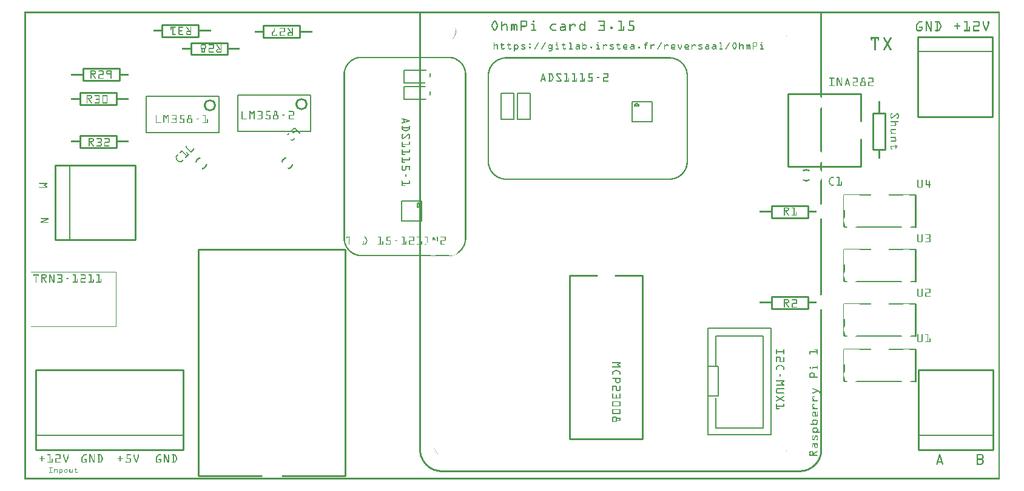
<source format=gto>
G04 MADE WITH FRITZING*
G04 WWW.FRITZING.ORG*
G04 DOUBLE SIDED*
G04 HOLES PLATED*
G04 CONTOUR ON CENTER OF CONTOUR VECTOR*
%ASAXBY*%
%FSLAX23Y23*%
%MOIN*%
%OFA0B0*%
%SFA1.0B1.0*%
%ADD10C,0.066567X0.046567*%
%ADD11R,0.354200X0.595200X0.338200X0.579200*%
%ADD12C,0.008000*%
%ADD13R,0.063000X0.173200X0.047000X0.157200*%
%ADD14C,0.011507*%
%ADD15C,0.010000*%
%ADD16C,0.005000*%
%ADD17C,0.009799*%
%ADD18C,0.002940*%
%ADD19R,0.001000X0.001000*%
%LNSILK1*%
G90*
G70*
G54D10*
X1522Y2065D03*
X1021Y2060D03*
G54D12*
X3758Y834D02*
X4104Y834D01*
X4104Y247D01*
X3758Y247D01*
X3758Y834D01*
D02*
X3758Y623D02*
X3813Y623D01*
X3813Y458D01*
X3758Y458D01*
X3758Y623D01*
D02*
G54D14*
X1762Y20D02*
X1762Y1265D01*
D02*
X1762Y1265D02*
X957Y1265D01*
D02*
X957Y1265D02*
X957Y20D01*
D02*
X1762Y20D02*
X1417Y20D01*
D02*
X1302Y20D02*
X957Y20D01*
G54D15*
D02*
X1514Y2432D02*
X1314Y2432D01*
D02*
X1314Y2432D02*
X1314Y2498D01*
D02*
X1314Y2498D02*
X1514Y2498D01*
D02*
X1514Y2498D02*
X1514Y2432D01*
D02*
X1115Y2338D02*
X915Y2338D01*
D02*
X915Y2338D02*
X915Y2404D01*
D02*
X915Y2404D02*
X1115Y2404D01*
D02*
X1115Y2404D02*
X1115Y2338D01*
D02*
X323Y2262D02*
X523Y2262D01*
D02*
X523Y2262D02*
X523Y2196D01*
D02*
X523Y2196D02*
X323Y2196D01*
D02*
X323Y2196D02*
X323Y2262D01*
D02*
X505Y2063D02*
X305Y2063D01*
D02*
X305Y2063D02*
X305Y2129D01*
D02*
X305Y2129D02*
X505Y2129D01*
D02*
X505Y2129D02*
X505Y2063D01*
G54D12*
D02*
X1572Y1915D02*
X1172Y1915D01*
D02*
X1572Y1915D02*
X1572Y2075D01*
D02*
X1172Y1915D02*
X1172Y2115D01*
D02*
X1572Y2115D02*
X1172Y2115D01*
D02*
X1572Y2115D02*
X1572Y2075D01*
D02*
X1572Y2075D02*
X1572Y2055D01*
D02*
X1071Y1910D02*
X671Y1910D01*
D02*
X1071Y1910D02*
X1071Y2070D01*
D02*
X671Y1910D02*
X671Y2110D01*
D02*
X1071Y2110D02*
X671Y2110D01*
D02*
X1071Y2110D02*
X1071Y2070D01*
D02*
X1071Y2070D02*
X1071Y2050D01*
G54D15*
D02*
X958Y2437D02*
X758Y2437D01*
D02*
X758Y2437D02*
X758Y2503D01*
D02*
X758Y2503D02*
X958Y2503D01*
D02*
X958Y2503D02*
X958Y2437D01*
D02*
X505Y1827D02*
X305Y1827D01*
D02*
X305Y1827D02*
X305Y1893D01*
D02*
X305Y1893D02*
X505Y1893D01*
D02*
X505Y1893D02*
X505Y1827D01*
G54D16*
D02*
X2087Y2183D02*
X2087Y2254D01*
D02*
X2087Y2093D02*
X2087Y2164D01*
G54D12*
D02*
X2183Y1423D02*
X2073Y1423D01*
D02*
X2073Y1423D02*
X2073Y1533D01*
D02*
X2073Y1533D02*
X2183Y1533D01*
D02*
X2183Y1533D02*
X2183Y1423D01*
D02*
X2160Y1498D02*
X2160Y1521D01*
G54D16*
D02*
X2620Y2125D02*
X2691Y2125D01*
D02*
X2691Y2125D02*
X2691Y1983D01*
D02*
X2691Y1983D02*
X2620Y1983D01*
D02*
X2620Y1983D02*
X2620Y2125D01*
D02*
X2710Y2125D02*
X2781Y2125D01*
D02*
X2781Y2125D02*
X2781Y1983D01*
D02*
X2781Y1983D02*
X2710Y1983D01*
D02*
X2710Y1983D02*
X2710Y2125D01*
G54D12*
D02*
X3451Y2079D02*
X3451Y1969D01*
D02*
X3451Y1969D02*
X3341Y1969D01*
D02*
X3341Y1969D02*
X3341Y2079D01*
D02*
X3341Y2079D02*
X3451Y2079D01*
D02*
X3376Y2056D02*
X3353Y2056D01*
G54D15*
D02*
X4596Y2124D02*
X4196Y2124D01*
D02*
X4196Y2124D02*
X4196Y1724D01*
D02*
X4196Y1724D02*
X4596Y1724D01*
D02*
X4596Y2124D02*
X4596Y1974D01*
D02*
X4596Y1874D02*
X4596Y1724D01*
D02*
X5323Y603D02*
X4913Y603D01*
D02*
X4913Y603D02*
X4913Y163D01*
D02*
X4913Y163D02*
X5323Y163D01*
D02*
X5323Y163D02*
X5323Y603D01*
G54D16*
D02*
X4913Y243D02*
X5323Y243D01*
G54D15*
D02*
X874Y603D02*
X64Y603D01*
D02*
X64Y603D02*
X64Y163D01*
D02*
X64Y163D02*
X874Y163D01*
D02*
X874Y163D02*
X874Y603D01*
G54D16*
D02*
X64Y243D02*
X874Y243D01*
G54D15*
D02*
X611Y1319D02*
X611Y1729D01*
D02*
X611Y1729D02*
X171Y1729D01*
D02*
X171Y1729D02*
X171Y1319D01*
D02*
X171Y1319D02*
X611Y1319D01*
G54D16*
D02*
X251Y1729D02*
X251Y1319D01*
G54D15*
D02*
X4909Y1995D02*
X5319Y1995D01*
D02*
X5319Y1995D02*
X5319Y2435D01*
D02*
X5319Y2435D02*
X4909Y2435D01*
D02*
X4909Y2435D02*
X4909Y1995D01*
G54D16*
D02*
X5319Y2355D02*
X4909Y2355D01*
G54D15*
D02*
X4729Y2015D02*
X4729Y1815D01*
D02*
X4729Y1815D02*
X4663Y1815D01*
D02*
X4663Y1815D02*
X4663Y2015D01*
D02*
X4663Y2015D02*
X4729Y2015D01*
G54D17*
D02*
X4896Y539D02*
X4896Y716D01*
D02*
X4896Y1089D02*
X4896Y1266D01*
D02*
X4896Y1389D02*
X4896Y1566D01*
D02*
X4896Y789D02*
X4896Y966D01*
G54D15*
D02*
X4105Y1007D02*
X4305Y1007D01*
D02*
X4305Y1007D02*
X4305Y941D01*
D02*
X4305Y941D02*
X4105Y941D01*
D02*
X4105Y941D02*
X4105Y1007D01*
D02*
X4105Y1507D02*
X4305Y1507D01*
D02*
X4305Y1507D02*
X4305Y1441D01*
D02*
X4305Y1441D02*
X4105Y1441D01*
D02*
X4105Y1441D02*
X4105Y1507D01*
D02*
X2996Y1124D02*
X3146Y1124D01*
D02*
X3246Y1124D02*
X3396Y1124D01*
D02*
X2996Y1124D02*
X2996Y224D01*
D02*
X3396Y224D02*
X3396Y1124D01*
D02*
X2996Y224D02*
X3396Y224D01*
G54D12*
X3801Y623D02*
X3801Y791D01*
X4061Y791D01*
X4061Y284D01*
X3801Y284D01*
X3801Y451D01*
D02*
G54D18*
X35Y1144D02*
X504Y1144D01*
X504Y842D01*
X35Y842D01*
D02*
G54D19*
X1Y2574D02*
X5359Y2574D01*
X1Y2573D02*
X5359Y2573D01*
X1Y2572D02*
X5359Y2572D01*
X1Y2571D02*
X5359Y2571D01*
X1Y2570D02*
X5359Y2570D01*
X1Y2569D02*
X5359Y2569D01*
X1Y2568D02*
X5359Y2568D01*
X1Y2567D02*
X5359Y2567D01*
X1Y2566D02*
X8Y2566D01*
X2170Y2566D02*
X2179Y2566D01*
X4375Y2566D02*
X4384Y2566D01*
X5352Y2566D02*
X5359Y2566D01*
X1Y2565D02*
X8Y2565D01*
X2170Y2565D02*
X2179Y2565D01*
X4375Y2565D02*
X4384Y2565D01*
X5352Y2565D02*
X5359Y2565D01*
X1Y2564D02*
X8Y2564D01*
X2170Y2564D02*
X2179Y2564D01*
X4375Y2564D02*
X4384Y2564D01*
X5352Y2564D02*
X5359Y2564D01*
X1Y2563D02*
X8Y2563D01*
X2170Y2563D02*
X2179Y2563D01*
X4375Y2563D02*
X4384Y2563D01*
X5352Y2563D02*
X5359Y2563D01*
X1Y2562D02*
X8Y2562D01*
X2170Y2562D02*
X2179Y2562D01*
X4375Y2562D02*
X4384Y2562D01*
X5352Y2562D02*
X5359Y2562D01*
X1Y2561D02*
X8Y2561D01*
X2170Y2561D02*
X2179Y2561D01*
X4375Y2561D02*
X4384Y2561D01*
X5352Y2561D02*
X5359Y2561D01*
X1Y2560D02*
X8Y2560D01*
X2170Y2560D02*
X2179Y2560D01*
X4375Y2560D02*
X4384Y2560D01*
X5352Y2560D02*
X5359Y2560D01*
X1Y2559D02*
X8Y2559D01*
X2170Y2559D02*
X2179Y2559D01*
X4375Y2559D02*
X4384Y2559D01*
X5352Y2559D02*
X5359Y2559D01*
X1Y2558D02*
X8Y2558D01*
X2170Y2558D02*
X2179Y2558D01*
X4375Y2558D02*
X4384Y2558D01*
X5352Y2558D02*
X5359Y2558D01*
X1Y2557D02*
X8Y2557D01*
X2170Y2557D02*
X2179Y2557D01*
X4375Y2557D02*
X4384Y2557D01*
X5352Y2557D02*
X5359Y2557D01*
X1Y2556D02*
X8Y2556D01*
X2170Y2556D02*
X2179Y2556D01*
X4375Y2556D02*
X4384Y2556D01*
X5352Y2556D02*
X5359Y2556D01*
X1Y2555D02*
X8Y2555D01*
X2170Y2555D02*
X2179Y2555D01*
X4375Y2555D02*
X4384Y2555D01*
X5352Y2555D02*
X5359Y2555D01*
X1Y2554D02*
X8Y2554D01*
X2170Y2554D02*
X2179Y2554D01*
X4375Y2554D02*
X4384Y2554D01*
X5352Y2554D02*
X5359Y2554D01*
X1Y2553D02*
X8Y2553D01*
X2170Y2553D02*
X2179Y2553D01*
X4375Y2553D02*
X4384Y2553D01*
X5352Y2553D02*
X5359Y2553D01*
X1Y2552D02*
X8Y2552D01*
X2170Y2552D02*
X2179Y2552D01*
X4375Y2552D02*
X4384Y2552D01*
X5352Y2552D02*
X5359Y2552D01*
X1Y2551D02*
X8Y2551D01*
X2170Y2551D02*
X2179Y2551D01*
X4375Y2551D02*
X4384Y2551D01*
X5352Y2551D02*
X5359Y2551D01*
X1Y2550D02*
X8Y2550D01*
X2170Y2550D02*
X2179Y2550D01*
X4375Y2550D02*
X4384Y2550D01*
X5352Y2550D02*
X5359Y2550D01*
X1Y2549D02*
X8Y2549D01*
X2170Y2549D02*
X2179Y2549D01*
X4375Y2549D02*
X4384Y2549D01*
X5352Y2549D02*
X5359Y2549D01*
X1Y2548D02*
X8Y2548D01*
X2170Y2548D02*
X2179Y2548D01*
X4375Y2548D02*
X4384Y2548D01*
X5352Y2548D02*
X5359Y2548D01*
X1Y2547D02*
X8Y2547D01*
X2170Y2547D02*
X2179Y2547D01*
X4375Y2547D02*
X4384Y2547D01*
X5352Y2547D02*
X5359Y2547D01*
X1Y2546D02*
X8Y2546D01*
X2170Y2546D02*
X2179Y2546D01*
X4375Y2546D02*
X4384Y2546D01*
X5352Y2546D02*
X5359Y2546D01*
X1Y2545D02*
X8Y2545D01*
X2170Y2545D02*
X2179Y2545D01*
X4375Y2545D02*
X4384Y2545D01*
X5352Y2545D02*
X5359Y2545D01*
X1Y2544D02*
X8Y2544D01*
X2170Y2544D02*
X2179Y2544D01*
X4375Y2544D02*
X4384Y2544D01*
X5352Y2544D02*
X5359Y2544D01*
X1Y2543D02*
X8Y2543D01*
X2170Y2543D02*
X2179Y2543D01*
X4375Y2543D02*
X4384Y2543D01*
X5352Y2543D02*
X5359Y2543D01*
X1Y2542D02*
X8Y2542D01*
X2170Y2542D02*
X2179Y2542D01*
X4375Y2542D02*
X4384Y2542D01*
X5352Y2542D02*
X5359Y2542D01*
X1Y2541D02*
X8Y2541D01*
X2170Y2541D02*
X2179Y2541D01*
X4375Y2541D02*
X4384Y2541D01*
X5352Y2541D02*
X5359Y2541D01*
X1Y2540D02*
X8Y2540D01*
X2170Y2540D02*
X2179Y2540D01*
X4375Y2540D02*
X4384Y2540D01*
X5352Y2540D02*
X5359Y2540D01*
X1Y2539D02*
X8Y2539D01*
X2170Y2539D02*
X2179Y2539D01*
X4375Y2539D02*
X4384Y2539D01*
X5352Y2539D02*
X5359Y2539D01*
X1Y2538D02*
X8Y2538D01*
X2170Y2538D02*
X2179Y2538D01*
X4375Y2538D02*
X4384Y2538D01*
X5352Y2538D02*
X5359Y2538D01*
X1Y2537D02*
X8Y2537D01*
X2170Y2537D02*
X2179Y2537D01*
X4375Y2537D02*
X4384Y2537D01*
X5352Y2537D02*
X5359Y2537D01*
X1Y2536D02*
X8Y2536D01*
X2170Y2536D02*
X2179Y2536D01*
X4375Y2536D02*
X4384Y2536D01*
X5352Y2536D02*
X5359Y2536D01*
X1Y2535D02*
X8Y2535D01*
X2170Y2535D02*
X2179Y2535D01*
X4375Y2535D02*
X4384Y2535D01*
X5352Y2535D02*
X5359Y2535D01*
X1Y2534D02*
X8Y2534D01*
X2170Y2534D02*
X2179Y2534D01*
X4375Y2534D02*
X4384Y2534D01*
X5352Y2534D02*
X5359Y2534D01*
X1Y2533D02*
X8Y2533D01*
X2170Y2533D02*
X2179Y2533D01*
X4375Y2533D02*
X4384Y2533D01*
X5352Y2533D02*
X5359Y2533D01*
X1Y2532D02*
X8Y2532D01*
X2170Y2532D02*
X2179Y2532D01*
X4375Y2532D02*
X4384Y2532D01*
X5352Y2532D02*
X5359Y2532D01*
X1Y2531D02*
X8Y2531D01*
X2170Y2531D02*
X2179Y2531D01*
X4375Y2531D02*
X4384Y2531D01*
X5352Y2531D02*
X5359Y2531D01*
X1Y2530D02*
X8Y2530D01*
X2170Y2530D02*
X2179Y2530D01*
X4375Y2530D02*
X4384Y2530D01*
X5352Y2530D02*
X5359Y2530D01*
X1Y2529D02*
X8Y2529D01*
X2170Y2529D02*
X2179Y2529D01*
X4375Y2529D02*
X4384Y2529D01*
X5352Y2529D02*
X5359Y2529D01*
X1Y2528D02*
X8Y2528D01*
X2170Y2528D02*
X2179Y2528D01*
X4375Y2528D02*
X4384Y2528D01*
X5352Y2528D02*
X5359Y2528D01*
X1Y2527D02*
X8Y2527D01*
X2170Y2527D02*
X2179Y2527D01*
X4375Y2527D02*
X4384Y2527D01*
X5352Y2527D02*
X5359Y2527D01*
X1Y2526D02*
X8Y2526D01*
X2170Y2526D02*
X2179Y2526D01*
X2582Y2526D02*
X2587Y2526D01*
X2727Y2526D02*
X2756Y2526D01*
X2793Y2526D02*
X2800Y2526D01*
X3156Y2526D02*
X3186Y2526D01*
X3263Y2526D02*
X3282Y2526D01*
X3322Y2526D02*
X3349Y2526D01*
X4375Y2526D02*
X4384Y2526D01*
X5352Y2526D02*
X5359Y2526D01*
X1Y2525D02*
X8Y2525D01*
X2170Y2525D02*
X2179Y2525D01*
X2580Y2525D02*
X2589Y2525D01*
X2727Y2525D02*
X2758Y2525D01*
X2792Y2525D02*
X2801Y2525D01*
X3155Y2525D02*
X3187Y2525D01*
X3262Y2525D02*
X3282Y2525D01*
X3322Y2525D02*
X3350Y2525D01*
X4375Y2525D02*
X4384Y2525D01*
X5352Y2525D02*
X5359Y2525D01*
X1Y2524D02*
X8Y2524D01*
X2170Y2524D02*
X2179Y2524D01*
X2579Y2524D02*
X2591Y2524D01*
X2727Y2524D02*
X2759Y2524D01*
X2792Y2524D02*
X2801Y2524D01*
X3155Y2524D02*
X3189Y2524D01*
X3262Y2524D02*
X3282Y2524D01*
X3322Y2524D02*
X3350Y2524D01*
X4375Y2524D02*
X4384Y2524D01*
X5352Y2524D02*
X5359Y2524D01*
X1Y2523D02*
X8Y2523D01*
X2170Y2523D02*
X2179Y2523D01*
X2578Y2523D02*
X2592Y2523D01*
X2623Y2523D02*
X2626Y2523D01*
X2727Y2523D02*
X2760Y2523D01*
X2792Y2523D02*
X2802Y2523D01*
X3078Y2523D02*
X3081Y2523D01*
X3155Y2523D02*
X3189Y2523D01*
X3262Y2523D02*
X3282Y2523D01*
X3322Y2523D02*
X3350Y2523D01*
X4375Y2523D02*
X4384Y2523D01*
X4918Y2523D02*
X4933Y2523D01*
X4952Y2523D02*
X4961Y2523D01*
X4982Y2523D02*
X4986Y2523D01*
X5006Y2523D02*
X5025Y2523D01*
X5163Y2523D02*
X5182Y2523D01*
X5216Y2523D02*
X5245Y2523D01*
X5268Y2523D02*
X5271Y2523D01*
X5297Y2523D02*
X5300Y2523D01*
X5352Y2523D02*
X5359Y2523D01*
X1Y2522D02*
X8Y2522D01*
X2170Y2522D02*
X2179Y2522D01*
X2577Y2522D02*
X2592Y2522D01*
X2622Y2522D02*
X2627Y2522D01*
X2727Y2522D02*
X2761Y2522D01*
X2792Y2522D02*
X2802Y2522D01*
X3077Y2522D02*
X3082Y2522D01*
X3155Y2522D02*
X3190Y2522D01*
X3262Y2522D02*
X3282Y2522D01*
X3322Y2522D02*
X3350Y2522D01*
X4375Y2522D02*
X4384Y2522D01*
X4916Y2522D02*
X4934Y2522D01*
X4952Y2522D02*
X4961Y2522D01*
X4982Y2522D02*
X4986Y2522D01*
X5005Y2522D02*
X5027Y2522D01*
X5162Y2522D02*
X5182Y2522D01*
X5215Y2522D02*
X5246Y2522D01*
X5267Y2522D02*
X5272Y2522D01*
X5296Y2522D02*
X5301Y2522D01*
X5352Y2522D02*
X5359Y2522D01*
X1Y2521D02*
X8Y2521D01*
X2170Y2521D02*
X2179Y2521D01*
X2576Y2521D02*
X2593Y2521D01*
X2622Y2521D02*
X2627Y2521D01*
X2727Y2521D02*
X2762Y2521D01*
X2792Y2521D02*
X2802Y2521D01*
X3077Y2521D02*
X3082Y2521D01*
X3155Y2521D02*
X3190Y2521D01*
X3262Y2521D02*
X3282Y2521D01*
X3322Y2521D02*
X3350Y2521D01*
X4375Y2521D02*
X4384Y2521D01*
X4914Y2521D02*
X4935Y2521D01*
X4952Y2521D02*
X4962Y2521D01*
X4981Y2521D02*
X4987Y2521D01*
X5005Y2521D02*
X5028Y2521D01*
X5162Y2521D02*
X5182Y2521D01*
X5214Y2521D02*
X5247Y2521D01*
X5267Y2521D02*
X5272Y2521D01*
X5295Y2521D02*
X5301Y2521D01*
X5352Y2521D02*
X5359Y2521D01*
X1Y2520D02*
X8Y2520D01*
X2170Y2520D02*
X2179Y2520D01*
X2576Y2520D02*
X2594Y2520D01*
X2621Y2520D02*
X2627Y2520D01*
X2727Y2520D02*
X2762Y2520D01*
X2792Y2520D02*
X2802Y2520D01*
X3077Y2520D02*
X3082Y2520D01*
X3157Y2520D02*
X3190Y2520D01*
X3263Y2520D02*
X3282Y2520D01*
X3322Y2520D02*
X3349Y2520D01*
X4375Y2520D02*
X4384Y2520D01*
X4913Y2520D02*
X4935Y2520D01*
X4952Y2520D02*
X4962Y2520D01*
X4981Y2520D02*
X4987Y2520D01*
X5005Y2520D02*
X5029Y2520D01*
X5162Y2520D02*
X5182Y2520D01*
X5214Y2520D02*
X5248Y2520D01*
X5266Y2520D02*
X5272Y2520D01*
X5295Y2520D02*
X5301Y2520D01*
X5352Y2520D02*
X5359Y2520D01*
X1Y2519D02*
X8Y2519D01*
X2170Y2519D02*
X2179Y2519D01*
X2575Y2519D02*
X2583Y2519D01*
X2586Y2519D02*
X2594Y2519D01*
X2621Y2519D02*
X2627Y2519D01*
X2727Y2519D02*
X2734Y2519D01*
X2754Y2519D02*
X2762Y2519D01*
X2792Y2519D02*
X2801Y2519D01*
X3077Y2519D02*
X3082Y2519D01*
X3184Y2519D02*
X3190Y2519D01*
X3276Y2519D02*
X3282Y2519D01*
X3322Y2519D02*
X3329Y2519D01*
X4375Y2519D02*
X4384Y2519D01*
X4912Y2519D02*
X4935Y2519D01*
X4952Y2519D02*
X4963Y2519D01*
X4981Y2519D02*
X4987Y2519D01*
X5005Y2519D02*
X5029Y2519D01*
X5162Y2519D02*
X5182Y2519D01*
X5214Y2519D02*
X5248Y2519D01*
X5266Y2519D02*
X5272Y2519D01*
X5295Y2519D02*
X5301Y2519D01*
X5352Y2519D02*
X5359Y2519D01*
X1Y2518D02*
X8Y2518D01*
X2170Y2518D02*
X2179Y2518D01*
X2575Y2518D02*
X2582Y2518D01*
X2587Y2518D02*
X2595Y2518D01*
X2621Y2518D02*
X2627Y2518D01*
X2727Y2518D02*
X2733Y2518D01*
X2756Y2518D02*
X2763Y2518D01*
X2793Y2518D02*
X2801Y2518D01*
X3076Y2518D02*
X3082Y2518D01*
X3184Y2518D02*
X3190Y2518D01*
X3276Y2518D02*
X3282Y2518D01*
X3322Y2518D02*
X3329Y2518D01*
X4375Y2518D02*
X4384Y2518D01*
X4912Y2518D02*
X4934Y2518D01*
X4952Y2518D02*
X4963Y2518D01*
X4981Y2518D02*
X4987Y2518D01*
X5005Y2518D02*
X5030Y2518D01*
X5162Y2518D02*
X5182Y2518D01*
X5215Y2518D02*
X5249Y2518D01*
X5266Y2518D02*
X5272Y2518D01*
X5295Y2518D02*
X5301Y2518D01*
X5352Y2518D02*
X5359Y2518D01*
X1Y2517D02*
X8Y2517D01*
X2170Y2517D02*
X2179Y2517D01*
X2574Y2517D02*
X2582Y2517D01*
X2588Y2517D02*
X2595Y2517D01*
X2621Y2517D02*
X2627Y2517D01*
X2727Y2517D02*
X2733Y2517D01*
X2756Y2517D02*
X2763Y2517D01*
X2794Y2517D02*
X2800Y2517D01*
X3076Y2517D02*
X3083Y2517D01*
X3184Y2517D02*
X3190Y2517D01*
X3276Y2517D02*
X3282Y2517D01*
X3322Y2517D02*
X3329Y2517D01*
X4375Y2517D02*
X4384Y2517D01*
X4911Y2517D02*
X4932Y2517D01*
X4952Y2517D02*
X4963Y2517D01*
X4981Y2517D02*
X4987Y2517D01*
X5007Y2517D02*
X5031Y2517D01*
X5164Y2517D02*
X5182Y2517D01*
X5216Y2517D02*
X5249Y2517D01*
X5266Y2517D02*
X5272Y2517D01*
X5295Y2517D02*
X5301Y2517D01*
X5352Y2517D02*
X5359Y2517D01*
X1Y2516D02*
X8Y2516D01*
X2170Y2516D02*
X2179Y2516D01*
X2574Y2516D02*
X2581Y2516D01*
X2588Y2516D02*
X2596Y2516D01*
X2621Y2516D02*
X2627Y2516D01*
X2727Y2516D02*
X2733Y2516D01*
X2756Y2516D02*
X2763Y2516D01*
X3076Y2516D02*
X3083Y2516D01*
X3184Y2516D02*
X3190Y2516D01*
X3276Y2516D02*
X3282Y2516D01*
X3322Y2516D02*
X3329Y2516D01*
X4375Y2516D02*
X4384Y2516D01*
X4910Y2516D02*
X4918Y2516D01*
X4952Y2516D02*
X4964Y2516D01*
X4981Y2516D02*
X4987Y2516D01*
X5012Y2516D02*
X5018Y2516D01*
X5023Y2516D02*
X5031Y2516D01*
X5176Y2516D02*
X5182Y2516D01*
X5243Y2516D02*
X5249Y2516D01*
X5266Y2516D02*
X5272Y2516D01*
X5295Y2516D02*
X5301Y2516D01*
X5352Y2516D02*
X5359Y2516D01*
X1Y2515D02*
X8Y2515D01*
X2170Y2515D02*
X2179Y2515D01*
X2573Y2515D02*
X2581Y2515D01*
X2589Y2515D02*
X2596Y2515D01*
X2621Y2515D02*
X2627Y2515D01*
X2727Y2515D02*
X2733Y2515D01*
X2757Y2515D02*
X2763Y2515D01*
X3076Y2515D02*
X3083Y2515D01*
X3184Y2515D02*
X3190Y2515D01*
X3276Y2515D02*
X3282Y2515D01*
X3322Y2515D02*
X3329Y2515D01*
X4375Y2515D02*
X4384Y2515D01*
X4909Y2515D02*
X4917Y2515D01*
X4952Y2515D02*
X4964Y2515D01*
X4981Y2515D02*
X4987Y2515D01*
X5012Y2515D02*
X5018Y2515D01*
X5024Y2515D02*
X5032Y2515D01*
X5176Y2515D02*
X5182Y2515D01*
X5243Y2515D02*
X5249Y2515D01*
X5266Y2515D02*
X5272Y2515D01*
X5295Y2515D02*
X5301Y2515D01*
X5352Y2515D02*
X5359Y2515D01*
X1Y2514D02*
X8Y2514D01*
X2170Y2514D02*
X2179Y2514D01*
X2573Y2514D02*
X2580Y2514D01*
X2589Y2514D02*
X2597Y2514D01*
X2621Y2514D02*
X2627Y2514D01*
X2727Y2514D02*
X2733Y2514D01*
X2757Y2514D02*
X2763Y2514D01*
X3076Y2514D02*
X3083Y2514D01*
X3184Y2514D02*
X3190Y2514D01*
X3276Y2514D02*
X3282Y2514D01*
X3322Y2514D02*
X3329Y2514D01*
X4375Y2514D02*
X4384Y2514D01*
X4909Y2514D02*
X4917Y2514D01*
X4952Y2514D02*
X4965Y2514D01*
X4981Y2514D02*
X4987Y2514D01*
X5012Y2514D02*
X5018Y2514D01*
X5025Y2514D02*
X5032Y2514D01*
X5176Y2514D02*
X5182Y2514D01*
X5243Y2514D02*
X5249Y2514D01*
X5266Y2514D02*
X5272Y2514D01*
X5295Y2514D02*
X5301Y2514D01*
X5352Y2514D02*
X5359Y2514D01*
X1Y2513D02*
X8Y2513D01*
X2170Y2513D02*
X2179Y2513D01*
X2573Y2513D02*
X2580Y2513D01*
X2590Y2513D02*
X2597Y2513D01*
X2621Y2513D02*
X2627Y2513D01*
X2727Y2513D02*
X2733Y2513D01*
X2757Y2513D02*
X2763Y2513D01*
X3076Y2513D02*
X3083Y2513D01*
X3184Y2513D02*
X3190Y2513D01*
X3276Y2513D02*
X3282Y2513D01*
X3322Y2513D02*
X3329Y2513D01*
X4375Y2513D02*
X4384Y2513D01*
X4908Y2513D02*
X4916Y2513D01*
X4952Y2513D02*
X4965Y2513D01*
X4981Y2513D02*
X4987Y2513D01*
X5012Y2513D02*
X5018Y2513D01*
X5026Y2513D02*
X5033Y2513D01*
X5126Y2513D02*
X5127Y2513D01*
X5176Y2513D02*
X5182Y2513D01*
X5243Y2513D02*
X5249Y2513D01*
X5266Y2513D02*
X5272Y2513D01*
X5295Y2513D02*
X5301Y2513D01*
X5352Y2513D02*
X5359Y2513D01*
X1Y2512D02*
X8Y2512D01*
X2170Y2512D02*
X2179Y2512D01*
X2572Y2512D02*
X2579Y2512D01*
X2590Y2512D02*
X2598Y2512D01*
X2621Y2512D02*
X2627Y2512D01*
X2727Y2512D02*
X2733Y2512D01*
X2757Y2512D02*
X2763Y2512D01*
X3076Y2512D02*
X3083Y2512D01*
X3184Y2512D02*
X3190Y2512D01*
X3276Y2512D02*
X3282Y2512D01*
X3322Y2512D02*
X3329Y2512D01*
X4375Y2512D02*
X4384Y2512D01*
X4907Y2512D02*
X4915Y2512D01*
X4952Y2512D02*
X4966Y2512D01*
X4981Y2512D02*
X4987Y2512D01*
X5012Y2512D02*
X5018Y2512D01*
X5026Y2512D02*
X5033Y2512D01*
X5125Y2512D02*
X5129Y2512D01*
X5176Y2512D02*
X5182Y2512D01*
X5243Y2512D02*
X5249Y2512D01*
X5266Y2512D02*
X5272Y2512D01*
X5295Y2512D02*
X5301Y2512D01*
X5352Y2512D02*
X5359Y2512D01*
X1Y2511D02*
X8Y2511D01*
X2170Y2511D02*
X2179Y2511D01*
X2572Y2511D02*
X2579Y2511D01*
X2591Y2511D02*
X2598Y2511D01*
X2621Y2511D02*
X2627Y2511D01*
X2727Y2511D02*
X2733Y2511D01*
X2757Y2511D02*
X2763Y2511D01*
X3076Y2511D02*
X3083Y2511D01*
X3184Y2511D02*
X3190Y2511D01*
X3276Y2511D02*
X3282Y2511D01*
X3322Y2511D02*
X3329Y2511D01*
X4375Y2511D02*
X4384Y2511D01*
X4906Y2511D02*
X4914Y2511D01*
X4952Y2511D02*
X4966Y2511D01*
X4981Y2511D02*
X4987Y2511D01*
X5012Y2511D02*
X5018Y2511D01*
X5027Y2511D02*
X5034Y2511D01*
X5124Y2511D02*
X5129Y2511D01*
X5176Y2511D02*
X5182Y2511D01*
X5243Y2511D02*
X5249Y2511D01*
X5266Y2511D02*
X5272Y2511D01*
X5295Y2511D02*
X5301Y2511D01*
X5352Y2511D02*
X5359Y2511D01*
X1Y2510D02*
X8Y2510D01*
X2170Y2510D02*
X2179Y2510D01*
X2571Y2510D02*
X2578Y2510D01*
X2591Y2510D02*
X2599Y2510D01*
X2621Y2510D02*
X2627Y2510D01*
X2727Y2510D02*
X2733Y2510D01*
X2757Y2510D02*
X2763Y2510D01*
X3076Y2510D02*
X3083Y2510D01*
X3184Y2510D02*
X3190Y2510D01*
X3276Y2510D02*
X3282Y2510D01*
X3322Y2510D02*
X3329Y2510D01*
X4375Y2510D02*
X4384Y2510D01*
X4905Y2510D02*
X4913Y2510D01*
X4952Y2510D02*
X4967Y2510D01*
X4981Y2510D02*
X4987Y2510D01*
X5012Y2510D02*
X5018Y2510D01*
X5027Y2510D02*
X5034Y2510D01*
X5124Y2510D02*
X5130Y2510D01*
X5176Y2510D02*
X5182Y2510D01*
X5243Y2510D02*
X5249Y2510D01*
X5266Y2510D02*
X5272Y2510D01*
X5295Y2510D02*
X5301Y2510D01*
X5352Y2510D02*
X5359Y2510D01*
X1Y2509D02*
X8Y2509D01*
X2170Y2509D02*
X2179Y2509D01*
X2571Y2509D02*
X2578Y2509D01*
X2592Y2509D02*
X2599Y2509D01*
X2621Y2509D02*
X2627Y2509D01*
X2727Y2509D02*
X2733Y2509D01*
X2757Y2509D02*
X2763Y2509D01*
X3076Y2509D02*
X3083Y2509D01*
X3184Y2509D02*
X3190Y2509D01*
X3276Y2509D02*
X3282Y2509D01*
X3322Y2509D02*
X3329Y2509D01*
X4375Y2509D02*
X4384Y2509D01*
X4905Y2509D02*
X4913Y2509D01*
X4952Y2509D02*
X4958Y2509D01*
X4960Y2509D02*
X4967Y2509D01*
X4981Y2509D02*
X4987Y2509D01*
X5012Y2509D02*
X5018Y2509D01*
X5028Y2509D02*
X5035Y2509D01*
X5124Y2509D02*
X5130Y2509D01*
X5176Y2509D02*
X5182Y2509D01*
X5243Y2509D02*
X5249Y2509D01*
X5266Y2509D02*
X5272Y2509D01*
X5295Y2509D02*
X5301Y2509D01*
X5352Y2509D02*
X5359Y2509D01*
X1Y2508D02*
X8Y2508D01*
X2170Y2508D02*
X2179Y2508D01*
X2570Y2508D02*
X2577Y2508D01*
X2592Y2508D02*
X2600Y2508D01*
X2621Y2508D02*
X2627Y2508D01*
X2637Y2508D02*
X2649Y2508D01*
X2676Y2508D02*
X2680Y2508D01*
X2684Y2508D02*
X2690Y2508D01*
X2697Y2508D02*
X2704Y2508D01*
X2727Y2508D02*
X2733Y2508D01*
X2757Y2508D02*
X2763Y2508D01*
X2786Y2508D02*
X2800Y2508D01*
X2901Y2508D02*
X2921Y2508D01*
X2950Y2508D02*
X2969Y2508D01*
X2996Y2508D02*
X3000Y2508D01*
X3011Y2508D02*
X3023Y2508D01*
X3057Y2508D02*
X3070Y2508D01*
X3076Y2508D02*
X3083Y2508D01*
X3184Y2508D02*
X3190Y2508D01*
X3276Y2508D02*
X3282Y2508D01*
X3322Y2508D02*
X3329Y2508D01*
X4375Y2508D02*
X4384Y2508D01*
X4904Y2508D02*
X4912Y2508D01*
X4952Y2508D02*
X4958Y2508D01*
X4961Y2508D02*
X4967Y2508D01*
X4981Y2508D02*
X4987Y2508D01*
X5012Y2508D02*
X5018Y2508D01*
X5028Y2508D02*
X5035Y2508D01*
X5124Y2508D02*
X5130Y2508D01*
X5176Y2508D02*
X5182Y2508D01*
X5243Y2508D02*
X5249Y2508D01*
X5266Y2508D02*
X5273Y2508D01*
X5295Y2508D02*
X5301Y2508D01*
X5352Y2508D02*
X5359Y2508D01*
X1Y2507D02*
X8Y2507D01*
X2170Y2507D02*
X2179Y2507D01*
X2570Y2507D02*
X2577Y2507D01*
X2593Y2507D02*
X2600Y2507D01*
X2621Y2507D02*
X2627Y2507D01*
X2635Y2507D02*
X2651Y2507D01*
X2675Y2507D02*
X2680Y2507D01*
X2683Y2507D02*
X2692Y2507D01*
X2696Y2507D02*
X2705Y2507D01*
X2727Y2507D02*
X2733Y2507D01*
X2757Y2507D02*
X2763Y2507D01*
X2785Y2507D02*
X2801Y2507D01*
X2899Y2507D02*
X2922Y2507D01*
X2949Y2507D02*
X2970Y2507D01*
X2996Y2507D02*
X3001Y2507D01*
X3009Y2507D02*
X3025Y2507D01*
X3056Y2507D02*
X3072Y2507D01*
X3076Y2507D02*
X3083Y2507D01*
X3184Y2507D02*
X3190Y2507D01*
X3276Y2507D02*
X3282Y2507D01*
X3322Y2507D02*
X3329Y2507D01*
X4375Y2507D02*
X4384Y2507D01*
X4903Y2507D02*
X4911Y2507D01*
X4952Y2507D02*
X4958Y2507D01*
X4961Y2507D02*
X4968Y2507D01*
X4981Y2507D02*
X4987Y2507D01*
X5012Y2507D02*
X5018Y2507D01*
X5029Y2507D02*
X5036Y2507D01*
X5124Y2507D02*
X5130Y2507D01*
X5176Y2507D02*
X5182Y2507D01*
X5243Y2507D02*
X5249Y2507D01*
X5267Y2507D02*
X5273Y2507D01*
X5294Y2507D02*
X5301Y2507D01*
X5352Y2507D02*
X5359Y2507D01*
X1Y2506D02*
X8Y2506D01*
X2170Y2506D02*
X2179Y2506D01*
X2569Y2506D02*
X2576Y2506D01*
X2593Y2506D02*
X2601Y2506D01*
X2621Y2506D02*
X2627Y2506D01*
X2633Y2506D02*
X2652Y2506D01*
X2675Y2506D02*
X2693Y2506D01*
X2695Y2506D02*
X2706Y2506D01*
X2727Y2506D02*
X2733Y2506D01*
X2757Y2506D02*
X2763Y2506D01*
X2785Y2506D02*
X2801Y2506D01*
X2898Y2506D02*
X2922Y2506D01*
X2949Y2506D02*
X2972Y2506D01*
X2995Y2506D02*
X3001Y2506D01*
X3008Y2506D02*
X3026Y2506D01*
X3054Y2506D02*
X3073Y2506D01*
X3076Y2506D02*
X3083Y2506D01*
X3184Y2506D02*
X3190Y2506D01*
X3276Y2506D02*
X3282Y2506D01*
X3322Y2506D02*
X3329Y2506D01*
X4375Y2506D02*
X4384Y2506D01*
X4902Y2506D02*
X4910Y2506D01*
X4952Y2506D02*
X4958Y2506D01*
X4961Y2506D02*
X4968Y2506D01*
X4981Y2506D02*
X4987Y2506D01*
X5012Y2506D02*
X5018Y2506D01*
X5029Y2506D02*
X5036Y2506D01*
X5124Y2506D02*
X5130Y2506D01*
X5176Y2506D02*
X5182Y2506D01*
X5243Y2506D02*
X5249Y2506D01*
X5267Y2506D02*
X5274Y2506D01*
X5294Y2506D02*
X5301Y2506D01*
X5352Y2506D02*
X5359Y2506D01*
X1Y2505D02*
X8Y2505D01*
X2170Y2505D02*
X2179Y2505D01*
X2569Y2505D02*
X2576Y2505D01*
X2594Y2505D02*
X2601Y2505D01*
X2621Y2505D02*
X2627Y2505D01*
X2632Y2505D02*
X2653Y2505D01*
X2675Y2505D02*
X2707Y2505D01*
X2727Y2505D02*
X2733Y2505D01*
X2757Y2505D02*
X2763Y2505D01*
X2785Y2505D02*
X2802Y2505D01*
X2896Y2505D02*
X2922Y2505D01*
X2949Y2505D02*
X2972Y2505D01*
X2995Y2505D02*
X3001Y2505D01*
X3007Y2505D02*
X3027Y2505D01*
X3053Y2505D02*
X3074Y2505D01*
X3076Y2505D02*
X3083Y2505D01*
X3184Y2505D02*
X3190Y2505D01*
X3276Y2505D02*
X3282Y2505D01*
X3322Y2505D02*
X3329Y2505D01*
X4375Y2505D02*
X4384Y2505D01*
X4902Y2505D02*
X4910Y2505D01*
X4952Y2505D02*
X4958Y2505D01*
X4962Y2505D02*
X4969Y2505D01*
X4981Y2505D02*
X4987Y2505D01*
X5012Y2505D02*
X5018Y2505D01*
X5030Y2505D02*
X5037Y2505D01*
X5124Y2505D02*
X5130Y2505D01*
X5176Y2505D02*
X5182Y2505D01*
X5243Y2505D02*
X5249Y2505D01*
X5267Y2505D02*
X5274Y2505D01*
X5294Y2505D02*
X5300Y2505D01*
X5352Y2505D02*
X5359Y2505D01*
X1Y2504D02*
X8Y2504D01*
X2170Y2504D02*
X2179Y2504D01*
X2568Y2504D02*
X2575Y2504D01*
X2594Y2504D02*
X2601Y2504D01*
X2621Y2504D02*
X2627Y2504D01*
X2630Y2504D02*
X2653Y2504D01*
X2675Y2504D02*
X2707Y2504D01*
X2727Y2504D02*
X2733Y2504D01*
X2757Y2504D02*
X2763Y2504D01*
X2785Y2504D02*
X2802Y2504D01*
X2895Y2504D02*
X2922Y2504D01*
X2949Y2504D02*
X2973Y2504D01*
X2995Y2504D02*
X3001Y2504D01*
X3006Y2504D02*
X3028Y2504D01*
X3052Y2504D02*
X3083Y2504D01*
X3183Y2504D02*
X3190Y2504D01*
X3276Y2504D02*
X3282Y2504D01*
X3322Y2504D02*
X3329Y2504D01*
X4375Y2504D02*
X4384Y2504D01*
X4901Y2504D02*
X4909Y2504D01*
X4952Y2504D02*
X4958Y2504D01*
X4962Y2504D02*
X4969Y2504D01*
X4981Y2504D02*
X4987Y2504D01*
X5012Y2504D02*
X5018Y2504D01*
X5030Y2504D02*
X5037Y2504D01*
X5124Y2504D02*
X5130Y2504D01*
X5176Y2504D02*
X5182Y2504D01*
X5243Y2504D02*
X5249Y2504D01*
X5268Y2504D02*
X5274Y2504D01*
X5293Y2504D02*
X5300Y2504D01*
X5352Y2504D02*
X5359Y2504D01*
X1Y2503D02*
X8Y2503D01*
X2170Y2503D02*
X2179Y2503D01*
X2568Y2503D02*
X2575Y2503D01*
X2595Y2503D02*
X2602Y2503D01*
X2621Y2503D02*
X2654Y2503D01*
X2675Y2503D02*
X2707Y2503D01*
X2727Y2503D02*
X2733Y2503D01*
X2757Y2503D02*
X2763Y2503D01*
X2786Y2503D02*
X2802Y2503D01*
X2894Y2503D02*
X2921Y2503D01*
X2950Y2503D02*
X2974Y2503D01*
X2995Y2503D02*
X3001Y2503D01*
X3004Y2503D02*
X3028Y2503D01*
X3051Y2503D02*
X3083Y2503D01*
X3183Y2503D02*
X3190Y2503D01*
X3276Y2503D02*
X3282Y2503D01*
X3322Y2503D02*
X3329Y2503D01*
X4375Y2503D02*
X4384Y2503D01*
X4901Y2503D02*
X4908Y2503D01*
X4952Y2503D02*
X4958Y2503D01*
X4963Y2503D02*
X4970Y2503D01*
X4981Y2503D02*
X4987Y2503D01*
X5012Y2503D02*
X5018Y2503D01*
X5031Y2503D02*
X5038Y2503D01*
X5124Y2503D02*
X5130Y2503D01*
X5176Y2503D02*
X5182Y2503D01*
X5243Y2503D02*
X5249Y2503D01*
X5268Y2503D02*
X5275Y2503D01*
X5293Y2503D02*
X5300Y2503D01*
X5352Y2503D02*
X5359Y2503D01*
X1Y2502D02*
X8Y2502D01*
X2170Y2502D02*
X2179Y2502D01*
X2567Y2502D02*
X2574Y2502D01*
X2595Y2502D02*
X2602Y2502D01*
X2621Y2502D02*
X2654Y2502D01*
X2675Y2502D02*
X2708Y2502D01*
X2727Y2502D02*
X2733Y2502D01*
X2757Y2502D02*
X2763Y2502D01*
X2790Y2502D02*
X2802Y2502D01*
X2893Y2502D02*
X2918Y2502D01*
X2954Y2502D02*
X2974Y2502D01*
X2995Y2502D02*
X3001Y2502D01*
X3003Y2502D02*
X3028Y2502D01*
X3050Y2502D02*
X3083Y2502D01*
X3182Y2502D02*
X3190Y2502D01*
X3276Y2502D02*
X3282Y2502D01*
X3322Y2502D02*
X3329Y2502D01*
X4375Y2502D02*
X4384Y2502D01*
X4901Y2502D02*
X4907Y2502D01*
X4952Y2502D02*
X4958Y2502D01*
X4963Y2502D02*
X4970Y2502D01*
X4981Y2502D02*
X4987Y2502D01*
X5012Y2502D02*
X5018Y2502D01*
X5031Y2502D02*
X5038Y2502D01*
X5124Y2502D02*
X5130Y2502D01*
X5176Y2502D02*
X5182Y2502D01*
X5243Y2502D02*
X5249Y2502D01*
X5268Y2502D02*
X5275Y2502D01*
X5292Y2502D02*
X5299Y2502D01*
X5352Y2502D02*
X5359Y2502D01*
X1Y2501D02*
X8Y2501D01*
X2170Y2501D02*
X2179Y2501D01*
X2567Y2501D02*
X2574Y2501D01*
X2596Y2501D02*
X2602Y2501D01*
X2621Y2501D02*
X2638Y2501D01*
X2647Y2501D02*
X2654Y2501D01*
X2675Y2501D02*
X2708Y2501D01*
X2727Y2501D02*
X2733Y2501D01*
X2756Y2501D02*
X2763Y2501D01*
X2796Y2501D02*
X2802Y2501D01*
X2892Y2501D02*
X2902Y2501D01*
X2967Y2501D02*
X2974Y2501D01*
X2995Y2501D02*
X3012Y2501D01*
X3022Y2501D02*
X3029Y2501D01*
X3050Y2501D02*
X3059Y2501D01*
X3069Y2501D02*
X3083Y2501D01*
X3164Y2501D02*
X3189Y2501D01*
X3276Y2501D02*
X3282Y2501D01*
X3322Y2501D02*
X3346Y2501D01*
X4375Y2501D02*
X4384Y2501D01*
X4900Y2501D02*
X4907Y2501D01*
X4952Y2501D02*
X4958Y2501D01*
X4964Y2501D02*
X4970Y2501D01*
X4981Y2501D02*
X4987Y2501D01*
X5012Y2501D02*
X5018Y2501D01*
X5032Y2501D02*
X5038Y2501D01*
X5124Y2501D02*
X5130Y2501D01*
X5176Y2501D02*
X5182Y2501D01*
X5243Y2501D02*
X5249Y2501D01*
X5269Y2501D02*
X5275Y2501D01*
X5292Y2501D02*
X5299Y2501D01*
X5352Y2501D02*
X5359Y2501D01*
X1Y2500D02*
X8Y2500D01*
X2170Y2500D02*
X2179Y2500D01*
X2567Y2500D02*
X2574Y2500D01*
X2596Y2500D02*
X2602Y2500D01*
X2621Y2500D02*
X2636Y2500D01*
X2648Y2500D02*
X2654Y2500D01*
X2675Y2500D02*
X2684Y2500D01*
X2688Y2500D02*
X2697Y2500D01*
X2701Y2500D02*
X2708Y2500D01*
X2727Y2500D02*
X2733Y2500D01*
X2756Y2500D02*
X2763Y2500D01*
X2796Y2500D02*
X2802Y2500D01*
X2891Y2500D02*
X2901Y2500D01*
X2968Y2500D02*
X2975Y2500D01*
X2995Y2500D02*
X3011Y2500D01*
X3023Y2500D02*
X3029Y2500D01*
X3049Y2500D02*
X3058Y2500D01*
X3070Y2500D02*
X3083Y2500D01*
X3163Y2500D02*
X3189Y2500D01*
X3276Y2500D02*
X3282Y2500D01*
X3322Y2500D02*
X3348Y2500D01*
X4375Y2500D02*
X4384Y2500D01*
X4900Y2500D02*
X4906Y2500D01*
X4952Y2500D02*
X4958Y2500D01*
X4964Y2500D02*
X4971Y2500D01*
X4981Y2500D02*
X4987Y2500D01*
X5012Y2500D02*
X5018Y2500D01*
X5032Y2500D02*
X5039Y2500D01*
X5124Y2500D02*
X5130Y2500D01*
X5176Y2500D02*
X5182Y2500D01*
X5243Y2500D02*
X5249Y2500D01*
X5269Y2500D02*
X5276Y2500D01*
X5292Y2500D02*
X5298Y2500D01*
X5352Y2500D02*
X5359Y2500D01*
X1Y2499D02*
X8Y2499D01*
X2170Y2499D02*
X2179Y2499D01*
X2567Y2499D02*
X2573Y2499D01*
X2596Y2499D02*
X2602Y2499D01*
X2621Y2499D02*
X2634Y2499D01*
X2648Y2499D02*
X2654Y2499D01*
X2675Y2499D02*
X2683Y2499D01*
X2688Y2499D02*
X2696Y2499D01*
X2702Y2499D02*
X2708Y2499D01*
X2727Y2499D02*
X2733Y2499D01*
X2755Y2499D02*
X2762Y2499D01*
X2796Y2499D02*
X2802Y2499D01*
X2890Y2499D02*
X2899Y2499D01*
X2968Y2499D02*
X2975Y2499D01*
X2995Y2499D02*
X3010Y2499D01*
X3023Y2499D02*
X3029Y2499D01*
X3049Y2499D02*
X3056Y2499D01*
X3071Y2499D02*
X3083Y2499D01*
X3162Y2499D02*
X3188Y2499D01*
X3276Y2499D02*
X3282Y2499D01*
X3322Y2499D02*
X3349Y2499D01*
X4375Y2499D02*
X4384Y2499D01*
X4900Y2499D02*
X4906Y2499D01*
X4952Y2499D02*
X4958Y2499D01*
X4965Y2499D02*
X4971Y2499D01*
X4981Y2499D02*
X4987Y2499D01*
X5012Y2499D02*
X5018Y2499D01*
X5032Y2499D02*
X5039Y2499D01*
X5123Y2499D02*
X5130Y2499D01*
X5176Y2499D02*
X5182Y2499D01*
X5220Y2499D02*
X5249Y2499D01*
X5270Y2499D02*
X5276Y2499D01*
X5291Y2499D02*
X5298Y2499D01*
X5352Y2499D02*
X5359Y2499D01*
X1Y2498D02*
X8Y2498D01*
X2170Y2498D02*
X2179Y2498D01*
X2567Y2498D02*
X2573Y2498D01*
X2596Y2498D02*
X2602Y2498D01*
X2621Y2498D02*
X2633Y2498D01*
X2648Y2498D02*
X2654Y2498D01*
X2675Y2498D02*
X2682Y2498D01*
X2688Y2498D02*
X2695Y2498D01*
X2702Y2498D02*
X2708Y2498D01*
X2727Y2498D02*
X2762Y2498D01*
X2796Y2498D02*
X2802Y2498D01*
X2889Y2498D02*
X2898Y2498D01*
X2969Y2498D02*
X2975Y2498D01*
X2995Y2498D02*
X3008Y2498D01*
X3023Y2498D02*
X3029Y2498D01*
X3049Y2498D02*
X3055Y2498D01*
X3073Y2498D02*
X3083Y2498D01*
X3162Y2498D02*
X3188Y2498D01*
X3276Y2498D02*
X3282Y2498D01*
X3322Y2498D02*
X3349Y2498D01*
X4375Y2498D02*
X4384Y2498D01*
X4900Y2498D02*
X4906Y2498D01*
X4952Y2498D02*
X4958Y2498D01*
X4965Y2498D02*
X4972Y2498D01*
X4981Y2498D02*
X4987Y2498D01*
X5012Y2498D02*
X5018Y2498D01*
X5033Y2498D02*
X5039Y2498D01*
X5111Y2498D02*
X5143Y2498D01*
X5176Y2498D02*
X5182Y2498D01*
X5217Y2498D02*
X5249Y2498D01*
X5270Y2498D02*
X5277Y2498D01*
X5291Y2498D02*
X5298Y2498D01*
X5352Y2498D02*
X5359Y2498D01*
X1Y2497D02*
X8Y2497D01*
X2170Y2497D02*
X2179Y2497D01*
X2567Y2497D02*
X2573Y2497D01*
X2596Y2497D02*
X2602Y2497D01*
X2621Y2497D02*
X2631Y2497D01*
X2648Y2497D02*
X2654Y2497D01*
X2675Y2497D02*
X2681Y2497D01*
X2688Y2497D02*
X2695Y2497D01*
X2702Y2497D02*
X2708Y2497D01*
X2727Y2497D02*
X2762Y2497D01*
X2796Y2497D02*
X2802Y2497D01*
X2889Y2497D02*
X2897Y2497D01*
X2969Y2497D02*
X2975Y2497D01*
X2995Y2497D02*
X3007Y2497D01*
X3023Y2497D02*
X3029Y2497D01*
X3049Y2497D02*
X3055Y2497D01*
X3074Y2497D02*
X3083Y2497D01*
X3162Y2497D02*
X3188Y2497D01*
X3276Y2497D02*
X3282Y2497D01*
X3322Y2497D02*
X3350Y2497D01*
X4375Y2497D02*
X4384Y2497D01*
X4900Y2497D02*
X4906Y2497D01*
X4952Y2497D02*
X4958Y2497D01*
X4965Y2497D02*
X4972Y2497D01*
X4981Y2497D02*
X4987Y2497D01*
X5012Y2497D02*
X5018Y2497D01*
X5033Y2497D02*
X5039Y2497D01*
X5110Y2497D02*
X5144Y2497D01*
X5176Y2497D02*
X5182Y2497D01*
X5216Y2497D02*
X5248Y2497D01*
X5270Y2497D02*
X5277Y2497D01*
X5291Y2497D02*
X5297Y2497D01*
X5352Y2497D02*
X5359Y2497D01*
X1Y2496D02*
X8Y2496D01*
X2170Y2496D02*
X2179Y2496D01*
X2567Y2496D02*
X2573Y2496D01*
X2596Y2496D02*
X2602Y2496D01*
X2621Y2496D02*
X2629Y2496D01*
X2648Y2496D02*
X2655Y2496D01*
X2675Y2496D02*
X2681Y2496D01*
X2688Y2496D02*
X2695Y2496D01*
X2702Y2496D02*
X2708Y2496D01*
X2727Y2496D02*
X2761Y2496D01*
X2796Y2496D02*
X2802Y2496D01*
X2889Y2496D02*
X2896Y2496D01*
X2969Y2496D02*
X2975Y2496D01*
X2995Y2496D02*
X3006Y2496D01*
X3023Y2496D02*
X3029Y2496D01*
X3049Y2496D02*
X3055Y2496D01*
X3075Y2496D02*
X3083Y2496D01*
X3162Y2496D02*
X3189Y2496D01*
X3276Y2496D02*
X3282Y2496D01*
X3322Y2496D02*
X3350Y2496D01*
X4375Y2496D02*
X4384Y2496D01*
X4900Y2496D02*
X4906Y2496D01*
X4952Y2496D02*
X4958Y2496D01*
X4966Y2496D02*
X4973Y2496D01*
X4981Y2496D02*
X4987Y2496D01*
X5012Y2496D02*
X5018Y2496D01*
X5033Y2496D02*
X5039Y2496D01*
X5110Y2496D02*
X5144Y2496D01*
X5176Y2496D02*
X5182Y2496D01*
X5215Y2496D02*
X5248Y2496D01*
X5271Y2496D02*
X5277Y2496D01*
X5290Y2496D02*
X5297Y2496D01*
X5352Y2496D02*
X5359Y2496D01*
X1Y2495D02*
X8Y2495D01*
X2170Y2495D02*
X2179Y2495D01*
X2567Y2495D02*
X2574Y2495D01*
X2596Y2495D02*
X2602Y2495D01*
X2621Y2495D02*
X2628Y2495D01*
X2649Y2495D02*
X2655Y2495D01*
X2675Y2495D02*
X2681Y2495D01*
X2688Y2495D02*
X2695Y2495D01*
X2702Y2495D02*
X2708Y2495D01*
X2727Y2495D02*
X2760Y2495D01*
X2796Y2495D02*
X2802Y2495D01*
X2889Y2495D02*
X2895Y2495D01*
X2969Y2495D02*
X2975Y2495D01*
X2995Y2495D02*
X3005Y2495D01*
X3023Y2495D02*
X3028Y2495D01*
X3049Y2495D02*
X3055Y2495D01*
X3076Y2495D02*
X3083Y2495D01*
X3163Y2495D02*
X3189Y2495D01*
X3276Y2495D02*
X3282Y2495D01*
X3294Y2495D02*
X3295Y2495D01*
X3322Y2495D02*
X3350Y2495D01*
X4375Y2495D02*
X4384Y2495D01*
X4900Y2495D02*
X4906Y2495D01*
X4952Y2495D02*
X4958Y2495D01*
X4966Y2495D02*
X4973Y2495D01*
X4981Y2495D02*
X4987Y2495D01*
X5012Y2495D02*
X5018Y2495D01*
X5033Y2495D02*
X5039Y2495D01*
X5110Y2495D02*
X5144Y2495D01*
X5176Y2495D02*
X5182Y2495D01*
X5215Y2495D02*
X5248Y2495D01*
X5271Y2495D02*
X5278Y2495D01*
X5290Y2495D02*
X5296Y2495D01*
X5352Y2495D02*
X5359Y2495D01*
X1Y2494D02*
X8Y2494D01*
X2170Y2494D02*
X2179Y2494D01*
X2567Y2494D02*
X2574Y2494D01*
X2595Y2494D02*
X2602Y2494D01*
X2621Y2494D02*
X2627Y2494D01*
X2649Y2494D02*
X2655Y2494D01*
X2675Y2494D02*
X2681Y2494D01*
X2688Y2494D02*
X2695Y2494D01*
X2702Y2494D02*
X2708Y2494D01*
X2727Y2494D02*
X2759Y2494D01*
X2796Y2494D02*
X2802Y2494D01*
X2888Y2494D02*
X2895Y2494D01*
X2952Y2494D02*
X2965Y2494D01*
X2968Y2494D02*
X2975Y2494D01*
X2995Y2494D02*
X3004Y2494D01*
X3024Y2494D02*
X3028Y2494D01*
X3049Y2494D02*
X3055Y2494D01*
X3076Y2494D02*
X3083Y2494D01*
X3181Y2494D02*
X3189Y2494D01*
X3276Y2494D02*
X3282Y2494D01*
X3292Y2494D02*
X3296Y2494D01*
X3344Y2494D02*
X3351Y2494D01*
X4375Y2494D02*
X4384Y2494D01*
X4900Y2494D02*
X4906Y2494D01*
X4952Y2494D02*
X4958Y2494D01*
X4967Y2494D02*
X4974Y2494D01*
X4981Y2494D02*
X4987Y2494D01*
X5012Y2494D02*
X5018Y2494D01*
X5033Y2494D02*
X5039Y2494D01*
X5110Y2494D02*
X5144Y2494D01*
X5176Y2494D02*
X5182Y2494D01*
X5214Y2494D02*
X5247Y2494D01*
X5271Y2494D02*
X5278Y2494D01*
X5289Y2494D02*
X5296Y2494D01*
X5352Y2494D02*
X5359Y2494D01*
X1Y2493D02*
X8Y2493D01*
X804Y2493D02*
X830Y2493D01*
X850Y2493D02*
X873Y2493D01*
X890Y2493D02*
X893Y2493D01*
X914Y2493D02*
X916Y2493D01*
X2170Y2493D02*
X2179Y2493D01*
X2568Y2493D02*
X2575Y2493D01*
X2595Y2493D02*
X2602Y2493D01*
X2621Y2493D02*
X2627Y2493D01*
X2649Y2493D02*
X2655Y2493D01*
X2675Y2493D02*
X2681Y2493D01*
X2688Y2493D02*
X2695Y2493D01*
X2702Y2493D02*
X2708Y2493D01*
X2727Y2493D02*
X2758Y2493D01*
X2796Y2493D02*
X2802Y2493D01*
X2888Y2493D02*
X2895Y2493D01*
X2948Y2493D02*
X2975Y2493D01*
X2995Y2493D02*
X3002Y2493D01*
X3049Y2493D02*
X3055Y2493D01*
X3076Y2493D02*
X3083Y2493D01*
X3183Y2493D02*
X3190Y2493D01*
X3276Y2493D02*
X3282Y2493D01*
X3291Y2493D02*
X3297Y2493D01*
X3344Y2493D02*
X3351Y2493D01*
X4375Y2493D02*
X4384Y2493D01*
X4900Y2493D02*
X4906Y2493D01*
X4952Y2493D02*
X4958Y2493D01*
X4967Y2493D02*
X4974Y2493D01*
X4981Y2493D02*
X4987Y2493D01*
X5012Y2493D02*
X5018Y2493D01*
X5033Y2493D02*
X5039Y2493D01*
X5110Y2493D02*
X5143Y2493D01*
X5176Y2493D02*
X5182Y2493D01*
X5214Y2493D02*
X5245Y2493D01*
X5272Y2493D02*
X5279Y2493D01*
X5289Y2493D02*
X5296Y2493D01*
X5352Y2493D02*
X5359Y2493D01*
X1Y2492D02*
X8Y2492D01*
X803Y2492D02*
X831Y2492D01*
X848Y2492D02*
X874Y2492D01*
X889Y2492D02*
X894Y2492D01*
X913Y2492D02*
X917Y2492D01*
X2170Y2492D02*
X2179Y2492D01*
X2568Y2492D02*
X2575Y2492D01*
X2594Y2492D02*
X2601Y2492D01*
X2621Y2492D02*
X2627Y2492D01*
X2649Y2492D02*
X2655Y2492D01*
X2675Y2492D02*
X2681Y2492D01*
X2688Y2492D02*
X2695Y2492D01*
X2702Y2492D02*
X2708Y2492D01*
X2727Y2492D02*
X2756Y2492D01*
X2796Y2492D02*
X2802Y2492D01*
X2888Y2492D02*
X2894Y2492D01*
X2946Y2492D02*
X2975Y2492D01*
X2995Y2492D02*
X3001Y2492D01*
X3049Y2492D02*
X3055Y2492D01*
X3076Y2492D02*
X3083Y2492D01*
X3183Y2492D02*
X3190Y2492D01*
X3223Y2492D02*
X3229Y2492D01*
X3276Y2492D02*
X3282Y2492D01*
X3291Y2492D02*
X3297Y2492D01*
X3344Y2492D02*
X3351Y2492D01*
X4375Y2492D02*
X4384Y2492D01*
X4900Y2492D02*
X4906Y2492D01*
X4919Y2492D02*
X4935Y2492D01*
X4952Y2492D02*
X4958Y2492D01*
X4968Y2492D02*
X4974Y2492D01*
X4981Y2492D02*
X4987Y2492D01*
X5012Y2492D02*
X5018Y2492D01*
X5032Y2492D02*
X5039Y2492D01*
X5112Y2492D02*
X5141Y2492D01*
X5176Y2492D02*
X5182Y2492D01*
X5192Y2492D02*
X5195Y2492D01*
X5214Y2492D02*
X5243Y2492D01*
X5272Y2492D02*
X5279Y2492D01*
X5289Y2492D02*
X5295Y2492D01*
X5352Y2492D02*
X5359Y2492D01*
X1Y2491D02*
X8Y2491D01*
X803Y2491D02*
X831Y2491D01*
X847Y2491D02*
X874Y2491D01*
X889Y2491D02*
X894Y2491D01*
X913Y2491D02*
X917Y2491D01*
X2170Y2491D02*
X2179Y2491D01*
X2366Y2491D02*
X2366Y2491D01*
X2568Y2491D02*
X2576Y2491D01*
X2594Y2491D02*
X2601Y2491D01*
X2621Y2491D02*
X2627Y2491D01*
X2649Y2491D02*
X2655Y2491D01*
X2675Y2491D02*
X2681Y2491D01*
X2688Y2491D02*
X2695Y2491D01*
X2702Y2491D02*
X2708Y2491D01*
X2727Y2491D02*
X2751Y2491D01*
X2796Y2491D02*
X2802Y2491D01*
X2888Y2491D02*
X2894Y2491D01*
X2945Y2491D02*
X2975Y2491D01*
X2995Y2491D02*
X3001Y2491D01*
X3049Y2491D02*
X3055Y2491D01*
X3076Y2491D02*
X3083Y2491D01*
X3183Y2491D02*
X3190Y2491D01*
X3220Y2491D02*
X3232Y2491D01*
X3276Y2491D02*
X3282Y2491D01*
X3291Y2491D02*
X3297Y2491D01*
X3344Y2491D02*
X3351Y2491D01*
X4375Y2491D02*
X4384Y2491D01*
X4900Y2491D02*
X4906Y2491D01*
X4918Y2491D02*
X4935Y2491D01*
X4952Y2491D02*
X4958Y2491D01*
X4968Y2491D02*
X4975Y2491D01*
X4981Y2491D02*
X4987Y2491D01*
X5012Y2491D02*
X5018Y2491D01*
X5032Y2491D02*
X5039Y2491D01*
X5124Y2491D02*
X5130Y2491D01*
X5176Y2491D02*
X5182Y2491D01*
X5191Y2491D02*
X5196Y2491D01*
X5214Y2491D02*
X5220Y2491D01*
X5273Y2491D02*
X5279Y2491D01*
X5288Y2491D02*
X5295Y2491D01*
X5352Y2491D02*
X5359Y2491D01*
X1Y2490D02*
X8Y2490D01*
X803Y2490D02*
X831Y2490D01*
X847Y2490D02*
X874Y2490D01*
X889Y2490D02*
X895Y2490D01*
X913Y2490D02*
X917Y2490D01*
X2170Y2490D02*
X2179Y2490D01*
X2569Y2490D02*
X2576Y2490D01*
X2593Y2490D02*
X2601Y2490D01*
X2621Y2490D02*
X2627Y2490D01*
X2649Y2490D02*
X2655Y2490D01*
X2675Y2490D02*
X2681Y2490D01*
X2688Y2490D02*
X2695Y2490D01*
X2702Y2490D02*
X2708Y2490D01*
X2727Y2490D02*
X2733Y2490D01*
X2796Y2490D02*
X2802Y2490D01*
X2888Y2490D02*
X2894Y2490D01*
X2944Y2490D02*
X2975Y2490D01*
X2995Y2490D02*
X3001Y2490D01*
X3049Y2490D02*
X3055Y2490D01*
X3076Y2490D02*
X3083Y2490D01*
X3184Y2490D02*
X3190Y2490D01*
X3220Y2490D02*
X3232Y2490D01*
X3276Y2490D02*
X3282Y2490D01*
X3291Y2490D02*
X3297Y2490D01*
X3344Y2490D02*
X3351Y2490D01*
X4375Y2490D02*
X4384Y2490D01*
X4900Y2490D02*
X4906Y2490D01*
X4918Y2490D02*
X4935Y2490D01*
X4952Y2490D02*
X4958Y2490D01*
X4968Y2490D02*
X4975Y2490D01*
X4981Y2490D02*
X4987Y2490D01*
X5012Y2490D02*
X5018Y2490D01*
X5031Y2490D02*
X5038Y2490D01*
X5124Y2490D02*
X5130Y2490D01*
X5176Y2490D02*
X5182Y2490D01*
X5191Y2490D02*
X5196Y2490D01*
X5214Y2490D02*
X5220Y2490D01*
X5273Y2490D02*
X5280Y2490D01*
X5288Y2490D02*
X5295Y2490D01*
X5352Y2490D02*
X5359Y2490D01*
X1Y2489D02*
X8Y2489D01*
X803Y2489D02*
X831Y2489D01*
X846Y2489D02*
X874Y2489D01*
X890Y2489D02*
X896Y2489D01*
X913Y2489D02*
X917Y2489D01*
X2170Y2489D02*
X2179Y2489D01*
X2367Y2489D02*
X2367Y2489D01*
X2569Y2489D02*
X2577Y2489D01*
X2593Y2489D02*
X2600Y2489D01*
X2621Y2489D02*
X2627Y2489D01*
X2649Y2489D02*
X2655Y2489D01*
X2675Y2489D02*
X2681Y2489D01*
X2688Y2489D02*
X2695Y2489D01*
X2702Y2489D02*
X2708Y2489D01*
X2727Y2489D02*
X2733Y2489D01*
X2796Y2489D02*
X2802Y2489D01*
X2888Y2489D02*
X2894Y2489D01*
X2943Y2489D02*
X2975Y2489D01*
X2995Y2489D02*
X3001Y2489D01*
X3049Y2489D02*
X3055Y2489D01*
X3076Y2489D02*
X3083Y2489D01*
X3184Y2489D02*
X3190Y2489D01*
X3219Y2489D02*
X3233Y2489D01*
X3276Y2489D02*
X3282Y2489D01*
X3291Y2489D02*
X3297Y2489D01*
X3344Y2489D02*
X3351Y2489D01*
X4375Y2489D02*
X4384Y2489D01*
X4900Y2489D02*
X4906Y2489D01*
X4918Y2489D02*
X4935Y2489D01*
X4952Y2489D02*
X4958Y2489D01*
X4969Y2489D02*
X4976Y2489D01*
X4981Y2489D02*
X4987Y2489D01*
X5012Y2489D02*
X5018Y2489D01*
X5031Y2489D02*
X5038Y2489D01*
X5124Y2489D02*
X5130Y2489D01*
X5176Y2489D02*
X5182Y2489D01*
X5191Y2489D02*
X5196Y2489D01*
X5214Y2489D02*
X5220Y2489D01*
X5273Y2489D02*
X5280Y2489D01*
X5287Y2489D02*
X5294Y2489D01*
X5352Y2489D02*
X5359Y2489D01*
X1Y2488D02*
X8Y2488D01*
X803Y2488D02*
X829Y2488D01*
X846Y2488D02*
X872Y2488D01*
X890Y2488D02*
X897Y2488D01*
X913Y2488D02*
X917Y2488D01*
X2170Y2488D02*
X2179Y2488D01*
X2367Y2488D02*
X2367Y2488D01*
X2570Y2488D02*
X2577Y2488D01*
X2592Y2488D02*
X2600Y2488D01*
X2621Y2488D02*
X2627Y2488D01*
X2649Y2488D02*
X2655Y2488D01*
X2675Y2488D02*
X2681Y2488D01*
X2688Y2488D02*
X2695Y2488D01*
X2702Y2488D02*
X2708Y2488D01*
X2727Y2488D02*
X2733Y2488D01*
X2796Y2488D02*
X2802Y2488D01*
X2888Y2488D02*
X2894Y2488D01*
X2943Y2488D02*
X2975Y2488D01*
X2995Y2488D02*
X3001Y2488D01*
X3049Y2488D02*
X3055Y2488D01*
X3076Y2488D02*
X3083Y2488D01*
X3184Y2488D02*
X3190Y2488D01*
X3219Y2488D02*
X3233Y2488D01*
X3276Y2488D02*
X3282Y2488D01*
X3291Y2488D02*
X3297Y2488D01*
X3344Y2488D02*
X3351Y2488D01*
X4375Y2488D02*
X4384Y2488D01*
X4900Y2488D02*
X4906Y2488D01*
X4918Y2488D02*
X4935Y2488D01*
X4952Y2488D02*
X4958Y2488D01*
X4969Y2488D02*
X4976Y2488D01*
X4981Y2488D02*
X4987Y2488D01*
X5012Y2488D02*
X5018Y2488D01*
X5031Y2488D02*
X5038Y2488D01*
X5124Y2488D02*
X5130Y2488D01*
X5176Y2488D02*
X5182Y2488D01*
X5190Y2488D02*
X5197Y2488D01*
X5214Y2488D02*
X5220Y2488D01*
X5274Y2488D02*
X5281Y2488D01*
X5287Y2488D02*
X5294Y2488D01*
X5352Y2488D02*
X5359Y2488D01*
X1Y2487D02*
X8Y2487D01*
X803Y2487D02*
X808Y2487D01*
X815Y2487D02*
X820Y2487D01*
X846Y2487D02*
X851Y2487D01*
X891Y2487D02*
X897Y2487D01*
X913Y2487D02*
X917Y2487D01*
X1373Y2487D02*
X1375Y2487D01*
X1405Y2487D02*
X1431Y2487D01*
X1448Y2487D02*
X1449Y2487D01*
X1471Y2487D02*
X1473Y2487D01*
X2170Y2487D02*
X2179Y2487D01*
X2570Y2487D02*
X2578Y2487D01*
X2592Y2487D02*
X2599Y2487D01*
X2621Y2487D02*
X2627Y2487D01*
X2649Y2487D02*
X2655Y2487D01*
X2675Y2487D02*
X2681Y2487D01*
X2688Y2487D02*
X2695Y2487D01*
X2702Y2487D02*
X2708Y2487D01*
X2727Y2487D02*
X2733Y2487D01*
X2796Y2487D02*
X2802Y2487D01*
X2888Y2487D02*
X2894Y2487D01*
X2942Y2487D02*
X2952Y2487D01*
X2965Y2487D02*
X2975Y2487D01*
X2995Y2487D02*
X3001Y2487D01*
X3049Y2487D02*
X3055Y2487D01*
X3076Y2487D02*
X3083Y2487D01*
X3184Y2487D02*
X3190Y2487D01*
X3219Y2487D02*
X3233Y2487D01*
X3276Y2487D02*
X3282Y2487D01*
X3291Y2487D02*
X3297Y2487D01*
X3344Y2487D02*
X3351Y2487D01*
X4375Y2487D02*
X4384Y2487D01*
X4900Y2487D02*
X4906Y2487D01*
X4919Y2487D02*
X4935Y2487D01*
X4952Y2487D02*
X4958Y2487D01*
X4970Y2487D02*
X4977Y2487D01*
X4981Y2487D02*
X4987Y2487D01*
X5012Y2487D02*
X5018Y2487D01*
X5030Y2487D02*
X5037Y2487D01*
X5124Y2487D02*
X5130Y2487D01*
X5176Y2487D02*
X5182Y2487D01*
X5190Y2487D02*
X5197Y2487D01*
X5214Y2487D02*
X5220Y2487D01*
X5274Y2487D02*
X5281Y2487D01*
X5287Y2487D02*
X5293Y2487D01*
X5352Y2487D02*
X5359Y2487D01*
X1Y2486D02*
X8Y2486D01*
X803Y2486D02*
X808Y2486D01*
X815Y2486D02*
X820Y2486D01*
X846Y2486D02*
X851Y2486D01*
X892Y2486D02*
X898Y2486D01*
X913Y2486D02*
X917Y2486D01*
X1372Y2486D02*
X1376Y2486D01*
X1404Y2486D02*
X1432Y2486D01*
X1447Y2486D02*
X1450Y2486D01*
X1470Y2486D02*
X1474Y2486D01*
X2170Y2486D02*
X2179Y2486D01*
X2368Y2486D02*
X2368Y2486D01*
X2571Y2486D02*
X2578Y2486D01*
X2591Y2486D02*
X2599Y2486D01*
X2621Y2486D02*
X2627Y2486D01*
X2649Y2486D02*
X2655Y2486D01*
X2675Y2486D02*
X2681Y2486D01*
X2688Y2486D02*
X2695Y2486D01*
X2702Y2486D02*
X2708Y2486D01*
X2727Y2486D02*
X2733Y2486D01*
X2796Y2486D02*
X2802Y2486D01*
X2888Y2486D02*
X2894Y2486D01*
X2942Y2486D02*
X2949Y2486D01*
X2968Y2486D02*
X2975Y2486D01*
X2995Y2486D02*
X3001Y2486D01*
X3049Y2486D02*
X3055Y2486D01*
X3076Y2486D02*
X3083Y2486D01*
X3184Y2486D02*
X3190Y2486D01*
X3219Y2486D02*
X3233Y2486D01*
X3276Y2486D02*
X3282Y2486D01*
X3291Y2486D02*
X3297Y2486D01*
X3344Y2486D02*
X3351Y2486D01*
X4375Y2486D02*
X4384Y2486D01*
X4900Y2486D02*
X4906Y2486D01*
X4920Y2486D02*
X4935Y2486D01*
X4952Y2486D02*
X4958Y2486D01*
X4970Y2486D02*
X4977Y2486D01*
X4981Y2486D02*
X4987Y2486D01*
X5012Y2486D02*
X5018Y2486D01*
X5030Y2486D02*
X5037Y2486D01*
X5124Y2486D02*
X5130Y2486D01*
X5176Y2486D02*
X5182Y2486D01*
X5190Y2486D02*
X5197Y2486D01*
X5214Y2486D02*
X5220Y2486D01*
X5275Y2486D02*
X5281Y2486D01*
X5286Y2486D02*
X5293Y2486D01*
X5352Y2486D02*
X5359Y2486D01*
X1Y2485D02*
X8Y2485D01*
X803Y2485D02*
X808Y2485D01*
X815Y2485D02*
X820Y2485D01*
X846Y2485D02*
X851Y2485D01*
X893Y2485D02*
X899Y2485D01*
X913Y2485D02*
X917Y2485D01*
X1372Y2485D02*
X1376Y2485D01*
X1403Y2485D02*
X1432Y2485D01*
X1446Y2485D02*
X1451Y2485D01*
X1470Y2485D02*
X1474Y2485D01*
X2170Y2485D02*
X2179Y2485D01*
X2368Y2485D02*
X2368Y2485D01*
X2571Y2485D02*
X2579Y2485D01*
X2591Y2485D02*
X2598Y2485D01*
X2621Y2485D02*
X2627Y2485D01*
X2649Y2485D02*
X2655Y2485D01*
X2675Y2485D02*
X2681Y2485D01*
X2688Y2485D02*
X2695Y2485D01*
X2702Y2485D02*
X2708Y2485D01*
X2727Y2485D02*
X2733Y2485D01*
X2796Y2485D02*
X2802Y2485D01*
X2888Y2485D02*
X2895Y2485D01*
X2942Y2485D02*
X2948Y2485D01*
X2969Y2485D02*
X2975Y2485D01*
X2995Y2485D02*
X3001Y2485D01*
X3049Y2485D02*
X3055Y2485D01*
X3076Y2485D02*
X3083Y2485D01*
X3184Y2485D02*
X3190Y2485D01*
X3219Y2485D02*
X3233Y2485D01*
X3276Y2485D02*
X3282Y2485D01*
X3291Y2485D02*
X3297Y2485D01*
X3344Y2485D02*
X3351Y2485D01*
X4375Y2485D02*
X4384Y2485D01*
X4900Y2485D02*
X4906Y2485D01*
X4929Y2485D02*
X4935Y2485D01*
X4952Y2485D02*
X4958Y2485D01*
X4971Y2485D02*
X4977Y2485D01*
X4981Y2485D02*
X4987Y2485D01*
X5012Y2485D02*
X5018Y2485D01*
X5029Y2485D02*
X5036Y2485D01*
X5124Y2485D02*
X5130Y2485D01*
X5176Y2485D02*
X5182Y2485D01*
X5190Y2485D02*
X5197Y2485D01*
X5214Y2485D02*
X5220Y2485D01*
X5275Y2485D02*
X5282Y2485D01*
X5286Y2485D02*
X5293Y2485D01*
X5352Y2485D02*
X5359Y2485D01*
X1Y2484D02*
X8Y2484D01*
X803Y2484D02*
X808Y2484D01*
X815Y2484D02*
X820Y2484D01*
X846Y2484D02*
X851Y2484D01*
X893Y2484D02*
X899Y2484D01*
X913Y2484D02*
X917Y2484D01*
X1372Y2484D02*
X1376Y2484D01*
X1403Y2484D02*
X1432Y2484D01*
X1446Y2484D02*
X1452Y2484D01*
X1470Y2484D02*
X1475Y2484D01*
X2170Y2484D02*
X2179Y2484D01*
X2368Y2484D02*
X2368Y2484D01*
X2572Y2484D02*
X2579Y2484D01*
X2590Y2484D02*
X2598Y2484D01*
X2621Y2484D02*
X2627Y2484D01*
X2649Y2484D02*
X2655Y2484D01*
X2675Y2484D02*
X2681Y2484D01*
X2688Y2484D02*
X2695Y2484D01*
X2702Y2484D02*
X2708Y2484D01*
X2727Y2484D02*
X2733Y2484D01*
X2796Y2484D02*
X2802Y2484D01*
X2888Y2484D02*
X2895Y2484D01*
X2942Y2484D02*
X2948Y2484D01*
X2969Y2484D02*
X2975Y2484D01*
X2995Y2484D02*
X3001Y2484D01*
X3049Y2484D02*
X3055Y2484D01*
X3076Y2484D02*
X3083Y2484D01*
X3184Y2484D02*
X3190Y2484D01*
X3219Y2484D02*
X3233Y2484D01*
X3276Y2484D02*
X3282Y2484D01*
X3291Y2484D02*
X3297Y2484D01*
X3344Y2484D02*
X3351Y2484D01*
X4375Y2484D02*
X4384Y2484D01*
X4900Y2484D02*
X4906Y2484D01*
X4929Y2484D02*
X4935Y2484D01*
X4952Y2484D02*
X4958Y2484D01*
X4971Y2484D02*
X4978Y2484D01*
X4981Y2484D02*
X4987Y2484D01*
X5012Y2484D02*
X5018Y2484D01*
X5029Y2484D02*
X5036Y2484D01*
X5124Y2484D02*
X5130Y2484D01*
X5176Y2484D02*
X5182Y2484D01*
X5190Y2484D02*
X5197Y2484D01*
X5214Y2484D02*
X5220Y2484D01*
X5275Y2484D02*
X5282Y2484D01*
X5286Y2484D02*
X5292Y2484D01*
X5352Y2484D02*
X5359Y2484D01*
X1Y2483D02*
X8Y2483D01*
X803Y2483D02*
X808Y2483D01*
X815Y2483D02*
X820Y2483D01*
X846Y2483D02*
X851Y2483D01*
X894Y2483D02*
X900Y2483D01*
X913Y2483D02*
X917Y2483D01*
X1372Y2483D02*
X1377Y2483D01*
X1403Y2483D02*
X1432Y2483D01*
X1447Y2483D02*
X1453Y2483D01*
X1470Y2483D02*
X1475Y2483D01*
X2170Y2483D02*
X2179Y2483D01*
X2369Y2483D02*
X2369Y2483D01*
X2572Y2483D02*
X2580Y2483D01*
X2590Y2483D02*
X2597Y2483D01*
X2621Y2483D02*
X2627Y2483D01*
X2649Y2483D02*
X2655Y2483D01*
X2675Y2483D02*
X2681Y2483D01*
X2688Y2483D02*
X2695Y2483D01*
X2702Y2483D02*
X2708Y2483D01*
X2727Y2483D02*
X2733Y2483D01*
X2796Y2483D02*
X2802Y2483D01*
X2889Y2483D02*
X2895Y2483D01*
X2942Y2483D02*
X2948Y2483D01*
X2969Y2483D02*
X2975Y2483D01*
X2995Y2483D02*
X3001Y2483D01*
X3049Y2483D02*
X3055Y2483D01*
X3076Y2483D02*
X3083Y2483D01*
X3184Y2483D02*
X3190Y2483D01*
X3219Y2483D02*
X3233Y2483D01*
X3276Y2483D02*
X3282Y2483D01*
X3291Y2483D02*
X3297Y2483D01*
X3344Y2483D02*
X3351Y2483D01*
X4375Y2483D02*
X4384Y2483D01*
X4900Y2483D02*
X4906Y2483D01*
X4929Y2483D02*
X4935Y2483D01*
X4952Y2483D02*
X4958Y2483D01*
X4972Y2483D02*
X4978Y2483D01*
X4981Y2483D02*
X4987Y2483D01*
X5012Y2483D02*
X5018Y2483D01*
X5028Y2483D02*
X5035Y2483D01*
X5124Y2483D02*
X5130Y2483D01*
X5176Y2483D02*
X5182Y2483D01*
X5190Y2483D02*
X5197Y2483D01*
X5214Y2483D02*
X5220Y2483D01*
X5276Y2483D02*
X5282Y2483D01*
X5285Y2483D02*
X5292Y2483D01*
X5352Y2483D02*
X5359Y2483D01*
X1Y2482D02*
X8Y2482D01*
X803Y2482D02*
X808Y2482D01*
X815Y2482D02*
X820Y2482D01*
X846Y2482D02*
X851Y2482D01*
X895Y2482D02*
X901Y2482D01*
X913Y2482D02*
X917Y2482D01*
X1372Y2482D02*
X1377Y2482D01*
X1405Y2482D02*
X1432Y2482D01*
X1447Y2482D02*
X1453Y2482D01*
X1470Y2482D02*
X1475Y2482D01*
X2170Y2482D02*
X2179Y2482D01*
X2369Y2482D02*
X2369Y2482D01*
X2573Y2482D02*
X2580Y2482D01*
X2589Y2482D02*
X2597Y2482D01*
X2621Y2482D02*
X2627Y2482D01*
X2649Y2482D02*
X2655Y2482D01*
X2675Y2482D02*
X2681Y2482D01*
X2688Y2482D02*
X2695Y2482D01*
X2702Y2482D02*
X2708Y2482D01*
X2727Y2482D02*
X2733Y2482D01*
X2796Y2482D02*
X2802Y2482D01*
X2889Y2482D02*
X2896Y2482D01*
X2942Y2482D02*
X2948Y2482D01*
X2969Y2482D02*
X2975Y2482D01*
X2995Y2482D02*
X3001Y2482D01*
X3049Y2482D02*
X3055Y2482D01*
X3075Y2482D02*
X3083Y2482D01*
X3184Y2482D02*
X3190Y2482D01*
X3219Y2482D02*
X3233Y2482D01*
X3276Y2482D02*
X3282Y2482D01*
X3291Y2482D02*
X3297Y2482D01*
X3344Y2482D02*
X3351Y2482D01*
X4375Y2482D02*
X4384Y2482D01*
X4900Y2482D02*
X4906Y2482D01*
X4929Y2482D02*
X4935Y2482D01*
X4952Y2482D02*
X4958Y2482D01*
X4972Y2482D02*
X4979Y2482D01*
X4981Y2482D02*
X4987Y2482D01*
X5012Y2482D02*
X5018Y2482D01*
X5028Y2482D02*
X5035Y2482D01*
X5124Y2482D02*
X5130Y2482D01*
X5176Y2482D02*
X5182Y2482D01*
X5190Y2482D02*
X5197Y2482D01*
X5214Y2482D02*
X5220Y2482D01*
X5276Y2482D02*
X5283Y2482D01*
X5285Y2482D02*
X5291Y2482D01*
X5352Y2482D02*
X5359Y2482D01*
X1Y2481D02*
X8Y2481D01*
X803Y2481D02*
X808Y2481D01*
X815Y2481D02*
X820Y2481D01*
X846Y2481D02*
X851Y2481D01*
X895Y2481D02*
X901Y2481D01*
X913Y2481D02*
X917Y2481D01*
X1372Y2481D02*
X1377Y2481D01*
X1427Y2481D02*
X1432Y2481D01*
X1448Y2481D02*
X1454Y2481D01*
X1470Y2481D02*
X1475Y2481D01*
X2170Y2481D02*
X2179Y2481D01*
X2369Y2481D02*
X2369Y2481D01*
X2573Y2481D02*
X2581Y2481D01*
X2589Y2481D02*
X2596Y2481D01*
X2621Y2481D02*
X2627Y2481D01*
X2649Y2481D02*
X2655Y2481D01*
X2675Y2481D02*
X2681Y2481D01*
X2688Y2481D02*
X2695Y2481D01*
X2702Y2481D02*
X2708Y2481D01*
X2727Y2481D02*
X2733Y2481D01*
X2796Y2481D02*
X2802Y2481D01*
X2889Y2481D02*
X2897Y2481D01*
X2942Y2481D02*
X2948Y2481D01*
X2969Y2481D02*
X2975Y2481D01*
X2995Y2481D02*
X3001Y2481D01*
X3049Y2481D02*
X3055Y2481D01*
X3074Y2481D02*
X3083Y2481D01*
X3184Y2481D02*
X3190Y2481D01*
X3219Y2481D02*
X3233Y2481D01*
X3276Y2481D02*
X3282Y2481D01*
X3291Y2481D02*
X3297Y2481D01*
X3344Y2481D02*
X3351Y2481D01*
X4375Y2481D02*
X4384Y2481D01*
X4900Y2481D02*
X4906Y2481D01*
X4929Y2481D02*
X4935Y2481D01*
X4952Y2481D02*
X4958Y2481D01*
X4972Y2481D02*
X4979Y2481D01*
X4981Y2481D02*
X4987Y2481D01*
X5012Y2481D02*
X5018Y2481D01*
X5027Y2481D02*
X5034Y2481D01*
X5124Y2481D02*
X5130Y2481D01*
X5176Y2481D02*
X5182Y2481D01*
X5190Y2481D02*
X5197Y2481D01*
X5214Y2481D02*
X5220Y2481D01*
X5277Y2481D02*
X5291Y2481D01*
X5352Y2481D02*
X5359Y2481D01*
X1Y2480D02*
X8Y2480D01*
X803Y2480D02*
X808Y2480D01*
X815Y2480D02*
X820Y2480D01*
X846Y2480D02*
X851Y2480D01*
X896Y2480D02*
X902Y2480D01*
X913Y2480D02*
X917Y2480D01*
X1372Y2480D02*
X1377Y2480D01*
X1427Y2480D02*
X1432Y2480D01*
X1449Y2480D02*
X1455Y2480D01*
X1470Y2480D02*
X1475Y2480D01*
X2170Y2480D02*
X2179Y2480D01*
X2369Y2480D02*
X2370Y2480D01*
X2574Y2480D02*
X2581Y2480D01*
X2588Y2480D02*
X2596Y2480D01*
X2621Y2480D02*
X2627Y2480D01*
X2649Y2480D02*
X2655Y2480D01*
X2675Y2480D02*
X2681Y2480D01*
X2688Y2480D02*
X2695Y2480D01*
X2702Y2480D02*
X2708Y2480D01*
X2727Y2480D02*
X2733Y2480D01*
X2796Y2480D02*
X2802Y2480D01*
X2890Y2480D02*
X2898Y2480D01*
X2942Y2480D02*
X2948Y2480D01*
X2969Y2480D02*
X2975Y2480D01*
X2995Y2480D02*
X3001Y2480D01*
X3049Y2480D02*
X3056Y2480D01*
X3072Y2480D02*
X3083Y2480D01*
X3184Y2480D02*
X3190Y2480D01*
X3220Y2480D02*
X3232Y2480D01*
X3276Y2480D02*
X3282Y2480D01*
X3291Y2480D02*
X3297Y2480D01*
X3344Y2480D02*
X3351Y2480D01*
X4375Y2480D02*
X4384Y2480D01*
X4900Y2480D02*
X4906Y2480D01*
X4929Y2480D02*
X4935Y2480D01*
X4952Y2480D02*
X4958Y2480D01*
X4973Y2480D02*
X4987Y2480D01*
X5012Y2480D02*
X5018Y2480D01*
X5027Y2480D02*
X5034Y2480D01*
X5124Y2480D02*
X5129Y2480D01*
X5176Y2480D02*
X5182Y2480D01*
X5190Y2480D02*
X5197Y2480D01*
X5214Y2480D02*
X5220Y2480D01*
X5277Y2480D02*
X5291Y2480D01*
X5352Y2480D02*
X5359Y2480D01*
X1Y2479D02*
X8Y2479D01*
X803Y2479D02*
X808Y2479D01*
X815Y2479D02*
X820Y2479D01*
X846Y2479D02*
X851Y2479D01*
X897Y2479D02*
X903Y2479D01*
X913Y2479D02*
X917Y2479D01*
X1372Y2479D02*
X1377Y2479D01*
X1427Y2479D02*
X1432Y2479D01*
X1449Y2479D02*
X1455Y2479D01*
X1470Y2479D02*
X1475Y2479D01*
X2170Y2479D02*
X2179Y2479D01*
X2369Y2479D02*
X2370Y2479D01*
X2574Y2479D02*
X2582Y2479D01*
X2588Y2479D02*
X2595Y2479D01*
X2621Y2479D02*
X2627Y2479D01*
X2649Y2479D02*
X2655Y2479D01*
X2675Y2479D02*
X2681Y2479D01*
X2688Y2479D02*
X2695Y2479D01*
X2702Y2479D02*
X2708Y2479D01*
X2727Y2479D02*
X2733Y2479D01*
X2796Y2479D02*
X2802Y2479D01*
X2890Y2479D02*
X2900Y2479D01*
X2942Y2479D02*
X2948Y2479D01*
X2967Y2479D02*
X2975Y2479D01*
X2995Y2479D02*
X3001Y2479D01*
X3049Y2479D02*
X3056Y2479D01*
X3071Y2479D02*
X3083Y2479D01*
X3184Y2479D02*
X3190Y2479D01*
X3221Y2479D02*
X3231Y2479D01*
X3276Y2479D02*
X3282Y2479D01*
X3291Y2479D02*
X3297Y2479D01*
X3317Y2479D02*
X3320Y2479D01*
X3344Y2479D02*
X3351Y2479D01*
X4375Y2479D02*
X4384Y2479D01*
X4900Y2479D02*
X4906Y2479D01*
X4929Y2479D02*
X4935Y2479D01*
X4952Y2479D02*
X4958Y2479D01*
X4973Y2479D02*
X4987Y2479D01*
X5012Y2479D02*
X5018Y2479D01*
X5026Y2479D02*
X5033Y2479D01*
X5124Y2479D02*
X5129Y2479D01*
X5176Y2479D02*
X5182Y2479D01*
X5190Y2479D02*
X5197Y2479D01*
X5214Y2479D02*
X5220Y2479D01*
X5277Y2479D02*
X5290Y2479D01*
X5352Y2479D02*
X5359Y2479D01*
X1Y2478D02*
X8Y2478D01*
X803Y2478D02*
X808Y2478D01*
X815Y2478D02*
X820Y2478D01*
X846Y2478D02*
X851Y2478D01*
X897Y2478D02*
X904Y2478D01*
X913Y2478D02*
X917Y2478D01*
X1372Y2478D02*
X1377Y2478D01*
X1427Y2478D02*
X1432Y2478D01*
X1450Y2478D02*
X1456Y2478D01*
X1470Y2478D02*
X1475Y2478D01*
X2170Y2478D02*
X2179Y2478D01*
X2369Y2478D02*
X2370Y2478D01*
X2575Y2478D02*
X2582Y2478D01*
X2587Y2478D02*
X2595Y2478D01*
X2621Y2478D02*
X2627Y2478D01*
X2649Y2478D02*
X2655Y2478D01*
X2675Y2478D02*
X2681Y2478D01*
X2688Y2478D02*
X2695Y2478D01*
X2702Y2478D02*
X2708Y2478D01*
X2727Y2478D02*
X2733Y2478D01*
X2796Y2478D02*
X2802Y2478D01*
X2891Y2478D02*
X2901Y2478D01*
X2942Y2478D02*
X2948Y2478D01*
X2965Y2478D02*
X2975Y2478D01*
X2995Y2478D02*
X3001Y2478D01*
X3049Y2478D02*
X3058Y2478D01*
X3070Y2478D02*
X3083Y2478D01*
X3184Y2478D02*
X3190Y2478D01*
X3276Y2478D02*
X3282Y2478D01*
X3291Y2478D02*
X3297Y2478D01*
X3316Y2478D02*
X3322Y2478D01*
X3344Y2478D02*
X3351Y2478D01*
X4375Y2478D02*
X4384Y2478D01*
X4900Y2478D02*
X4906Y2478D01*
X4929Y2478D02*
X4935Y2478D01*
X4952Y2478D02*
X4958Y2478D01*
X4974Y2478D02*
X4987Y2478D01*
X5012Y2478D02*
X5018Y2478D01*
X5026Y2478D02*
X5033Y2478D01*
X5126Y2478D02*
X5128Y2478D01*
X5176Y2478D02*
X5182Y2478D01*
X5190Y2478D02*
X5197Y2478D01*
X5214Y2478D02*
X5220Y2478D01*
X5278Y2478D02*
X5290Y2478D01*
X5352Y2478D02*
X5359Y2478D01*
X1Y2477D02*
X8Y2477D01*
X803Y2477D02*
X808Y2477D01*
X815Y2477D02*
X820Y2477D01*
X846Y2477D02*
X851Y2477D01*
X898Y2477D02*
X904Y2477D01*
X913Y2477D02*
X917Y2477D01*
X1372Y2477D02*
X1377Y2477D01*
X1427Y2477D02*
X1432Y2477D01*
X1451Y2477D02*
X1457Y2477D01*
X1470Y2477D02*
X1475Y2477D01*
X2170Y2477D02*
X2179Y2477D01*
X2369Y2477D02*
X2370Y2477D01*
X2575Y2477D02*
X2583Y2477D01*
X2586Y2477D02*
X2594Y2477D01*
X2621Y2477D02*
X2627Y2477D01*
X2649Y2477D02*
X2655Y2477D01*
X2675Y2477D02*
X2681Y2477D01*
X2688Y2477D02*
X2695Y2477D01*
X2702Y2477D02*
X2708Y2477D01*
X2727Y2477D02*
X2733Y2477D01*
X2796Y2477D02*
X2802Y2477D01*
X2892Y2477D02*
X2902Y2477D01*
X2942Y2477D02*
X2949Y2477D01*
X2963Y2477D02*
X2976Y2477D01*
X2995Y2477D02*
X3001Y2477D01*
X3050Y2477D02*
X3059Y2477D01*
X3069Y2477D02*
X3083Y2477D01*
X3184Y2477D02*
X3190Y2477D01*
X3276Y2477D02*
X3282Y2477D01*
X3291Y2477D02*
X3297Y2477D01*
X3315Y2477D02*
X3324Y2477D01*
X3344Y2477D02*
X3351Y2477D01*
X4375Y2477D02*
X4384Y2477D01*
X4900Y2477D02*
X4906Y2477D01*
X4928Y2477D02*
X4935Y2477D01*
X4952Y2477D02*
X4958Y2477D01*
X4974Y2477D02*
X4987Y2477D01*
X5012Y2477D02*
X5018Y2477D01*
X5025Y2477D02*
X5032Y2477D01*
X5176Y2477D02*
X5182Y2477D01*
X5190Y2477D02*
X5197Y2477D01*
X5214Y2477D02*
X5220Y2477D01*
X5278Y2477D02*
X5290Y2477D01*
X5352Y2477D02*
X5359Y2477D01*
X1Y2476D02*
X8Y2476D01*
X803Y2476D02*
X808Y2476D01*
X815Y2476D02*
X820Y2476D01*
X846Y2476D02*
X851Y2476D01*
X899Y2476D02*
X905Y2476D01*
X913Y2476D02*
X917Y2476D01*
X1372Y2476D02*
X1377Y2476D01*
X1427Y2476D02*
X1432Y2476D01*
X1451Y2476D02*
X1458Y2476D01*
X1470Y2476D02*
X1475Y2476D01*
X2170Y2476D02*
X2179Y2476D01*
X2370Y2476D02*
X2370Y2476D01*
X2576Y2476D02*
X2594Y2476D01*
X2621Y2476D02*
X2627Y2476D01*
X2649Y2476D02*
X2655Y2476D01*
X2675Y2476D02*
X2681Y2476D01*
X2688Y2476D02*
X2695Y2476D01*
X2702Y2476D02*
X2708Y2476D01*
X2727Y2476D02*
X2733Y2476D01*
X2788Y2476D02*
X2809Y2476D01*
X2893Y2476D02*
X2920Y2476D01*
X2942Y2476D02*
X2976Y2476D01*
X2995Y2476D02*
X3001Y2476D01*
X3050Y2476D02*
X3083Y2476D01*
X3157Y2476D02*
X3190Y2476D01*
X3264Y2476D02*
X3297Y2476D01*
X3315Y2476D02*
X3350Y2476D01*
X4375Y2476D02*
X4384Y2476D01*
X4900Y2476D02*
X4907Y2476D01*
X4928Y2476D02*
X4935Y2476D01*
X4952Y2476D02*
X4958Y2476D01*
X4975Y2476D02*
X4987Y2476D01*
X5012Y2476D02*
X5018Y2476D01*
X5025Y2476D02*
X5032Y2476D01*
X5176Y2476D02*
X5182Y2476D01*
X5190Y2476D02*
X5197Y2476D01*
X5214Y2476D02*
X5220Y2476D01*
X5278Y2476D02*
X5289Y2476D01*
X5352Y2476D02*
X5359Y2476D01*
X1Y2475D02*
X8Y2475D01*
X803Y2475D02*
X808Y2475D01*
X815Y2475D02*
X820Y2475D01*
X846Y2475D02*
X852Y2475D01*
X899Y2475D02*
X906Y2475D01*
X913Y2475D02*
X917Y2475D01*
X1372Y2475D02*
X1377Y2475D01*
X1427Y2475D02*
X1432Y2475D01*
X1452Y2475D02*
X1458Y2475D01*
X1470Y2475D02*
X1475Y2475D01*
X2170Y2475D02*
X2179Y2475D01*
X2370Y2475D02*
X2371Y2475D01*
X2576Y2475D02*
X2593Y2475D01*
X2621Y2475D02*
X2627Y2475D01*
X2649Y2475D02*
X2655Y2475D01*
X2675Y2475D02*
X2681Y2475D01*
X2688Y2475D02*
X2695Y2475D01*
X2702Y2475D02*
X2708Y2475D01*
X2727Y2475D02*
X2733Y2475D01*
X2786Y2475D02*
X2811Y2475D01*
X2894Y2475D02*
X2921Y2475D01*
X2943Y2475D02*
X2976Y2475D01*
X2995Y2475D02*
X3001Y2475D01*
X3051Y2475D02*
X3082Y2475D01*
X3155Y2475D02*
X3190Y2475D01*
X3262Y2475D02*
X3297Y2475D01*
X3315Y2475D02*
X3350Y2475D01*
X4375Y2475D02*
X4384Y2475D01*
X4900Y2475D02*
X4908Y2475D01*
X4927Y2475D02*
X4934Y2475D01*
X4952Y2475D02*
X4958Y2475D01*
X4975Y2475D02*
X4987Y2475D01*
X5012Y2475D02*
X5018Y2475D01*
X5023Y2475D02*
X5031Y2475D01*
X5176Y2475D02*
X5182Y2475D01*
X5190Y2475D02*
X5197Y2475D01*
X5214Y2475D02*
X5220Y2475D01*
X5279Y2475D02*
X5289Y2475D01*
X5352Y2475D02*
X5359Y2475D01*
X1Y2474D02*
X8Y2474D01*
X710Y2474D02*
X758Y2474D01*
X803Y2474D02*
X807Y2474D01*
X815Y2474D02*
X820Y2474D01*
X847Y2474D02*
X853Y2474D01*
X900Y2474D02*
X906Y2474D01*
X913Y2474D02*
X917Y2474D01*
X959Y2474D02*
X1025Y2474D01*
X1372Y2474D02*
X1377Y2474D01*
X1427Y2474D02*
X1432Y2474D01*
X1453Y2474D02*
X1459Y2474D01*
X1470Y2474D02*
X1475Y2474D01*
X2170Y2474D02*
X2179Y2474D01*
X2370Y2474D02*
X2371Y2474D01*
X2577Y2474D02*
X2593Y2474D01*
X2621Y2474D02*
X2627Y2474D01*
X2649Y2474D02*
X2655Y2474D01*
X2675Y2474D02*
X2681Y2474D01*
X2689Y2474D02*
X2694Y2474D01*
X2702Y2474D02*
X2708Y2474D01*
X2727Y2474D02*
X2733Y2474D01*
X2785Y2474D02*
X2812Y2474D01*
X2896Y2474D02*
X2922Y2474D01*
X2943Y2474D02*
X2976Y2474D01*
X2995Y2474D02*
X3001Y2474D01*
X3052Y2474D02*
X3082Y2474D01*
X3155Y2474D02*
X3190Y2474D01*
X3262Y2474D02*
X3297Y2474D01*
X3316Y2474D02*
X3350Y2474D01*
X4375Y2474D02*
X4384Y2474D01*
X4901Y2474D02*
X4934Y2474D01*
X4952Y2474D02*
X4958Y2474D01*
X4976Y2474D02*
X4987Y2474D01*
X5007Y2474D02*
X5031Y2474D01*
X5164Y2474D02*
X5197Y2474D01*
X5214Y2474D02*
X5247Y2474D01*
X5279Y2474D02*
X5288Y2474D01*
X5352Y2474D02*
X5359Y2474D01*
X1Y2473D02*
X8Y2473D01*
X710Y2473D02*
X758Y2473D01*
X804Y2473D02*
X806Y2473D01*
X815Y2473D02*
X820Y2473D01*
X847Y2473D02*
X867Y2473D01*
X901Y2473D02*
X907Y2473D01*
X913Y2473D02*
X917Y2473D01*
X959Y2473D02*
X1025Y2473D01*
X1372Y2473D02*
X1377Y2473D01*
X1427Y2473D02*
X1432Y2473D01*
X1454Y2473D02*
X1460Y2473D01*
X1470Y2473D02*
X1475Y2473D01*
X2170Y2473D02*
X2179Y2473D01*
X2370Y2473D02*
X2371Y2473D01*
X2578Y2473D02*
X2592Y2473D01*
X2621Y2473D02*
X2627Y2473D01*
X2649Y2473D02*
X2655Y2473D01*
X2675Y2473D02*
X2681Y2473D01*
X2689Y2473D02*
X2694Y2473D01*
X2702Y2473D02*
X2708Y2473D01*
X2727Y2473D02*
X2733Y2473D01*
X2785Y2473D02*
X2812Y2473D01*
X2897Y2473D02*
X2922Y2473D01*
X2944Y2473D02*
X2976Y2473D01*
X2995Y2473D02*
X3001Y2473D01*
X3053Y2473D02*
X3074Y2473D01*
X3076Y2473D02*
X3082Y2473D01*
X3155Y2473D02*
X3189Y2473D01*
X3262Y2473D02*
X3297Y2473D01*
X3317Y2473D02*
X3350Y2473D01*
X4375Y2473D02*
X4384Y2473D01*
X4901Y2473D02*
X4933Y2473D01*
X4952Y2473D02*
X4958Y2473D01*
X4976Y2473D02*
X4987Y2473D01*
X5005Y2473D02*
X5030Y2473D01*
X5162Y2473D02*
X5197Y2473D01*
X5214Y2473D02*
X5248Y2473D01*
X5280Y2473D02*
X5288Y2473D01*
X5352Y2473D02*
X5359Y2473D01*
X1Y2472D02*
X8Y2472D01*
X710Y2472D02*
X758Y2472D01*
X815Y2472D02*
X820Y2472D01*
X847Y2472D02*
X868Y2472D01*
X902Y2472D02*
X908Y2472D01*
X913Y2472D02*
X917Y2472D01*
X959Y2472D02*
X1025Y2472D01*
X1372Y2472D02*
X1377Y2472D01*
X1427Y2472D02*
X1432Y2472D01*
X1454Y2472D02*
X1460Y2472D01*
X1470Y2472D02*
X1475Y2472D01*
X2170Y2472D02*
X2179Y2472D01*
X2370Y2472D02*
X2371Y2472D01*
X2579Y2472D02*
X2591Y2472D01*
X2621Y2472D02*
X2627Y2472D01*
X2649Y2472D02*
X2655Y2472D01*
X2675Y2472D02*
X2681Y2472D01*
X2689Y2472D02*
X2694Y2472D01*
X2703Y2472D02*
X2708Y2472D01*
X2727Y2472D02*
X2733Y2472D01*
X2785Y2472D02*
X2812Y2472D01*
X2898Y2472D02*
X2922Y2472D01*
X2945Y2472D02*
X2967Y2472D01*
X2970Y2472D02*
X2976Y2472D01*
X2995Y2472D02*
X3001Y2472D01*
X3055Y2472D02*
X3073Y2472D01*
X3077Y2472D02*
X3082Y2472D01*
X3155Y2472D02*
X3189Y2472D01*
X3262Y2472D02*
X3297Y2472D01*
X3319Y2472D02*
X3349Y2472D01*
X4375Y2472D02*
X4384Y2472D01*
X4902Y2472D02*
X4933Y2472D01*
X4952Y2472D02*
X4958Y2472D01*
X4976Y2472D02*
X4987Y2472D01*
X5005Y2472D02*
X5029Y2472D01*
X5162Y2472D02*
X5197Y2472D01*
X5214Y2472D02*
X5249Y2472D01*
X5280Y2472D02*
X5288Y2472D01*
X5352Y2472D02*
X5359Y2472D01*
X1Y2471D02*
X8Y2471D01*
X711Y2471D02*
X758Y2471D01*
X815Y2471D02*
X820Y2471D01*
X848Y2471D02*
X869Y2471D01*
X902Y2471D02*
X908Y2471D01*
X913Y2471D02*
X917Y2471D01*
X959Y2471D02*
X1025Y2471D01*
X1371Y2471D02*
X1377Y2471D01*
X1427Y2471D02*
X1432Y2471D01*
X1455Y2471D02*
X1461Y2471D01*
X1470Y2471D02*
X1475Y2471D01*
X2170Y2471D02*
X2179Y2471D01*
X2370Y2471D02*
X2371Y2471D01*
X2580Y2471D02*
X2590Y2471D01*
X2622Y2471D02*
X2627Y2471D01*
X2650Y2471D02*
X2655Y2471D01*
X2675Y2471D02*
X2680Y2471D01*
X2689Y2471D02*
X2694Y2471D01*
X2703Y2471D02*
X2708Y2471D01*
X2728Y2471D02*
X2733Y2471D01*
X2786Y2471D02*
X2811Y2471D01*
X2899Y2471D02*
X2922Y2471D01*
X2946Y2471D02*
X2965Y2471D01*
X2970Y2471D02*
X2975Y2471D01*
X2996Y2471D02*
X3001Y2471D01*
X3056Y2471D02*
X3072Y2471D01*
X3077Y2471D02*
X3082Y2471D01*
X3155Y2471D02*
X3188Y2471D01*
X3262Y2471D02*
X3297Y2471D01*
X3321Y2471D02*
X3348Y2471D01*
X4375Y2471D02*
X4384Y2471D01*
X4903Y2471D02*
X4932Y2471D01*
X4952Y2471D02*
X4958Y2471D01*
X4977Y2471D02*
X4987Y2471D01*
X5005Y2471D02*
X5029Y2471D01*
X5162Y2471D02*
X5196Y2471D01*
X5214Y2471D02*
X5249Y2471D01*
X5280Y2471D02*
X5287Y2471D01*
X5352Y2471D02*
X5359Y2471D01*
X1Y2470D02*
X8Y2470D01*
X711Y2470D02*
X758Y2470D01*
X815Y2470D02*
X820Y2470D01*
X848Y2470D02*
X868Y2470D01*
X903Y2470D02*
X909Y2470D01*
X913Y2470D02*
X917Y2470D01*
X959Y2470D02*
X1025Y2470D01*
X1371Y2470D02*
X1377Y2470D01*
X1427Y2470D02*
X1432Y2470D01*
X1456Y2470D02*
X1462Y2470D01*
X1470Y2470D02*
X1475Y2470D01*
X2170Y2470D02*
X2179Y2470D01*
X2370Y2470D02*
X2371Y2470D01*
X2581Y2470D02*
X2588Y2470D01*
X2623Y2470D02*
X2626Y2470D01*
X2650Y2470D02*
X2654Y2470D01*
X2676Y2470D02*
X2679Y2470D01*
X2690Y2470D02*
X2693Y2470D01*
X2704Y2470D02*
X2707Y2470D01*
X2729Y2470D02*
X2732Y2470D01*
X2786Y2470D02*
X2811Y2470D01*
X2901Y2470D02*
X2921Y2470D01*
X2948Y2470D02*
X2963Y2470D01*
X2971Y2470D02*
X2975Y2470D01*
X2997Y2470D02*
X3000Y2470D01*
X3058Y2470D02*
X3070Y2470D01*
X3078Y2470D02*
X3081Y2470D01*
X3156Y2470D02*
X3186Y2470D01*
X3263Y2470D02*
X3296Y2470D01*
X3323Y2470D02*
X3347Y2470D01*
X4375Y2470D02*
X4384Y2470D01*
X4904Y2470D02*
X4931Y2470D01*
X4953Y2470D02*
X4958Y2470D01*
X4977Y2470D02*
X4987Y2470D01*
X5005Y2470D02*
X5028Y2470D01*
X5162Y2470D02*
X5196Y2470D01*
X5214Y2470D02*
X5249Y2470D01*
X5281Y2470D02*
X5287Y2470D01*
X5352Y2470D02*
X5359Y2470D01*
X1Y2469D02*
X8Y2469D01*
X711Y2469D02*
X758Y2469D01*
X815Y2469D02*
X820Y2469D01*
X847Y2469D02*
X868Y2469D01*
X904Y2469D02*
X910Y2469D01*
X913Y2469D02*
X917Y2469D01*
X959Y2469D02*
X1025Y2469D01*
X1267Y2469D02*
X1314Y2469D01*
X1370Y2469D02*
X1377Y2469D01*
X1427Y2469D02*
X1432Y2469D01*
X1456Y2469D02*
X1462Y2469D01*
X1470Y2469D02*
X1475Y2469D01*
X1515Y2469D02*
X1581Y2469D01*
X2170Y2469D02*
X2179Y2469D01*
X2370Y2469D02*
X2371Y2469D01*
X4375Y2469D02*
X4384Y2469D01*
X4905Y2469D02*
X4930Y2469D01*
X4953Y2469D02*
X4958Y2469D01*
X4978Y2469D02*
X4987Y2469D01*
X5005Y2469D02*
X5026Y2469D01*
X5162Y2469D02*
X5196Y2469D01*
X5214Y2469D02*
X5248Y2469D01*
X5281Y2469D02*
X5286Y2469D01*
X5352Y2469D02*
X5359Y2469D01*
X1Y2468D02*
X8Y2468D01*
X710Y2468D02*
X758Y2468D01*
X815Y2468D02*
X820Y2468D01*
X847Y2468D02*
X867Y2468D01*
X895Y2468D02*
X917Y2468D01*
X959Y2468D02*
X1025Y2468D01*
X1267Y2468D02*
X1314Y2468D01*
X1369Y2468D02*
X1376Y2468D01*
X1427Y2468D02*
X1432Y2468D01*
X1457Y2468D02*
X1463Y2468D01*
X1470Y2468D02*
X1475Y2468D01*
X1515Y2468D02*
X1581Y2468D01*
X2170Y2468D02*
X2179Y2468D01*
X2370Y2468D02*
X2371Y2468D01*
X4375Y2468D02*
X4384Y2468D01*
X4907Y2468D02*
X4927Y2468D01*
X4954Y2468D02*
X4957Y2468D01*
X4978Y2468D02*
X4987Y2468D01*
X5006Y2468D02*
X5024Y2468D01*
X5164Y2468D02*
X5195Y2468D01*
X5214Y2468D02*
X5247Y2468D01*
X5282Y2468D02*
X5285Y2468D01*
X5352Y2468D02*
X5359Y2468D01*
X1Y2467D02*
X8Y2467D01*
X710Y2467D02*
X758Y2467D01*
X815Y2467D02*
X820Y2467D01*
X846Y2467D02*
X852Y2467D01*
X893Y2467D02*
X917Y2467D01*
X959Y2467D02*
X1025Y2467D01*
X1267Y2467D02*
X1314Y2467D01*
X1368Y2467D02*
X1376Y2467D01*
X1408Y2467D02*
X1432Y2467D01*
X1458Y2467D02*
X1464Y2467D01*
X1470Y2467D02*
X1475Y2467D01*
X1515Y2467D02*
X1581Y2467D01*
X2170Y2467D02*
X2179Y2467D01*
X2370Y2467D02*
X2371Y2467D01*
X4375Y2467D02*
X4384Y2467D01*
X5352Y2467D02*
X5359Y2467D01*
X1Y2466D02*
X8Y2466D01*
X710Y2466D02*
X758Y2466D01*
X815Y2466D02*
X820Y2466D01*
X846Y2466D02*
X852Y2466D01*
X892Y2466D02*
X917Y2466D01*
X959Y2466D02*
X1025Y2466D01*
X1267Y2466D02*
X1314Y2466D01*
X1366Y2466D02*
X1374Y2466D01*
X1406Y2466D02*
X1431Y2466D01*
X1458Y2466D02*
X1465Y2466D01*
X1470Y2466D02*
X1475Y2466D01*
X1515Y2466D02*
X1581Y2466D01*
X2170Y2466D02*
X2179Y2466D01*
X2370Y2466D02*
X2371Y2466D01*
X4375Y2466D02*
X4384Y2466D01*
X5352Y2466D02*
X5359Y2466D01*
X1Y2465D02*
X8Y2465D01*
X710Y2465D02*
X757Y2465D01*
X815Y2465D02*
X820Y2465D01*
X846Y2465D02*
X851Y2465D01*
X891Y2465D02*
X917Y2465D01*
X959Y2465D02*
X1025Y2465D01*
X1267Y2465D02*
X1314Y2465D01*
X1365Y2465D02*
X1373Y2465D01*
X1404Y2465D02*
X1431Y2465D01*
X1459Y2465D02*
X1465Y2465D01*
X1470Y2465D02*
X1475Y2465D01*
X1515Y2465D02*
X1581Y2465D01*
X2170Y2465D02*
X2179Y2465D01*
X2370Y2465D02*
X2371Y2465D01*
X4375Y2465D02*
X4384Y2465D01*
X5352Y2465D02*
X5359Y2465D01*
X1Y2464D02*
X8Y2464D01*
X815Y2464D02*
X820Y2464D01*
X846Y2464D02*
X851Y2464D01*
X890Y2464D02*
X917Y2464D01*
X1267Y2464D02*
X1314Y2464D01*
X1364Y2464D02*
X1372Y2464D01*
X1404Y2464D02*
X1431Y2464D01*
X1460Y2464D02*
X1466Y2464D01*
X1470Y2464D02*
X1475Y2464D01*
X1515Y2464D02*
X1581Y2464D01*
X2170Y2464D02*
X2179Y2464D01*
X2370Y2464D02*
X2371Y2464D01*
X4375Y2464D02*
X4384Y2464D01*
X5352Y2464D02*
X5359Y2464D01*
X1Y2463D02*
X8Y2463D01*
X815Y2463D02*
X820Y2463D01*
X846Y2463D02*
X851Y2463D01*
X890Y2463D02*
X917Y2463D01*
X1267Y2463D02*
X1314Y2463D01*
X1363Y2463D02*
X1371Y2463D01*
X1403Y2463D02*
X1430Y2463D01*
X1461Y2463D02*
X1467Y2463D01*
X1470Y2463D02*
X1475Y2463D01*
X1515Y2463D02*
X1581Y2463D01*
X2170Y2463D02*
X2179Y2463D01*
X2370Y2463D02*
X2371Y2463D01*
X4375Y2463D02*
X4384Y2463D01*
X5352Y2463D02*
X5359Y2463D01*
X1Y2462D02*
X8Y2462D01*
X815Y2462D02*
X820Y2462D01*
X846Y2462D02*
X851Y2462D01*
X889Y2462D02*
X895Y2462D01*
X913Y2462D02*
X917Y2462D01*
X1267Y2462D02*
X1314Y2462D01*
X1362Y2462D02*
X1370Y2462D01*
X1403Y2462D02*
X1428Y2462D01*
X1454Y2462D02*
X1475Y2462D01*
X1515Y2462D02*
X1581Y2462D01*
X2170Y2462D02*
X2179Y2462D01*
X2369Y2462D02*
X2371Y2462D01*
X4375Y2462D02*
X4384Y2462D01*
X5352Y2462D02*
X5359Y2462D01*
X1Y2461D02*
X8Y2461D01*
X815Y2461D02*
X820Y2461D01*
X846Y2461D02*
X851Y2461D01*
X889Y2461D02*
X894Y2461D01*
X913Y2461D02*
X917Y2461D01*
X1267Y2461D02*
X1314Y2461D01*
X1361Y2461D02*
X1369Y2461D01*
X1403Y2461D02*
X1408Y2461D01*
X1451Y2461D02*
X1475Y2461D01*
X1515Y2461D02*
X1581Y2461D01*
X2170Y2461D02*
X2179Y2461D01*
X2369Y2461D02*
X2371Y2461D01*
X4375Y2461D02*
X4384Y2461D01*
X5352Y2461D02*
X5359Y2461D01*
X1Y2460D02*
X8Y2460D01*
X815Y2460D02*
X820Y2460D01*
X846Y2460D02*
X851Y2460D01*
X889Y2460D02*
X894Y2460D01*
X913Y2460D02*
X917Y2460D01*
X1267Y2460D02*
X1314Y2460D01*
X1360Y2460D02*
X1368Y2460D01*
X1403Y2460D02*
X1408Y2460D01*
X1449Y2460D02*
X1475Y2460D01*
X1515Y2460D02*
X1581Y2460D01*
X2170Y2460D02*
X2179Y2460D01*
X2369Y2460D02*
X2371Y2460D01*
X4375Y2460D02*
X4384Y2460D01*
X5352Y2460D02*
X5359Y2460D01*
X1Y2459D02*
X8Y2459D01*
X815Y2459D02*
X820Y2459D01*
X846Y2459D02*
X851Y2459D01*
X889Y2459D02*
X894Y2459D01*
X913Y2459D02*
X917Y2459D01*
X1360Y2459D02*
X1366Y2459D01*
X1403Y2459D02*
X1408Y2459D01*
X1448Y2459D02*
X1475Y2459D01*
X2170Y2459D02*
X2179Y2459D01*
X2369Y2459D02*
X2371Y2459D01*
X4183Y2459D02*
X4183Y2459D01*
X4375Y2459D02*
X4384Y2459D01*
X5352Y2459D02*
X5359Y2459D01*
X1Y2458D02*
X8Y2458D01*
X815Y2458D02*
X820Y2458D01*
X846Y2458D02*
X851Y2458D01*
X889Y2458D02*
X894Y2458D01*
X913Y2458D02*
X917Y2458D01*
X1360Y2458D02*
X1366Y2458D01*
X1403Y2458D02*
X1408Y2458D01*
X1447Y2458D02*
X1475Y2458D01*
X2170Y2458D02*
X2179Y2458D01*
X2369Y2458D02*
X2371Y2458D01*
X4183Y2458D02*
X4183Y2458D01*
X4375Y2458D02*
X4384Y2458D01*
X5352Y2458D02*
X5359Y2458D01*
X1Y2457D02*
X8Y2457D01*
X815Y2457D02*
X820Y2457D01*
X846Y2457D02*
X851Y2457D01*
X889Y2457D02*
X894Y2457D01*
X913Y2457D02*
X917Y2457D01*
X1360Y2457D02*
X1365Y2457D01*
X1403Y2457D02*
X1408Y2457D01*
X1447Y2457D02*
X1475Y2457D01*
X2170Y2457D02*
X2179Y2457D01*
X2369Y2457D02*
X2371Y2457D01*
X4375Y2457D02*
X4384Y2457D01*
X5352Y2457D02*
X5359Y2457D01*
X1Y2456D02*
X8Y2456D01*
X815Y2456D02*
X820Y2456D01*
X846Y2456D02*
X851Y2456D01*
X889Y2456D02*
X894Y2456D01*
X913Y2456D02*
X917Y2456D01*
X1360Y2456D02*
X1365Y2456D01*
X1403Y2456D02*
X1408Y2456D01*
X1447Y2456D02*
X1453Y2456D01*
X1470Y2456D02*
X1475Y2456D01*
X2170Y2456D02*
X2179Y2456D01*
X2368Y2456D02*
X2370Y2456D01*
X4375Y2456D02*
X4384Y2456D01*
X5352Y2456D02*
X5359Y2456D01*
X1Y2455D02*
X8Y2455D01*
X815Y2455D02*
X820Y2455D01*
X846Y2455D02*
X851Y2455D01*
X889Y2455D02*
X894Y2455D01*
X913Y2455D02*
X917Y2455D01*
X1360Y2455D02*
X1365Y2455D01*
X1403Y2455D02*
X1408Y2455D01*
X1446Y2455D02*
X1452Y2455D01*
X1470Y2455D02*
X1475Y2455D01*
X2170Y2455D02*
X2179Y2455D01*
X2368Y2455D02*
X2370Y2455D01*
X4375Y2455D02*
X4384Y2455D01*
X5352Y2455D02*
X5359Y2455D01*
X1Y2454D02*
X8Y2454D01*
X815Y2454D02*
X820Y2454D01*
X846Y2454D02*
X851Y2454D01*
X889Y2454D02*
X895Y2454D01*
X913Y2454D02*
X917Y2454D01*
X1360Y2454D02*
X1365Y2454D01*
X1403Y2454D02*
X1408Y2454D01*
X1446Y2454D02*
X1451Y2454D01*
X1470Y2454D02*
X1475Y2454D01*
X2170Y2454D02*
X2179Y2454D01*
X2368Y2454D02*
X2370Y2454D01*
X4184Y2454D02*
X4184Y2454D01*
X4375Y2454D02*
X4384Y2454D01*
X5352Y2454D02*
X5359Y2454D01*
X1Y2453D02*
X8Y2453D01*
X815Y2453D02*
X829Y2453D01*
X846Y2453D02*
X872Y2453D01*
X890Y2453D02*
X917Y2453D01*
X1360Y2453D02*
X1365Y2453D01*
X1403Y2453D02*
X1408Y2453D01*
X1446Y2453D02*
X1451Y2453D01*
X1470Y2453D02*
X1475Y2453D01*
X2170Y2453D02*
X2179Y2453D01*
X2368Y2453D02*
X2370Y2453D01*
X4184Y2453D02*
X4184Y2453D01*
X4375Y2453D02*
X4384Y2453D01*
X5352Y2453D02*
X5359Y2453D01*
X1Y2452D02*
X8Y2452D01*
X815Y2452D02*
X831Y2452D01*
X846Y2452D02*
X874Y2452D01*
X890Y2452D02*
X917Y2452D01*
X1360Y2452D02*
X1365Y2452D01*
X1403Y2452D02*
X1408Y2452D01*
X1446Y2452D02*
X1451Y2452D01*
X1470Y2452D02*
X1475Y2452D01*
X2170Y2452D02*
X2179Y2452D01*
X2367Y2452D02*
X2369Y2452D01*
X4375Y2452D02*
X4384Y2452D01*
X5352Y2452D02*
X5359Y2452D01*
X1Y2451D02*
X8Y2451D01*
X815Y2451D02*
X831Y2451D01*
X846Y2451D02*
X874Y2451D01*
X891Y2451D02*
X917Y2451D01*
X1360Y2451D02*
X1365Y2451D01*
X1403Y2451D02*
X1408Y2451D01*
X1446Y2451D02*
X1451Y2451D01*
X1470Y2451D02*
X1475Y2451D01*
X2170Y2451D02*
X2179Y2451D01*
X2367Y2451D02*
X2369Y2451D01*
X4375Y2451D02*
X4384Y2451D01*
X5352Y2451D02*
X5359Y2451D01*
X1Y2450D02*
X8Y2450D01*
X815Y2450D02*
X831Y2450D01*
X847Y2450D02*
X874Y2450D01*
X892Y2450D02*
X917Y2450D01*
X1360Y2450D02*
X1365Y2450D01*
X1403Y2450D02*
X1408Y2450D01*
X1446Y2450D02*
X1451Y2450D01*
X1470Y2450D02*
X1475Y2450D01*
X2170Y2450D02*
X2179Y2450D01*
X2367Y2450D02*
X2369Y2450D01*
X4185Y2450D02*
X4185Y2450D01*
X4375Y2450D02*
X4384Y2450D01*
X5352Y2450D02*
X5359Y2450D01*
X1Y2449D02*
X8Y2449D01*
X815Y2449D02*
X831Y2449D01*
X848Y2449D02*
X874Y2449D01*
X893Y2449D02*
X917Y2449D01*
X1360Y2449D02*
X1365Y2449D01*
X1385Y2449D02*
X1387Y2449D01*
X1403Y2449D02*
X1408Y2449D01*
X1446Y2449D02*
X1451Y2449D01*
X1470Y2449D02*
X1475Y2449D01*
X2170Y2449D02*
X2179Y2449D01*
X2366Y2449D02*
X2369Y2449D01*
X4185Y2449D02*
X4185Y2449D01*
X4375Y2449D02*
X4384Y2449D01*
X5352Y2449D02*
X5359Y2449D01*
X1Y2448D02*
X8Y2448D01*
X815Y2448D02*
X830Y2448D01*
X849Y2448D02*
X873Y2448D01*
X894Y2448D02*
X917Y2448D01*
X1360Y2448D02*
X1365Y2448D01*
X1384Y2448D02*
X1388Y2448D01*
X1403Y2448D02*
X1408Y2448D01*
X1446Y2448D02*
X1452Y2448D01*
X1470Y2448D02*
X1475Y2448D01*
X2170Y2448D02*
X2179Y2448D01*
X2366Y2448D02*
X2368Y2448D01*
X4375Y2448D02*
X4384Y2448D01*
X5352Y2448D02*
X5359Y2448D01*
X1Y2447D02*
X8Y2447D01*
X1360Y2447D02*
X1365Y2447D01*
X1383Y2447D02*
X1388Y2447D01*
X1403Y2447D02*
X1408Y2447D01*
X1447Y2447D02*
X1454Y2447D01*
X1469Y2447D02*
X1475Y2447D01*
X2170Y2447D02*
X2179Y2447D01*
X2366Y2447D02*
X2368Y2447D01*
X4186Y2447D02*
X4186Y2447D01*
X4375Y2447D02*
X4384Y2447D01*
X5352Y2447D02*
X5359Y2447D01*
X1Y2446D02*
X8Y2446D01*
X1360Y2446D02*
X1388Y2446D01*
X1403Y2446D02*
X1431Y2446D01*
X1447Y2446D02*
X1475Y2446D01*
X2170Y2446D02*
X2179Y2446D01*
X2365Y2446D02*
X2368Y2446D01*
X4186Y2446D02*
X4186Y2446D01*
X4375Y2446D02*
X4384Y2446D01*
X5352Y2446D02*
X5359Y2446D01*
X1Y2445D02*
X8Y2445D01*
X1360Y2445D02*
X1388Y2445D01*
X1403Y2445D02*
X1431Y2445D01*
X1448Y2445D02*
X1475Y2445D01*
X2170Y2445D02*
X2179Y2445D01*
X2365Y2445D02*
X2367Y2445D01*
X4375Y2445D02*
X4384Y2445D01*
X5352Y2445D02*
X5359Y2445D01*
X1Y2444D02*
X8Y2444D01*
X1360Y2444D02*
X1388Y2444D01*
X1404Y2444D02*
X1432Y2444D01*
X1448Y2444D02*
X1475Y2444D01*
X2170Y2444D02*
X2179Y2444D01*
X2365Y2444D02*
X2367Y2444D01*
X4187Y2444D02*
X4187Y2444D01*
X4375Y2444D02*
X4384Y2444D01*
X5352Y2444D02*
X5359Y2444D01*
X1Y2443D02*
X8Y2443D01*
X1360Y2443D02*
X1388Y2443D01*
X1405Y2443D02*
X1431Y2443D01*
X1449Y2443D02*
X1475Y2443D01*
X2170Y2443D02*
X2179Y2443D01*
X2364Y2443D02*
X2367Y2443D01*
X4187Y2443D02*
X4187Y2443D01*
X4375Y2443D02*
X4384Y2443D01*
X5352Y2443D02*
X5359Y2443D01*
X1Y2442D02*
X8Y2442D01*
X1360Y2442D02*
X1388Y2442D01*
X1406Y2442D02*
X1431Y2442D01*
X1451Y2442D02*
X1475Y2442D01*
X2170Y2442D02*
X2179Y2442D01*
X2364Y2442D02*
X2366Y2442D01*
X4188Y2442D02*
X4188Y2442D01*
X4375Y2442D02*
X4384Y2442D01*
X5352Y2442D02*
X5359Y2442D01*
X1Y2441D02*
X8Y2441D01*
X2170Y2441D02*
X2179Y2441D01*
X2363Y2441D02*
X2366Y2441D01*
X4188Y2441D02*
X4188Y2441D01*
X4375Y2441D02*
X4384Y2441D01*
X5352Y2441D02*
X5359Y2441D01*
X1Y2440D02*
X8Y2440D01*
X2170Y2440D02*
X2179Y2440D01*
X2363Y2440D02*
X2365Y2440D01*
X4189Y2440D02*
X4189Y2440D01*
X4375Y2440D02*
X4384Y2440D01*
X5352Y2440D02*
X5359Y2440D01*
X1Y2439D02*
X8Y2439D01*
X2170Y2439D02*
X2179Y2439D01*
X2362Y2439D02*
X2365Y2439D01*
X4189Y2439D02*
X4189Y2439D01*
X4375Y2439D02*
X4384Y2439D01*
X5352Y2439D02*
X5359Y2439D01*
X1Y2438D02*
X8Y2438D01*
X2170Y2438D02*
X2179Y2438D01*
X2362Y2438D02*
X2364Y2438D01*
X4190Y2438D02*
X4190Y2438D01*
X4375Y2438D02*
X4384Y2438D01*
X5352Y2438D02*
X5359Y2438D01*
X1Y2437D02*
X8Y2437D01*
X2170Y2437D02*
X2179Y2437D01*
X2361Y2437D02*
X2364Y2437D01*
X4190Y2437D02*
X4190Y2437D01*
X4375Y2437D02*
X4384Y2437D01*
X5352Y2437D02*
X5359Y2437D01*
X1Y2436D02*
X8Y2436D01*
X2170Y2436D02*
X2179Y2436D01*
X2361Y2436D02*
X2363Y2436D01*
X4191Y2436D02*
X4191Y2436D01*
X4375Y2436D02*
X4384Y2436D01*
X5352Y2436D02*
X5359Y2436D01*
X1Y2435D02*
X8Y2435D01*
X2170Y2435D02*
X2179Y2435D01*
X2360Y2435D02*
X2362Y2435D01*
X4375Y2435D02*
X4384Y2435D01*
X5352Y2435D02*
X5359Y2435D01*
X1Y2434D02*
X8Y2434D01*
X2170Y2434D02*
X2179Y2434D01*
X2360Y2434D02*
X2362Y2434D01*
X4192Y2434D02*
X4192Y2434D01*
X4375Y2434D02*
X4384Y2434D01*
X4651Y2434D02*
X4697Y2434D01*
X4722Y2434D02*
X4725Y2434D01*
X4760Y2434D02*
X4763Y2434D01*
X5352Y2434D02*
X5359Y2434D01*
X1Y2433D02*
X8Y2433D01*
X2170Y2433D02*
X2179Y2433D01*
X2359Y2433D02*
X2361Y2433D01*
X4193Y2433D02*
X4193Y2433D01*
X4375Y2433D02*
X4384Y2433D01*
X4651Y2433D02*
X4697Y2433D01*
X4721Y2433D02*
X4727Y2433D01*
X4759Y2433D02*
X4764Y2433D01*
X5352Y2433D02*
X5359Y2433D01*
X1Y2432D02*
X8Y2432D01*
X2170Y2432D02*
X2179Y2432D01*
X2358Y2432D02*
X2360Y2432D01*
X4375Y2432D02*
X4384Y2432D01*
X4651Y2432D02*
X4697Y2432D01*
X4720Y2432D02*
X4727Y2432D01*
X4758Y2432D02*
X4765Y2432D01*
X5352Y2432D02*
X5359Y2432D01*
X1Y2431D02*
X8Y2431D01*
X2170Y2431D02*
X2179Y2431D01*
X2358Y2431D02*
X2360Y2431D01*
X4194Y2431D02*
X4194Y2431D01*
X4375Y2431D02*
X4384Y2431D01*
X4651Y2431D02*
X4697Y2431D01*
X4720Y2431D02*
X4728Y2431D01*
X4757Y2431D02*
X4765Y2431D01*
X5352Y2431D02*
X5359Y2431D01*
X1Y2430D02*
X8Y2430D01*
X2170Y2430D02*
X2179Y2430D01*
X2357Y2430D02*
X2359Y2430D01*
X4195Y2430D02*
X4195Y2430D01*
X4375Y2430D02*
X4384Y2430D01*
X4651Y2430D02*
X4697Y2430D01*
X4720Y2430D02*
X4729Y2430D01*
X4756Y2430D02*
X4765Y2430D01*
X5352Y2430D02*
X5359Y2430D01*
X1Y2429D02*
X8Y2429D01*
X2170Y2429D02*
X2179Y2429D01*
X2356Y2429D02*
X2358Y2429D01*
X4375Y2429D02*
X4384Y2429D01*
X4651Y2429D02*
X4697Y2429D01*
X4720Y2429D02*
X4729Y2429D01*
X4756Y2429D02*
X4765Y2429D01*
X5352Y2429D02*
X5359Y2429D01*
X1Y2428D02*
X8Y2428D01*
X2170Y2428D02*
X2179Y2428D01*
X2355Y2428D02*
X2357Y2428D01*
X4375Y2428D02*
X4384Y2428D01*
X4651Y2428D02*
X4697Y2428D01*
X4720Y2428D02*
X4730Y2428D01*
X4755Y2428D02*
X4765Y2428D01*
X5352Y2428D02*
X5359Y2428D01*
X1Y2427D02*
X8Y2427D01*
X2170Y2427D02*
X2179Y2427D01*
X2355Y2427D02*
X2357Y2427D01*
X4197Y2427D02*
X4197Y2427D01*
X4375Y2427D02*
X4384Y2427D01*
X4651Y2427D02*
X4697Y2427D01*
X4721Y2427D02*
X4730Y2427D01*
X4755Y2427D02*
X4765Y2427D01*
X5352Y2427D02*
X5359Y2427D01*
X1Y2426D02*
X8Y2426D01*
X2170Y2426D02*
X2179Y2426D01*
X2354Y2426D02*
X2356Y2426D01*
X4198Y2426D02*
X4198Y2426D01*
X4375Y2426D02*
X4384Y2426D01*
X4651Y2426D02*
X4697Y2426D01*
X4721Y2426D02*
X4731Y2426D01*
X4754Y2426D02*
X4764Y2426D01*
X5352Y2426D02*
X5359Y2426D01*
X1Y2425D02*
X8Y2425D01*
X2170Y2425D02*
X2179Y2425D01*
X2353Y2425D02*
X2355Y2425D01*
X4199Y2425D02*
X4199Y2425D01*
X4375Y2425D02*
X4384Y2425D01*
X4651Y2425D02*
X4660Y2425D01*
X4670Y2425D02*
X4678Y2425D01*
X4689Y2425D02*
X4697Y2425D01*
X4722Y2425D02*
X4732Y2425D01*
X4753Y2425D02*
X4763Y2425D01*
X5352Y2425D02*
X5359Y2425D01*
X1Y2424D02*
X8Y2424D01*
X2170Y2424D02*
X2179Y2424D01*
X2352Y2424D02*
X2354Y2424D01*
X4200Y2424D02*
X4200Y2424D01*
X4375Y2424D02*
X4384Y2424D01*
X4651Y2424D02*
X4660Y2424D01*
X4670Y2424D02*
X4678Y2424D01*
X4689Y2424D02*
X4697Y2424D01*
X4722Y2424D02*
X4732Y2424D01*
X4753Y2424D02*
X4763Y2424D01*
X5352Y2424D02*
X5359Y2424D01*
X1Y2423D02*
X8Y2423D01*
X2170Y2423D02*
X2179Y2423D01*
X2351Y2423D02*
X2353Y2423D01*
X4375Y2423D02*
X4384Y2423D01*
X4651Y2423D02*
X4660Y2423D01*
X4670Y2423D02*
X4678Y2423D01*
X4689Y2423D02*
X4697Y2423D01*
X4723Y2423D02*
X4733Y2423D01*
X4752Y2423D02*
X4762Y2423D01*
X5352Y2423D02*
X5359Y2423D01*
X1Y2422D02*
X8Y2422D01*
X2170Y2422D02*
X2179Y2422D01*
X2350Y2422D02*
X2352Y2422D01*
X4375Y2422D02*
X4384Y2422D01*
X4651Y2422D02*
X4659Y2422D01*
X4670Y2422D02*
X4678Y2422D01*
X4689Y2422D02*
X4697Y2422D01*
X4724Y2422D02*
X4733Y2422D01*
X4752Y2422D02*
X4762Y2422D01*
X5352Y2422D02*
X5359Y2422D01*
X1Y2421D02*
X8Y2421D01*
X2170Y2421D02*
X2179Y2421D01*
X2349Y2421D02*
X2350Y2421D01*
X4375Y2421D02*
X4384Y2421D01*
X4652Y2421D02*
X4659Y2421D01*
X4670Y2421D02*
X4678Y2421D01*
X4689Y2421D02*
X4697Y2421D01*
X4724Y2421D02*
X4734Y2421D01*
X4751Y2421D02*
X4761Y2421D01*
X5352Y2421D02*
X5359Y2421D01*
X1Y2420D02*
X8Y2420D01*
X2170Y2420D02*
X2179Y2420D01*
X2348Y2420D02*
X2349Y2420D01*
X4375Y2420D02*
X4384Y2420D01*
X4652Y2420D02*
X4659Y2420D01*
X4670Y2420D02*
X4678Y2420D01*
X4689Y2420D02*
X4697Y2420D01*
X4725Y2420D02*
X4735Y2420D01*
X4751Y2420D02*
X4761Y2420D01*
X5352Y2420D02*
X5359Y2420D01*
X1Y2419D02*
X8Y2419D01*
X2170Y2419D02*
X2179Y2419D01*
X2347Y2419D02*
X2348Y2419D01*
X4375Y2419D02*
X4384Y2419D01*
X4652Y2419D02*
X4659Y2419D01*
X4670Y2419D02*
X4678Y2419D01*
X4690Y2419D02*
X4696Y2419D01*
X4725Y2419D02*
X4735Y2419D01*
X4750Y2419D02*
X4760Y2419D01*
X5352Y2419D02*
X5359Y2419D01*
X1Y2418D02*
X8Y2418D01*
X2170Y2418D02*
X2179Y2418D01*
X2346Y2418D02*
X2347Y2418D01*
X4375Y2418D02*
X4384Y2418D01*
X4653Y2418D02*
X4658Y2418D01*
X4670Y2418D02*
X4678Y2418D01*
X4691Y2418D02*
X4695Y2418D01*
X4726Y2418D02*
X4736Y2418D01*
X4749Y2418D02*
X4759Y2418D01*
X5352Y2418D02*
X5359Y2418D01*
X1Y2417D02*
X8Y2417D01*
X2170Y2417D02*
X2179Y2417D01*
X2345Y2417D02*
X2345Y2417D01*
X4375Y2417D02*
X4384Y2417D01*
X4670Y2417D02*
X4678Y2417D01*
X4726Y2417D02*
X4736Y2417D01*
X4749Y2417D02*
X4759Y2417D01*
X5352Y2417D02*
X5359Y2417D01*
X1Y2416D02*
X8Y2416D01*
X2170Y2416D02*
X2179Y2416D01*
X2343Y2416D02*
X2344Y2416D01*
X4375Y2416D02*
X4384Y2416D01*
X4670Y2416D02*
X4678Y2416D01*
X4727Y2416D02*
X4737Y2416D01*
X4748Y2416D02*
X4758Y2416D01*
X5352Y2416D02*
X5359Y2416D01*
X1Y2415D02*
X8Y2415D01*
X2170Y2415D02*
X2179Y2415D01*
X2342Y2415D02*
X2342Y2415D01*
X4375Y2415D02*
X4384Y2415D01*
X4670Y2415D02*
X4678Y2415D01*
X4728Y2415D02*
X4738Y2415D01*
X4748Y2415D02*
X4758Y2415D01*
X5352Y2415D02*
X5359Y2415D01*
X1Y2414D02*
X8Y2414D01*
X2170Y2414D02*
X2179Y2414D01*
X4375Y2414D02*
X4384Y2414D01*
X4670Y2414D02*
X4678Y2414D01*
X4728Y2414D02*
X4738Y2414D01*
X4747Y2414D02*
X4757Y2414D01*
X5352Y2414D02*
X5359Y2414D01*
X1Y2413D02*
X8Y2413D01*
X2170Y2413D02*
X2179Y2413D01*
X4375Y2413D02*
X4384Y2413D01*
X4670Y2413D02*
X4678Y2413D01*
X4729Y2413D02*
X4739Y2413D01*
X4746Y2413D02*
X4756Y2413D01*
X5352Y2413D02*
X5359Y2413D01*
X1Y2412D02*
X8Y2412D01*
X2170Y2412D02*
X2179Y2412D01*
X4375Y2412D02*
X4384Y2412D01*
X4670Y2412D02*
X4678Y2412D01*
X4729Y2412D02*
X4739Y2412D01*
X4746Y2412D02*
X4756Y2412D01*
X5352Y2412D02*
X5359Y2412D01*
X1Y2411D02*
X8Y2411D01*
X2170Y2411D02*
X2179Y2411D01*
X4375Y2411D02*
X4384Y2411D01*
X4670Y2411D02*
X4678Y2411D01*
X4730Y2411D02*
X4740Y2411D01*
X4745Y2411D02*
X4755Y2411D01*
X5352Y2411D02*
X5359Y2411D01*
X1Y2410D02*
X8Y2410D01*
X2170Y2410D02*
X2179Y2410D01*
X4375Y2410D02*
X4384Y2410D01*
X4670Y2410D02*
X4678Y2410D01*
X4731Y2410D02*
X4740Y2410D01*
X4745Y2410D02*
X4755Y2410D01*
X5352Y2410D02*
X5359Y2410D01*
X1Y2409D02*
X8Y2409D01*
X2170Y2409D02*
X2179Y2409D01*
X4375Y2409D02*
X4384Y2409D01*
X4670Y2409D02*
X4678Y2409D01*
X4731Y2409D02*
X4741Y2409D01*
X4744Y2409D02*
X4754Y2409D01*
X5352Y2409D02*
X5359Y2409D01*
X1Y2408D02*
X8Y2408D01*
X2170Y2408D02*
X2179Y2408D01*
X4375Y2408D02*
X4384Y2408D01*
X4670Y2408D02*
X4678Y2408D01*
X4732Y2408D02*
X4742Y2408D01*
X4744Y2408D02*
X4754Y2408D01*
X5352Y2408D02*
X5359Y2408D01*
X1Y2407D02*
X8Y2407D01*
X2170Y2407D02*
X2179Y2407D01*
X2825Y2407D02*
X2827Y2407D01*
X2862Y2407D02*
X2864Y2407D01*
X2924Y2407D02*
X2929Y2407D01*
X3149Y2407D02*
X3154Y2407D01*
X3500Y2407D02*
X3501Y2407D01*
X3874Y2407D02*
X3876Y2407D01*
X3900Y2407D02*
X3905Y2407D01*
X4003Y2407D02*
X4023Y2407D01*
X4049Y2407D02*
X4054Y2407D01*
X4375Y2407D02*
X4384Y2407D01*
X4670Y2407D02*
X4678Y2407D01*
X4732Y2407D02*
X4753Y2407D01*
X5352Y2407D02*
X5359Y2407D01*
X1Y2406D02*
X8Y2406D01*
X2170Y2406D02*
X2179Y2406D01*
X2824Y2406D02*
X2827Y2406D01*
X2861Y2406D02*
X2865Y2406D01*
X2924Y2406D02*
X2930Y2406D01*
X3149Y2406D02*
X3155Y2406D01*
X3499Y2406D02*
X3502Y2406D01*
X3874Y2406D02*
X3877Y2406D01*
X3899Y2406D02*
X3906Y2406D01*
X4003Y2406D02*
X4024Y2406D01*
X4048Y2406D02*
X4054Y2406D01*
X4375Y2406D02*
X4384Y2406D01*
X4670Y2406D02*
X4678Y2406D01*
X4733Y2406D02*
X4752Y2406D01*
X5352Y2406D02*
X5359Y2406D01*
X1Y2405D02*
X8Y2405D01*
X2170Y2405D02*
X2179Y2405D01*
X2580Y2405D02*
X2581Y2405D01*
X2823Y2405D02*
X2828Y2405D01*
X2861Y2405D02*
X2865Y2405D01*
X2923Y2405D02*
X2930Y2405D01*
X2995Y2405D02*
X3004Y2405D01*
X3067Y2405D02*
X3069Y2405D01*
X3148Y2405D02*
X3155Y2405D01*
X3417Y2405D02*
X3426Y2405D01*
X3498Y2405D02*
X3502Y2405D01*
X3820Y2405D02*
X3828Y2405D01*
X3873Y2405D02*
X3877Y2405D01*
X3898Y2405D02*
X3907Y2405D01*
X3930Y2405D02*
X3931Y2405D01*
X4003Y2405D02*
X4025Y2405D01*
X4048Y2405D02*
X4055Y2405D01*
X4375Y2405D02*
X4384Y2405D01*
X4670Y2405D02*
X4678Y2405D01*
X4734Y2405D02*
X4752Y2405D01*
X5352Y2405D02*
X5359Y2405D01*
X1Y2404D02*
X8Y2404D01*
X2170Y2404D02*
X2179Y2404D01*
X2579Y2404D02*
X2582Y2404D01*
X2823Y2404D02*
X2827Y2404D01*
X2860Y2404D02*
X2865Y2404D01*
X2923Y2404D02*
X2930Y2404D01*
X2994Y2404D02*
X3004Y2404D01*
X3066Y2404D02*
X3070Y2404D01*
X3148Y2404D02*
X3155Y2404D01*
X3414Y2404D02*
X3427Y2404D01*
X3497Y2404D02*
X3502Y2404D01*
X3819Y2404D02*
X3829Y2404D01*
X3872Y2404D02*
X3877Y2404D01*
X3897Y2404D02*
X3908Y2404D01*
X3929Y2404D02*
X3932Y2404D01*
X4003Y2404D02*
X4026Y2404D01*
X4048Y2404D02*
X4055Y2404D01*
X4375Y2404D02*
X4384Y2404D01*
X4670Y2404D02*
X4678Y2404D01*
X4734Y2404D02*
X4751Y2404D01*
X5352Y2404D02*
X5359Y2404D01*
X1Y2403D02*
X8Y2403D01*
X2170Y2403D02*
X2179Y2403D01*
X2579Y2403D02*
X2583Y2403D01*
X2622Y2403D02*
X2624Y2403D01*
X2660Y2403D02*
X2662Y2403D01*
X2822Y2403D02*
X2827Y2403D01*
X2859Y2403D02*
X2864Y2403D01*
X2923Y2403D02*
X2930Y2403D01*
X2959Y2403D02*
X2962Y2403D01*
X2994Y2403D02*
X3005Y2403D01*
X3066Y2403D02*
X3070Y2403D01*
X3148Y2403D02*
X3155Y2403D01*
X3259Y2403D02*
X3262Y2403D01*
X3413Y2403D02*
X3427Y2403D01*
X3497Y2403D02*
X3502Y2403D01*
X3818Y2403D02*
X3830Y2403D01*
X3872Y2403D02*
X3877Y2403D01*
X3897Y2403D02*
X3908Y2403D01*
X3928Y2403D02*
X3932Y2403D01*
X4003Y2403D02*
X4027Y2403D01*
X4048Y2403D02*
X4055Y2403D01*
X4375Y2403D02*
X4384Y2403D01*
X4670Y2403D02*
X4678Y2403D01*
X4735Y2403D02*
X4751Y2403D01*
X5352Y2403D02*
X5359Y2403D01*
X1Y2402D02*
X8Y2402D01*
X2170Y2402D02*
X2179Y2402D01*
X2579Y2402D02*
X2583Y2402D01*
X2622Y2402D02*
X2625Y2402D01*
X2659Y2402D02*
X2662Y2402D01*
X2821Y2402D02*
X2826Y2402D01*
X2859Y2402D02*
X2864Y2402D01*
X2924Y2402D02*
X2930Y2402D01*
X2959Y2402D02*
X2962Y2402D01*
X2994Y2402D02*
X3005Y2402D01*
X3066Y2402D02*
X3070Y2402D01*
X3148Y2402D02*
X3155Y2402D01*
X3259Y2402D02*
X3262Y2402D01*
X3412Y2402D02*
X3427Y2402D01*
X3496Y2402D02*
X3501Y2402D01*
X3819Y2402D02*
X3830Y2402D01*
X3871Y2402D02*
X3876Y2402D01*
X3896Y2402D02*
X3901Y2402D01*
X3904Y2402D02*
X3909Y2402D01*
X3928Y2402D02*
X3932Y2402D01*
X4003Y2402D02*
X4007Y2402D01*
X4022Y2402D02*
X4027Y2402D01*
X4048Y2402D02*
X4054Y2402D01*
X4375Y2402D02*
X4384Y2402D01*
X4670Y2402D02*
X4678Y2402D01*
X4735Y2402D02*
X4750Y2402D01*
X5352Y2402D02*
X5359Y2402D01*
X1Y2401D02*
X8Y2401D01*
X2170Y2401D02*
X2179Y2401D01*
X2579Y2401D02*
X2583Y2401D01*
X2621Y2401D02*
X2625Y2401D01*
X2659Y2401D02*
X2663Y2401D01*
X2821Y2401D02*
X2826Y2401D01*
X2858Y2401D02*
X2863Y2401D01*
X2924Y2401D02*
X2929Y2401D01*
X2959Y2401D02*
X2963Y2401D01*
X2995Y2401D02*
X3005Y2401D01*
X3066Y2401D02*
X3070Y2401D01*
X3149Y2401D02*
X3154Y2401D01*
X3259Y2401D02*
X3262Y2401D01*
X3412Y2401D02*
X3426Y2401D01*
X3496Y2401D02*
X3501Y2401D01*
X3819Y2401D02*
X3830Y2401D01*
X3871Y2401D02*
X3876Y2401D01*
X3896Y2401D02*
X3900Y2401D01*
X3905Y2401D02*
X3909Y2401D01*
X3928Y2401D02*
X3932Y2401D01*
X4003Y2401D02*
X4007Y2401D01*
X4023Y2401D02*
X4027Y2401D01*
X4049Y2401D02*
X4054Y2401D01*
X4375Y2401D02*
X4384Y2401D01*
X4670Y2401D02*
X4678Y2401D01*
X4736Y2401D02*
X4749Y2401D01*
X5352Y2401D02*
X5359Y2401D01*
X1Y2400D02*
X8Y2400D01*
X2170Y2400D02*
X2179Y2400D01*
X2579Y2400D02*
X2583Y2400D01*
X2621Y2400D02*
X2625Y2400D01*
X2659Y2400D02*
X2663Y2400D01*
X2774Y2400D02*
X2782Y2400D01*
X2820Y2400D02*
X2825Y2400D01*
X2858Y2400D02*
X2863Y2400D01*
X2959Y2400D02*
X2963Y2400D01*
X3001Y2400D02*
X3005Y2400D01*
X3066Y2400D02*
X3070Y2400D01*
X3259Y2400D02*
X3262Y2400D01*
X3411Y2400D02*
X3417Y2400D01*
X3495Y2400D02*
X3500Y2400D01*
X3826Y2400D02*
X3830Y2400D01*
X3870Y2400D02*
X3875Y2400D01*
X3895Y2400D02*
X3900Y2400D01*
X3905Y2400D02*
X3910Y2400D01*
X3928Y2400D02*
X3932Y2400D01*
X4003Y2400D02*
X4007Y2400D01*
X4023Y2400D02*
X4027Y2400D01*
X4375Y2400D02*
X4384Y2400D01*
X4670Y2400D02*
X4678Y2400D01*
X4736Y2400D02*
X4749Y2400D01*
X5352Y2400D02*
X5359Y2400D01*
X1Y2399D02*
X8Y2399D01*
X2170Y2399D02*
X2179Y2399D01*
X2579Y2399D02*
X2583Y2399D01*
X2621Y2399D02*
X2625Y2399D01*
X2659Y2399D02*
X2663Y2399D01*
X2773Y2399D02*
X2782Y2399D01*
X2820Y2399D02*
X2825Y2399D01*
X2857Y2399D02*
X2862Y2399D01*
X2959Y2399D02*
X2963Y2399D01*
X3001Y2399D02*
X3005Y2399D01*
X3066Y2399D02*
X3070Y2399D01*
X3259Y2399D02*
X3262Y2399D01*
X3411Y2399D02*
X3415Y2399D01*
X3494Y2399D02*
X3499Y2399D01*
X3826Y2399D02*
X3830Y2399D01*
X3869Y2399D02*
X3874Y2399D01*
X3895Y2399D02*
X3899Y2399D01*
X3906Y2399D02*
X3910Y2399D01*
X3928Y2399D02*
X3932Y2399D01*
X4003Y2399D02*
X4007Y2399D01*
X4023Y2399D02*
X4027Y2399D01*
X4375Y2399D02*
X4384Y2399D01*
X4670Y2399D02*
X4678Y2399D01*
X4737Y2399D02*
X4748Y2399D01*
X5352Y2399D02*
X5359Y2399D01*
X1Y2398D02*
X8Y2398D01*
X2170Y2398D02*
X2179Y2398D01*
X2579Y2398D02*
X2583Y2398D01*
X2621Y2398D02*
X2625Y2398D01*
X2659Y2398D02*
X2663Y2398D01*
X2773Y2398D02*
X2783Y2398D01*
X2819Y2398D02*
X2824Y2398D01*
X2857Y2398D02*
X2862Y2398D01*
X2959Y2398D02*
X2963Y2398D01*
X3001Y2398D02*
X3005Y2398D01*
X3066Y2398D02*
X3070Y2398D01*
X3259Y2398D02*
X3262Y2398D01*
X3411Y2398D02*
X3415Y2398D01*
X3494Y2398D02*
X3499Y2398D01*
X3826Y2398D02*
X3830Y2398D01*
X3869Y2398D02*
X3874Y2398D01*
X3894Y2398D02*
X3899Y2398D01*
X3906Y2398D02*
X3911Y2398D01*
X3928Y2398D02*
X3932Y2398D01*
X4003Y2398D02*
X4007Y2398D01*
X4023Y2398D02*
X4027Y2398D01*
X4375Y2398D02*
X4384Y2398D01*
X4670Y2398D02*
X4678Y2398D01*
X4738Y2398D02*
X4748Y2398D01*
X5352Y2398D02*
X5359Y2398D01*
X1Y2397D02*
X8Y2397D01*
X2170Y2397D02*
X2179Y2397D01*
X2579Y2397D02*
X2583Y2397D01*
X2621Y2397D02*
X2625Y2397D01*
X2659Y2397D02*
X2663Y2397D01*
X2773Y2397D02*
X2783Y2397D01*
X2819Y2397D02*
X2824Y2397D01*
X2856Y2397D02*
X2861Y2397D01*
X2959Y2397D02*
X2963Y2397D01*
X3001Y2397D02*
X3005Y2397D01*
X3066Y2397D02*
X3070Y2397D01*
X3259Y2397D02*
X3262Y2397D01*
X3411Y2397D02*
X3415Y2397D01*
X3493Y2397D02*
X3498Y2397D01*
X3826Y2397D02*
X3830Y2397D01*
X3868Y2397D02*
X3873Y2397D01*
X3894Y2397D02*
X3898Y2397D01*
X3907Y2397D02*
X3911Y2397D01*
X3928Y2397D02*
X3932Y2397D01*
X4003Y2397D02*
X4007Y2397D01*
X4023Y2397D02*
X4027Y2397D01*
X4375Y2397D02*
X4384Y2397D01*
X4670Y2397D02*
X4678Y2397D01*
X4737Y2397D02*
X4748Y2397D01*
X5352Y2397D02*
X5359Y2397D01*
X1Y2396D02*
X8Y2396D01*
X2170Y2396D02*
X2179Y2396D01*
X2579Y2396D02*
X2583Y2396D01*
X2621Y2396D02*
X2625Y2396D01*
X2659Y2396D02*
X2663Y2396D01*
X2773Y2396D02*
X2783Y2396D01*
X2818Y2396D02*
X2823Y2396D01*
X2855Y2396D02*
X2860Y2396D01*
X2959Y2396D02*
X2963Y2396D01*
X3001Y2396D02*
X3005Y2396D01*
X3066Y2396D02*
X3070Y2396D01*
X3259Y2396D02*
X3262Y2396D01*
X3411Y2396D02*
X3415Y2396D01*
X3493Y2396D02*
X3498Y2396D01*
X3826Y2396D02*
X3830Y2396D01*
X3868Y2396D02*
X3873Y2396D01*
X3893Y2396D02*
X3898Y2396D01*
X3907Y2396D02*
X3912Y2396D01*
X3928Y2396D02*
X3932Y2396D01*
X4003Y2396D02*
X4007Y2396D01*
X4023Y2396D02*
X4027Y2396D01*
X4375Y2396D02*
X4384Y2396D01*
X4670Y2396D02*
X4678Y2396D01*
X4737Y2396D02*
X4749Y2396D01*
X5352Y2396D02*
X5359Y2396D01*
X1Y2395D02*
X8Y2395D01*
X974Y2395D02*
X993Y2395D01*
X1015Y2395D02*
X1040Y2395D01*
X1057Y2395D02*
X1058Y2395D01*
X1081Y2395D02*
X1082Y2395D01*
X2170Y2395D02*
X2179Y2395D01*
X2579Y2395D02*
X2583Y2395D01*
X2592Y2395D02*
X2596Y2395D01*
X2618Y2395D02*
X2635Y2395D01*
X2656Y2395D02*
X2672Y2395D01*
X2693Y2395D02*
X2693Y2395D01*
X2701Y2395D02*
X2704Y2395D01*
X2735Y2395D02*
X2746Y2395D01*
X2773Y2395D02*
X2783Y2395D01*
X2817Y2395D02*
X2822Y2395D01*
X2855Y2395D02*
X2860Y2395D01*
X2887Y2395D02*
X2891Y2395D01*
X2900Y2395D02*
X2900Y2395D01*
X2920Y2395D02*
X2928Y2395D01*
X2955Y2395D02*
X2972Y2395D01*
X3001Y2395D02*
X3005Y2395D01*
X3035Y2395D02*
X3045Y2395D01*
X3066Y2395D02*
X3070Y2395D01*
X3076Y2395D02*
X3081Y2395D01*
X3145Y2395D02*
X3153Y2395D01*
X3180Y2395D02*
X3181Y2395D01*
X3191Y2395D02*
X3196Y2395D01*
X3222Y2395D02*
X3233Y2395D01*
X3255Y2395D02*
X3272Y2395D01*
X3299Y2395D02*
X3306Y2395D01*
X3335Y2395D02*
X3345Y2395D01*
X3408Y2395D02*
X3420Y2395D01*
X3443Y2395D02*
X3443Y2395D01*
X3454Y2395D02*
X3458Y2395D01*
X3492Y2395D02*
X3497Y2395D01*
X3518Y2395D02*
X3518Y2395D01*
X3529Y2395D02*
X3533Y2395D01*
X3562Y2395D02*
X3568Y2395D01*
X3593Y2395D02*
X3593Y2395D01*
X3612Y2395D02*
X3613Y2395D01*
X3637Y2395D02*
X3643Y2395D01*
X3668Y2395D02*
X3668Y2395D01*
X3679Y2395D02*
X3683Y2395D01*
X3709Y2395D02*
X3720Y2395D01*
X3748Y2395D02*
X3757Y2395D01*
X3785Y2395D02*
X3795Y2395D01*
X3826Y2395D02*
X3830Y2395D01*
X3867Y2395D02*
X3872Y2395D01*
X3893Y2395D02*
X3897Y2395D01*
X3908Y2395D02*
X3912Y2395D01*
X3928Y2395D02*
X3932Y2395D01*
X3941Y2395D02*
X3946Y2395D01*
X3967Y2395D02*
X3968Y2395D01*
X3974Y2395D02*
X3975Y2395D01*
X3983Y2395D02*
X3985Y2395D01*
X4003Y2395D02*
X4007Y2395D01*
X4023Y2395D02*
X4027Y2395D01*
X4045Y2395D02*
X4052Y2395D01*
X4375Y2395D02*
X4384Y2395D01*
X4670Y2395D02*
X4678Y2395D01*
X4736Y2395D02*
X4749Y2395D01*
X5352Y2395D02*
X5359Y2395D01*
X1Y2394D02*
X8Y2394D01*
X972Y2394D02*
X995Y2394D01*
X1013Y2394D02*
X1041Y2394D01*
X1056Y2394D02*
X1059Y2394D01*
X1079Y2394D02*
X1083Y2394D01*
X2170Y2394D02*
X2179Y2394D01*
X2579Y2394D02*
X2583Y2394D01*
X2589Y2394D02*
X2599Y2394D01*
X2617Y2394D02*
X2637Y2394D01*
X2654Y2394D02*
X2674Y2394D01*
X2692Y2394D02*
X2695Y2394D01*
X2699Y2394D02*
X2707Y2394D01*
X2732Y2394D02*
X2749Y2394D01*
X2773Y2394D02*
X2783Y2394D01*
X2817Y2394D02*
X2822Y2394D01*
X2854Y2394D02*
X2859Y2394D01*
X2884Y2394D02*
X2894Y2394D01*
X2899Y2394D02*
X2902Y2394D01*
X2919Y2394D02*
X2929Y2394D01*
X2954Y2394D02*
X2974Y2394D01*
X3001Y2394D02*
X3005Y2394D01*
X3034Y2394D02*
X3048Y2394D01*
X3066Y2394D02*
X3070Y2394D01*
X3074Y2394D02*
X3084Y2394D01*
X3144Y2394D02*
X3154Y2394D01*
X3179Y2394D02*
X3182Y2394D01*
X3189Y2394D02*
X3199Y2394D01*
X3219Y2394D02*
X3236Y2394D01*
X3254Y2394D02*
X3274Y2394D01*
X3296Y2394D02*
X3309Y2394D01*
X3334Y2394D02*
X3348Y2394D01*
X3406Y2394D02*
X3422Y2394D01*
X3441Y2394D02*
X3444Y2394D01*
X3451Y2394D02*
X3461Y2394D01*
X3492Y2394D02*
X3497Y2394D01*
X3516Y2394D02*
X3519Y2394D01*
X3526Y2394D02*
X3536Y2394D01*
X3559Y2394D02*
X3571Y2394D01*
X3591Y2394D02*
X3594Y2394D01*
X3611Y2394D02*
X3614Y2394D01*
X3634Y2394D02*
X3646Y2394D01*
X3666Y2394D02*
X3669Y2394D01*
X3676Y2394D02*
X3686Y2394D01*
X3707Y2394D02*
X3723Y2394D01*
X3746Y2394D02*
X3760Y2394D01*
X3784Y2394D02*
X3798Y2394D01*
X3826Y2394D02*
X3830Y2394D01*
X3866Y2394D02*
X3871Y2394D01*
X3892Y2394D02*
X3897Y2394D01*
X3908Y2394D02*
X3913Y2394D01*
X3928Y2394D02*
X3932Y2394D01*
X3938Y2394D02*
X3948Y2394D01*
X3966Y2394D02*
X3969Y2394D01*
X3972Y2394D02*
X3977Y2394D01*
X3981Y2394D02*
X3987Y2394D01*
X4003Y2394D02*
X4007Y2394D01*
X4023Y2394D02*
X4027Y2394D01*
X4044Y2394D02*
X4054Y2394D01*
X4375Y2394D02*
X4384Y2394D01*
X4670Y2394D02*
X4678Y2394D01*
X4735Y2394D02*
X4750Y2394D01*
X5352Y2394D02*
X5359Y2394D01*
X1Y2393D02*
X8Y2393D01*
X971Y2393D02*
X996Y2393D01*
X1012Y2393D02*
X1041Y2393D01*
X1055Y2393D02*
X1060Y2393D01*
X1079Y2393D02*
X1083Y2393D01*
X2170Y2393D02*
X2179Y2393D01*
X2579Y2393D02*
X2583Y2393D01*
X2587Y2393D02*
X2600Y2393D01*
X2616Y2393D02*
X2637Y2393D01*
X2654Y2393D02*
X2674Y2393D01*
X2691Y2393D02*
X2695Y2393D01*
X2698Y2393D02*
X2708Y2393D01*
X2731Y2393D02*
X2750Y2393D01*
X2773Y2393D02*
X2782Y2393D01*
X2816Y2393D02*
X2821Y2393D01*
X2854Y2393D02*
X2859Y2393D01*
X2883Y2393D02*
X2895Y2393D01*
X2898Y2393D02*
X2902Y2393D01*
X2919Y2393D02*
X2930Y2393D01*
X2954Y2393D02*
X2974Y2393D01*
X3001Y2393D02*
X3005Y2393D01*
X3034Y2393D02*
X3049Y2393D01*
X3066Y2393D02*
X3070Y2393D01*
X3073Y2393D02*
X3086Y2393D01*
X3144Y2393D02*
X3155Y2393D01*
X3179Y2393D02*
X3182Y2393D01*
X3187Y2393D02*
X3200Y2393D01*
X3218Y2393D02*
X3237Y2393D01*
X3254Y2393D02*
X3274Y2393D01*
X3295Y2393D02*
X3310Y2393D01*
X3334Y2393D02*
X3349Y2393D01*
X3406Y2393D02*
X3422Y2393D01*
X3441Y2393D02*
X3445Y2393D01*
X3450Y2393D02*
X3462Y2393D01*
X3491Y2393D02*
X3496Y2393D01*
X3516Y2393D02*
X3520Y2393D01*
X3525Y2393D02*
X3537Y2393D01*
X3558Y2393D02*
X3573Y2393D01*
X3591Y2393D02*
X3595Y2393D01*
X3611Y2393D02*
X3614Y2393D01*
X3633Y2393D02*
X3648Y2393D01*
X3666Y2393D02*
X3670Y2393D01*
X3675Y2393D02*
X3687Y2393D01*
X3706Y2393D02*
X3725Y2393D01*
X3746Y2393D02*
X3762Y2393D01*
X3783Y2393D02*
X3799Y2393D01*
X3826Y2393D02*
X3830Y2393D01*
X3866Y2393D02*
X3871Y2393D01*
X3892Y2393D02*
X3896Y2393D01*
X3909Y2393D02*
X3913Y2393D01*
X3928Y2393D02*
X3932Y2393D01*
X3937Y2393D02*
X3949Y2393D01*
X3966Y2393D02*
X3978Y2393D01*
X3980Y2393D02*
X3988Y2393D01*
X4003Y2393D02*
X4007Y2393D01*
X4023Y2393D02*
X4027Y2393D01*
X4043Y2393D02*
X4054Y2393D01*
X4375Y2393D02*
X4384Y2393D01*
X4670Y2393D02*
X4678Y2393D01*
X4735Y2393D02*
X4750Y2393D01*
X5352Y2393D02*
X5359Y2393D01*
X1Y2392D02*
X8Y2392D01*
X970Y2392D02*
X997Y2392D01*
X1012Y2392D02*
X1041Y2392D01*
X1055Y2392D02*
X1061Y2392D01*
X1079Y2392D02*
X1084Y2392D01*
X2170Y2392D02*
X2179Y2392D01*
X2579Y2392D02*
X2583Y2392D01*
X2585Y2392D02*
X2601Y2392D01*
X2616Y2392D02*
X2637Y2392D01*
X2654Y2392D02*
X2674Y2392D01*
X2691Y2392D02*
X2695Y2392D01*
X2697Y2392D02*
X2709Y2392D01*
X2730Y2392D02*
X2751Y2392D01*
X2774Y2392D02*
X2782Y2392D01*
X2816Y2392D02*
X2821Y2392D01*
X2853Y2392D02*
X2858Y2392D01*
X2881Y2392D02*
X2902Y2392D01*
X2919Y2392D02*
X2930Y2392D01*
X2954Y2392D02*
X2974Y2392D01*
X3001Y2392D02*
X3005Y2392D01*
X3034Y2392D02*
X3050Y2392D01*
X3066Y2392D02*
X3087Y2392D01*
X3144Y2392D02*
X3155Y2392D01*
X3179Y2392D02*
X3182Y2392D01*
X3186Y2392D02*
X3201Y2392D01*
X3217Y2392D02*
X3238Y2392D01*
X3254Y2392D02*
X3274Y2392D01*
X3294Y2392D02*
X3311Y2392D01*
X3334Y2392D02*
X3350Y2392D01*
X3406Y2392D02*
X3422Y2392D01*
X3441Y2392D02*
X3445Y2392D01*
X3449Y2392D02*
X3463Y2392D01*
X3490Y2392D02*
X3495Y2392D01*
X3516Y2392D02*
X3520Y2392D01*
X3524Y2392D02*
X3538Y2392D01*
X3556Y2392D02*
X3574Y2392D01*
X3591Y2392D02*
X3595Y2392D01*
X3610Y2392D02*
X3614Y2392D01*
X3631Y2392D02*
X3649Y2392D01*
X3666Y2392D02*
X3670Y2392D01*
X3674Y2392D02*
X3688Y2392D01*
X3705Y2392D02*
X3726Y2392D01*
X3746Y2392D02*
X3762Y2392D01*
X3783Y2392D02*
X3800Y2392D01*
X3826Y2392D02*
X3830Y2392D01*
X3865Y2392D02*
X3870Y2392D01*
X3891Y2392D02*
X3896Y2392D01*
X3909Y2392D02*
X3914Y2392D01*
X3928Y2392D02*
X3932Y2392D01*
X3935Y2392D02*
X3950Y2392D01*
X3966Y2392D02*
X3988Y2392D01*
X4003Y2392D02*
X4007Y2392D01*
X4023Y2392D02*
X4027Y2392D01*
X4043Y2392D02*
X4055Y2392D01*
X4375Y2392D02*
X4384Y2392D01*
X4670Y2392D02*
X4678Y2392D01*
X4734Y2392D02*
X4751Y2392D01*
X5352Y2392D02*
X5359Y2392D01*
X1Y2391D02*
X8Y2391D01*
X969Y2391D02*
X997Y2391D01*
X1013Y2391D02*
X1041Y2391D01*
X1056Y2391D02*
X1062Y2391D01*
X1079Y2391D02*
X1084Y2391D01*
X2170Y2391D02*
X2179Y2391D01*
X2579Y2391D02*
X2601Y2391D01*
X2617Y2391D02*
X2636Y2391D01*
X2654Y2391D02*
X2674Y2391D01*
X2691Y2391D02*
X2711Y2391D01*
X2730Y2391D02*
X2751Y2391D01*
X2815Y2391D02*
X2820Y2391D01*
X2852Y2391D02*
X2857Y2391D01*
X2880Y2391D02*
X2902Y2391D01*
X2919Y2391D02*
X2930Y2391D01*
X2954Y2391D02*
X2974Y2391D01*
X3001Y2391D02*
X3005Y2391D01*
X3034Y2391D02*
X3051Y2391D01*
X3066Y2391D02*
X3088Y2391D01*
X3144Y2391D02*
X3155Y2391D01*
X3179Y2391D02*
X3182Y2391D01*
X3185Y2391D02*
X3201Y2391D01*
X3217Y2391D02*
X3239Y2391D01*
X3254Y2391D02*
X3274Y2391D01*
X3293Y2391D02*
X3313Y2391D01*
X3334Y2391D02*
X3351Y2391D01*
X3407Y2391D02*
X3422Y2391D01*
X3441Y2391D02*
X3445Y2391D01*
X3447Y2391D02*
X3464Y2391D01*
X3490Y2391D02*
X3495Y2391D01*
X3516Y2391D02*
X3520Y2391D01*
X3522Y2391D02*
X3539Y2391D01*
X3555Y2391D02*
X3575Y2391D01*
X3591Y2391D02*
X3595Y2391D01*
X3610Y2391D02*
X3614Y2391D01*
X3630Y2391D02*
X3650Y2391D01*
X3666Y2391D02*
X3670Y2391D01*
X3672Y2391D02*
X3689Y2391D01*
X3704Y2391D02*
X3726Y2391D01*
X3747Y2391D02*
X3763Y2391D01*
X3784Y2391D02*
X3800Y2391D01*
X3826Y2391D02*
X3830Y2391D01*
X3865Y2391D02*
X3870Y2391D01*
X3891Y2391D02*
X3895Y2391D01*
X3910Y2391D02*
X3914Y2391D01*
X3928Y2391D02*
X3951Y2391D01*
X3966Y2391D02*
X3988Y2391D01*
X4003Y2391D02*
X4007Y2391D01*
X4023Y2391D02*
X4027Y2391D01*
X4044Y2391D02*
X4055Y2391D01*
X4375Y2391D02*
X4384Y2391D01*
X4670Y2391D02*
X4678Y2391D01*
X4734Y2391D02*
X4752Y2391D01*
X5352Y2391D02*
X5359Y2391D01*
X1Y2390D02*
X8Y2390D01*
X969Y2390D02*
X997Y2390D01*
X1013Y2390D02*
X1041Y2390D01*
X1056Y2390D02*
X1062Y2390D01*
X1079Y2390D02*
X1084Y2390D01*
X2170Y2390D02*
X2179Y2390D01*
X2579Y2390D02*
X2591Y2390D01*
X2596Y2390D02*
X2601Y2390D01*
X2621Y2390D02*
X2625Y2390D01*
X2658Y2390D02*
X2663Y2390D01*
X2691Y2390D02*
X2701Y2390D01*
X2705Y2390D02*
X2712Y2390D01*
X2729Y2390D02*
X2734Y2390D01*
X2747Y2390D02*
X2751Y2390D01*
X2814Y2390D02*
X2819Y2390D01*
X2852Y2390D02*
X2857Y2390D01*
X2880Y2390D02*
X2886Y2390D01*
X2892Y2390D02*
X2902Y2390D01*
X2926Y2390D02*
X2930Y2390D01*
X2958Y2390D02*
X2963Y2390D01*
X3001Y2390D02*
X3005Y2390D01*
X3045Y2390D02*
X3051Y2390D01*
X3066Y2390D02*
X3076Y2390D01*
X3082Y2390D02*
X3089Y2390D01*
X3151Y2390D02*
X3155Y2390D01*
X3179Y2390D02*
X3191Y2390D01*
X3196Y2390D02*
X3202Y2390D01*
X3217Y2390D02*
X3222Y2390D01*
X3234Y2390D02*
X3239Y2390D01*
X3258Y2390D02*
X3263Y2390D01*
X3292Y2390D02*
X3299Y2390D01*
X3307Y2390D02*
X3313Y2390D01*
X3345Y2390D02*
X3351Y2390D01*
X3411Y2390D02*
X3415Y2390D01*
X3441Y2390D02*
X3454Y2390D01*
X3459Y2390D02*
X3464Y2390D01*
X3489Y2390D02*
X3494Y2390D01*
X3516Y2390D02*
X3529Y2390D01*
X3534Y2390D02*
X3539Y2390D01*
X3554Y2390D02*
X3561Y2390D01*
X3569Y2390D02*
X3576Y2390D01*
X3591Y2390D02*
X3595Y2390D01*
X3610Y2390D02*
X3614Y2390D01*
X3629Y2390D02*
X3636Y2390D01*
X3644Y2390D02*
X3651Y2390D01*
X3666Y2390D02*
X3679Y2390D01*
X3684Y2390D02*
X3689Y2390D01*
X3704Y2390D02*
X3709Y2390D01*
X3721Y2390D02*
X3726Y2390D01*
X3757Y2390D02*
X3763Y2390D01*
X3795Y2390D02*
X3801Y2390D01*
X3826Y2390D02*
X3830Y2390D01*
X3864Y2390D02*
X3869Y2390D01*
X3891Y2390D02*
X3895Y2390D01*
X3910Y2390D02*
X3915Y2390D01*
X3928Y2390D02*
X3941Y2390D01*
X3946Y2390D02*
X3951Y2390D01*
X3966Y2390D02*
X3989Y2390D01*
X4003Y2390D02*
X4007Y2390D01*
X4023Y2390D02*
X4027Y2390D01*
X4050Y2390D02*
X4055Y2390D01*
X4375Y2390D02*
X4384Y2390D01*
X4670Y2390D02*
X4678Y2390D01*
X4733Y2390D02*
X4752Y2390D01*
X5352Y2390D02*
X5359Y2390D01*
X1Y2389D02*
X8Y2389D01*
X969Y2389D02*
X974Y2389D01*
X993Y2389D02*
X998Y2389D01*
X1036Y2389D02*
X1041Y2389D01*
X1057Y2389D02*
X1063Y2389D01*
X1079Y2389D02*
X1084Y2389D01*
X2170Y2389D02*
X2179Y2389D01*
X2579Y2389D02*
X2589Y2389D01*
X2597Y2389D02*
X2602Y2389D01*
X2621Y2389D02*
X2625Y2389D01*
X2659Y2389D02*
X2663Y2389D01*
X2691Y2389D02*
X2700Y2389D01*
X2706Y2389D02*
X2713Y2389D01*
X2729Y2389D02*
X2734Y2389D01*
X2748Y2389D02*
X2751Y2389D01*
X2814Y2389D02*
X2819Y2389D01*
X2851Y2389D02*
X2856Y2389D01*
X2879Y2389D02*
X2884Y2389D01*
X2893Y2389D02*
X2902Y2389D01*
X2926Y2389D02*
X2930Y2389D01*
X2959Y2389D02*
X2963Y2389D01*
X3001Y2389D02*
X3005Y2389D01*
X3047Y2389D02*
X3051Y2389D01*
X3066Y2389D02*
X3075Y2389D01*
X3083Y2389D02*
X3089Y2389D01*
X3151Y2389D02*
X3155Y2389D01*
X3179Y2389D02*
X3189Y2389D01*
X3198Y2389D02*
X3202Y2389D01*
X3217Y2389D02*
X3221Y2389D01*
X3235Y2389D02*
X3238Y2389D01*
X3259Y2389D02*
X3262Y2389D01*
X3291Y2389D02*
X3297Y2389D01*
X3308Y2389D02*
X3314Y2389D01*
X3347Y2389D02*
X3351Y2389D01*
X3411Y2389D02*
X3415Y2389D01*
X3441Y2389D02*
X3452Y2389D01*
X3460Y2389D02*
X3464Y2389D01*
X3489Y2389D02*
X3494Y2389D01*
X3516Y2389D02*
X3527Y2389D01*
X3535Y2389D02*
X3539Y2389D01*
X3554Y2389D02*
X3559Y2389D01*
X3571Y2389D02*
X3576Y2389D01*
X3591Y2389D02*
X3595Y2389D01*
X3610Y2389D02*
X3614Y2389D01*
X3629Y2389D02*
X3634Y2389D01*
X3646Y2389D02*
X3651Y2389D01*
X3666Y2389D02*
X3677Y2389D01*
X3685Y2389D02*
X3689Y2389D01*
X3704Y2389D02*
X3708Y2389D01*
X3723Y2389D02*
X3725Y2389D01*
X3759Y2389D02*
X3764Y2389D01*
X3797Y2389D02*
X3801Y2389D01*
X3826Y2389D02*
X3830Y2389D01*
X3864Y2389D02*
X3869Y2389D01*
X3890Y2389D02*
X3895Y2389D01*
X3911Y2389D02*
X3915Y2389D01*
X3928Y2389D02*
X3939Y2389D01*
X3947Y2389D02*
X3951Y2389D01*
X3966Y2389D02*
X3972Y2389D01*
X3975Y2389D02*
X3982Y2389D01*
X3984Y2389D02*
X3989Y2389D01*
X4003Y2389D02*
X4007Y2389D01*
X4023Y2389D02*
X4027Y2389D01*
X4051Y2389D02*
X4055Y2389D01*
X4375Y2389D02*
X4384Y2389D01*
X4670Y2389D02*
X4678Y2389D01*
X4733Y2389D02*
X4753Y2389D01*
X5352Y2389D02*
X5359Y2389D01*
X1Y2388D02*
X8Y2388D01*
X969Y2388D02*
X974Y2388D01*
X993Y2388D02*
X998Y2388D01*
X1036Y2388D02*
X1041Y2388D01*
X1058Y2388D02*
X1064Y2388D01*
X1079Y2388D02*
X1084Y2388D01*
X2170Y2388D02*
X2179Y2388D01*
X2579Y2388D02*
X2587Y2388D01*
X2598Y2388D02*
X2602Y2388D01*
X2621Y2388D02*
X2625Y2388D01*
X2659Y2388D02*
X2663Y2388D01*
X2691Y2388D02*
X2699Y2388D01*
X2707Y2388D02*
X2714Y2388D01*
X2729Y2388D02*
X2734Y2388D01*
X2813Y2388D02*
X2818Y2388D01*
X2851Y2388D02*
X2856Y2388D01*
X2879Y2388D02*
X2883Y2388D01*
X2895Y2388D02*
X2902Y2388D01*
X2926Y2388D02*
X2930Y2388D01*
X2959Y2388D02*
X2963Y2388D01*
X3001Y2388D02*
X3005Y2388D01*
X3047Y2388D02*
X3051Y2388D01*
X3066Y2388D02*
X3073Y2388D01*
X3085Y2388D02*
X3089Y2388D01*
X3151Y2388D02*
X3155Y2388D01*
X3179Y2388D02*
X3188Y2388D01*
X3198Y2388D02*
X3202Y2388D01*
X3217Y2388D02*
X3221Y2388D01*
X3259Y2388D02*
X3262Y2388D01*
X3291Y2388D02*
X3296Y2388D01*
X3310Y2388D02*
X3314Y2388D01*
X3347Y2388D02*
X3351Y2388D01*
X3411Y2388D02*
X3415Y2388D01*
X3441Y2388D02*
X3451Y2388D01*
X3460Y2388D02*
X3464Y2388D01*
X3488Y2388D02*
X3493Y2388D01*
X3516Y2388D02*
X3526Y2388D01*
X3535Y2388D02*
X3539Y2388D01*
X3554Y2388D02*
X3558Y2388D01*
X3572Y2388D02*
X3577Y2388D01*
X3591Y2388D02*
X3595Y2388D01*
X3610Y2388D02*
X3614Y2388D01*
X3629Y2388D02*
X3633Y2388D01*
X3647Y2388D02*
X3652Y2388D01*
X3666Y2388D02*
X3676Y2388D01*
X3685Y2388D02*
X3689Y2388D01*
X3704Y2388D02*
X3709Y2388D01*
X3760Y2388D02*
X3764Y2388D01*
X3797Y2388D02*
X3801Y2388D01*
X3826Y2388D02*
X3830Y2388D01*
X3863Y2388D02*
X3868Y2388D01*
X3890Y2388D02*
X3894Y2388D01*
X3911Y2388D02*
X3915Y2388D01*
X3928Y2388D02*
X3937Y2388D01*
X3947Y2388D02*
X3951Y2388D01*
X3966Y2388D02*
X3971Y2388D01*
X3975Y2388D02*
X3981Y2388D01*
X3985Y2388D02*
X3989Y2388D01*
X4003Y2388D02*
X4007Y2388D01*
X4022Y2388D02*
X4027Y2388D01*
X4051Y2388D02*
X4055Y2388D01*
X4375Y2388D02*
X4384Y2388D01*
X4670Y2388D02*
X4678Y2388D01*
X4732Y2388D02*
X4753Y2388D01*
X5352Y2388D02*
X5359Y2388D01*
X1Y2387D02*
X8Y2387D01*
X969Y2387D02*
X974Y2387D01*
X993Y2387D02*
X998Y2387D01*
X1036Y2387D02*
X1041Y2387D01*
X1058Y2387D02*
X1064Y2387D01*
X1079Y2387D02*
X1084Y2387D01*
X2170Y2387D02*
X2179Y2387D01*
X2579Y2387D02*
X2586Y2387D01*
X2598Y2387D02*
X2602Y2387D01*
X2621Y2387D02*
X2625Y2387D01*
X2659Y2387D02*
X2663Y2387D01*
X2691Y2387D02*
X2698Y2387D01*
X2709Y2387D02*
X2714Y2387D01*
X2730Y2387D02*
X2735Y2387D01*
X2813Y2387D02*
X2818Y2387D01*
X2850Y2387D02*
X2855Y2387D01*
X2879Y2387D02*
X2883Y2387D01*
X2896Y2387D02*
X2902Y2387D01*
X2926Y2387D02*
X2930Y2387D01*
X2959Y2387D02*
X2963Y2387D01*
X3001Y2387D02*
X3005Y2387D01*
X3047Y2387D02*
X3051Y2387D01*
X3066Y2387D02*
X3072Y2387D01*
X3085Y2387D02*
X3089Y2387D01*
X3151Y2387D02*
X3155Y2387D01*
X3179Y2387D02*
X3187Y2387D01*
X3198Y2387D02*
X3202Y2387D01*
X3217Y2387D02*
X3223Y2387D01*
X3259Y2387D02*
X3262Y2387D01*
X3291Y2387D02*
X3295Y2387D01*
X3310Y2387D02*
X3314Y2387D01*
X3347Y2387D02*
X3351Y2387D01*
X3411Y2387D02*
X3415Y2387D01*
X3441Y2387D02*
X3449Y2387D01*
X3460Y2387D02*
X3464Y2387D01*
X3487Y2387D02*
X3492Y2387D01*
X3516Y2387D02*
X3524Y2387D01*
X3535Y2387D02*
X3539Y2387D01*
X3553Y2387D02*
X3558Y2387D01*
X3573Y2387D02*
X3577Y2387D01*
X3591Y2387D02*
X3596Y2387D01*
X3610Y2387D02*
X3614Y2387D01*
X3628Y2387D02*
X3633Y2387D01*
X3648Y2387D02*
X3652Y2387D01*
X3666Y2387D02*
X3674Y2387D01*
X3685Y2387D02*
X3689Y2387D01*
X3704Y2387D02*
X3710Y2387D01*
X3760Y2387D02*
X3764Y2387D01*
X3797Y2387D02*
X3801Y2387D01*
X3826Y2387D02*
X3830Y2387D01*
X3862Y2387D02*
X3867Y2387D01*
X3890Y2387D02*
X3894Y2387D01*
X3911Y2387D02*
X3915Y2387D01*
X3928Y2387D02*
X3935Y2387D01*
X3947Y2387D02*
X3951Y2387D01*
X3966Y2387D02*
X3970Y2387D01*
X3975Y2387D02*
X3980Y2387D01*
X3985Y2387D02*
X3989Y2387D01*
X4003Y2387D02*
X4027Y2387D01*
X4051Y2387D02*
X4055Y2387D01*
X4375Y2387D02*
X4384Y2387D01*
X4670Y2387D02*
X4678Y2387D01*
X4731Y2387D02*
X4741Y2387D01*
X4744Y2387D02*
X4754Y2387D01*
X5352Y2387D02*
X5359Y2387D01*
X1Y2386D02*
X8Y2386D01*
X969Y2386D02*
X974Y2386D01*
X993Y2386D02*
X998Y2386D01*
X1036Y2386D02*
X1041Y2386D01*
X1059Y2386D02*
X1065Y2386D01*
X1079Y2386D02*
X1084Y2386D01*
X2170Y2386D02*
X2179Y2386D01*
X2579Y2386D02*
X2584Y2386D01*
X2598Y2386D02*
X2602Y2386D01*
X2621Y2386D02*
X2625Y2386D01*
X2659Y2386D02*
X2663Y2386D01*
X2691Y2386D02*
X2697Y2386D01*
X2710Y2386D02*
X2714Y2386D01*
X2730Y2386D02*
X2738Y2386D01*
X2812Y2386D02*
X2817Y2386D01*
X2850Y2386D02*
X2855Y2386D01*
X2879Y2386D02*
X2883Y2386D01*
X2897Y2386D02*
X2902Y2386D01*
X2926Y2386D02*
X2930Y2386D01*
X2959Y2386D02*
X2963Y2386D01*
X3001Y2386D02*
X3005Y2386D01*
X3047Y2386D02*
X3051Y2386D01*
X3066Y2386D02*
X3071Y2386D01*
X3085Y2386D02*
X3090Y2386D01*
X3151Y2386D02*
X3155Y2386D01*
X3179Y2386D02*
X3186Y2386D01*
X3198Y2386D02*
X3202Y2386D01*
X3217Y2386D02*
X3225Y2386D01*
X3259Y2386D02*
X3262Y2386D01*
X3291Y2386D02*
X3295Y2386D01*
X3310Y2386D02*
X3314Y2386D01*
X3347Y2386D02*
X3351Y2386D01*
X3411Y2386D02*
X3415Y2386D01*
X3441Y2386D02*
X3448Y2386D01*
X3461Y2386D02*
X3464Y2386D01*
X3487Y2386D02*
X3492Y2386D01*
X3516Y2386D02*
X3523Y2386D01*
X3536Y2386D02*
X3539Y2386D01*
X3553Y2386D02*
X3557Y2386D01*
X3573Y2386D02*
X3577Y2386D01*
X3592Y2386D02*
X3596Y2386D01*
X3609Y2386D02*
X3613Y2386D01*
X3628Y2386D02*
X3632Y2386D01*
X3648Y2386D02*
X3652Y2386D01*
X3666Y2386D02*
X3673Y2386D01*
X3685Y2386D02*
X3689Y2386D01*
X3705Y2386D02*
X3712Y2386D01*
X3760Y2386D02*
X3764Y2386D01*
X3797Y2386D02*
X3801Y2386D01*
X3826Y2386D02*
X3830Y2386D01*
X3862Y2386D02*
X3867Y2386D01*
X3890Y2386D02*
X3895Y2386D01*
X3911Y2386D02*
X3915Y2386D01*
X3928Y2386D02*
X3934Y2386D01*
X3947Y2386D02*
X3951Y2386D01*
X3966Y2386D02*
X3970Y2386D01*
X3975Y2386D02*
X3979Y2386D01*
X3985Y2386D02*
X3989Y2386D01*
X4003Y2386D02*
X4026Y2386D01*
X4051Y2386D02*
X4055Y2386D01*
X4375Y2386D02*
X4384Y2386D01*
X4670Y2386D02*
X4678Y2386D01*
X4731Y2386D02*
X4741Y2386D01*
X4744Y2386D02*
X4754Y2386D01*
X5352Y2386D02*
X5359Y2386D01*
X1Y2385D02*
X8Y2385D01*
X969Y2385D02*
X974Y2385D01*
X993Y2385D02*
X998Y2385D01*
X1036Y2385D02*
X1041Y2385D01*
X1060Y2385D02*
X1066Y2385D01*
X1079Y2385D02*
X1084Y2385D01*
X2170Y2385D02*
X2179Y2385D01*
X2579Y2385D02*
X2583Y2385D01*
X2598Y2385D02*
X2602Y2385D01*
X2621Y2385D02*
X2625Y2385D01*
X2659Y2385D02*
X2663Y2385D01*
X2691Y2385D02*
X2696Y2385D01*
X2710Y2385D02*
X2714Y2385D01*
X2731Y2385D02*
X2740Y2385D01*
X2812Y2385D02*
X2816Y2385D01*
X2849Y2385D02*
X2854Y2385D01*
X2879Y2385D02*
X2883Y2385D01*
X2898Y2385D02*
X2902Y2385D01*
X2926Y2385D02*
X2930Y2385D01*
X2959Y2385D02*
X2963Y2385D01*
X3001Y2385D02*
X3005Y2385D01*
X3047Y2385D02*
X3052Y2385D01*
X3066Y2385D02*
X3070Y2385D01*
X3086Y2385D02*
X3090Y2385D01*
X3151Y2385D02*
X3155Y2385D01*
X3179Y2385D02*
X3185Y2385D01*
X3199Y2385D02*
X3201Y2385D01*
X3218Y2385D02*
X3227Y2385D01*
X3259Y2385D02*
X3262Y2385D01*
X3291Y2385D02*
X3295Y2385D01*
X3310Y2385D02*
X3314Y2385D01*
X3347Y2385D02*
X3351Y2385D01*
X3411Y2385D02*
X3415Y2385D01*
X3441Y2385D02*
X3447Y2385D01*
X3461Y2385D02*
X3464Y2385D01*
X3486Y2385D02*
X3491Y2385D01*
X3516Y2385D02*
X3522Y2385D01*
X3536Y2385D02*
X3539Y2385D01*
X3553Y2385D02*
X3557Y2385D01*
X3573Y2385D02*
X3577Y2385D01*
X3592Y2385D02*
X3597Y2385D01*
X3609Y2385D02*
X3613Y2385D01*
X3628Y2385D02*
X3632Y2385D01*
X3648Y2385D02*
X3652Y2385D01*
X3666Y2385D02*
X3672Y2385D01*
X3686Y2385D02*
X3689Y2385D01*
X3705Y2385D02*
X3715Y2385D01*
X3760Y2385D02*
X3764Y2385D01*
X3797Y2385D02*
X3801Y2385D01*
X3826Y2385D02*
X3830Y2385D01*
X3861Y2385D02*
X3866Y2385D01*
X3890Y2385D02*
X3895Y2385D01*
X3910Y2385D02*
X3915Y2385D01*
X3928Y2385D02*
X3932Y2385D01*
X3947Y2385D02*
X3951Y2385D01*
X3966Y2385D02*
X3970Y2385D01*
X3975Y2385D02*
X3979Y2385D01*
X3985Y2385D02*
X3989Y2385D01*
X4003Y2385D02*
X4025Y2385D01*
X4051Y2385D02*
X4055Y2385D01*
X4375Y2385D02*
X4384Y2385D01*
X4670Y2385D02*
X4678Y2385D01*
X4730Y2385D02*
X4740Y2385D01*
X4745Y2385D02*
X4755Y2385D01*
X5352Y2385D02*
X5359Y2385D01*
X1Y2384D02*
X8Y2384D01*
X969Y2384D02*
X974Y2384D01*
X993Y2384D02*
X998Y2384D01*
X1036Y2384D02*
X1041Y2384D01*
X1060Y2384D02*
X1067Y2384D01*
X1079Y2384D02*
X1084Y2384D01*
X2170Y2384D02*
X2179Y2384D01*
X2579Y2384D02*
X2583Y2384D01*
X2598Y2384D02*
X2602Y2384D01*
X2621Y2384D02*
X2625Y2384D01*
X2659Y2384D02*
X2663Y2384D01*
X2691Y2384D02*
X2695Y2384D01*
X2711Y2384D02*
X2715Y2384D01*
X2732Y2384D02*
X2742Y2384D01*
X2811Y2384D02*
X2816Y2384D01*
X2848Y2384D02*
X2853Y2384D01*
X2879Y2384D02*
X2883Y2384D01*
X2898Y2384D02*
X2902Y2384D01*
X2926Y2384D02*
X2930Y2384D01*
X2959Y2384D02*
X2963Y2384D01*
X3001Y2384D02*
X3005Y2384D01*
X3033Y2384D02*
X3052Y2384D01*
X3066Y2384D02*
X3070Y2384D01*
X3086Y2384D02*
X3090Y2384D01*
X3151Y2384D02*
X3155Y2384D01*
X3179Y2384D02*
X3183Y2384D01*
X3219Y2384D02*
X3229Y2384D01*
X3259Y2384D02*
X3262Y2384D01*
X3291Y2384D02*
X3295Y2384D01*
X3310Y2384D02*
X3314Y2384D01*
X3333Y2384D02*
X3351Y2384D01*
X3411Y2384D02*
X3415Y2384D01*
X3441Y2384D02*
X3446Y2384D01*
X3486Y2384D02*
X3491Y2384D01*
X3516Y2384D02*
X3521Y2384D01*
X3553Y2384D02*
X3557Y2384D01*
X3573Y2384D02*
X3577Y2384D01*
X3593Y2384D02*
X3597Y2384D01*
X3608Y2384D02*
X3613Y2384D01*
X3628Y2384D02*
X3632Y2384D01*
X3648Y2384D02*
X3652Y2384D01*
X3666Y2384D02*
X3671Y2384D01*
X3706Y2384D02*
X3717Y2384D01*
X3745Y2384D02*
X3764Y2384D01*
X3783Y2384D02*
X3801Y2384D01*
X3826Y2384D02*
X3830Y2384D01*
X3861Y2384D02*
X3866Y2384D01*
X3891Y2384D02*
X3895Y2384D01*
X3910Y2384D02*
X3914Y2384D01*
X3928Y2384D02*
X3932Y2384D01*
X3947Y2384D02*
X3951Y2384D01*
X3966Y2384D02*
X3970Y2384D01*
X3975Y2384D02*
X3979Y2384D01*
X3985Y2384D02*
X3989Y2384D01*
X4003Y2384D02*
X4024Y2384D01*
X4051Y2384D02*
X4055Y2384D01*
X4375Y2384D02*
X4384Y2384D01*
X4670Y2384D02*
X4678Y2384D01*
X4730Y2384D02*
X4740Y2384D01*
X4746Y2384D02*
X4756Y2384D01*
X5352Y2384D02*
X5359Y2384D01*
X1Y2383D02*
X8Y2383D01*
X969Y2383D02*
X974Y2383D01*
X993Y2383D02*
X998Y2383D01*
X1036Y2383D02*
X1041Y2383D01*
X1061Y2383D02*
X1067Y2383D01*
X1079Y2383D02*
X1084Y2383D01*
X2170Y2383D02*
X2179Y2383D01*
X2579Y2383D02*
X2583Y2383D01*
X2598Y2383D02*
X2602Y2383D01*
X2621Y2383D02*
X2625Y2383D01*
X2659Y2383D02*
X2663Y2383D01*
X2691Y2383D02*
X2695Y2383D01*
X2711Y2383D02*
X2715Y2383D01*
X2733Y2383D02*
X2744Y2383D01*
X2775Y2383D02*
X2781Y2383D01*
X2810Y2383D02*
X2815Y2383D01*
X2848Y2383D02*
X2853Y2383D01*
X2879Y2383D02*
X2883Y2383D01*
X2898Y2383D02*
X2902Y2383D01*
X2926Y2383D02*
X2930Y2383D01*
X2959Y2383D02*
X2963Y2383D01*
X3001Y2383D02*
X3005Y2383D01*
X3031Y2383D02*
X3052Y2383D01*
X3066Y2383D02*
X3070Y2383D01*
X3086Y2383D02*
X3090Y2383D01*
X3112Y2383D02*
X3119Y2383D01*
X3151Y2383D02*
X3155Y2383D01*
X3179Y2383D02*
X3183Y2383D01*
X3221Y2383D02*
X3232Y2383D01*
X3259Y2383D02*
X3262Y2383D01*
X3291Y2383D02*
X3295Y2383D01*
X3310Y2383D02*
X3314Y2383D01*
X3331Y2383D02*
X3351Y2383D01*
X3375Y2383D02*
X3381Y2383D01*
X3411Y2383D02*
X3415Y2383D01*
X3441Y2383D02*
X3445Y2383D01*
X3485Y2383D02*
X3490Y2383D01*
X3516Y2383D02*
X3520Y2383D01*
X3553Y2383D02*
X3557Y2383D01*
X3573Y2383D02*
X3577Y2383D01*
X3593Y2383D02*
X3597Y2383D01*
X3608Y2383D02*
X3612Y2383D01*
X3628Y2383D02*
X3632Y2383D01*
X3648Y2383D02*
X3652Y2383D01*
X3666Y2383D02*
X3670Y2383D01*
X3708Y2383D02*
X3719Y2383D01*
X3743Y2383D02*
X3764Y2383D01*
X3781Y2383D02*
X3801Y2383D01*
X3826Y2383D02*
X3830Y2383D01*
X3860Y2383D02*
X3865Y2383D01*
X3891Y2383D02*
X3896Y2383D01*
X3909Y2383D02*
X3914Y2383D01*
X3928Y2383D02*
X3932Y2383D01*
X3947Y2383D02*
X3951Y2383D01*
X3966Y2383D02*
X3970Y2383D01*
X3975Y2383D02*
X3979Y2383D01*
X3985Y2383D02*
X3989Y2383D01*
X4003Y2383D02*
X4022Y2383D01*
X4051Y2383D02*
X4055Y2383D01*
X4375Y2383D02*
X4384Y2383D01*
X4670Y2383D02*
X4678Y2383D01*
X4729Y2383D02*
X4739Y2383D01*
X4746Y2383D02*
X4756Y2383D01*
X5352Y2383D02*
X5359Y2383D01*
X1Y2382D02*
X8Y2382D01*
X969Y2382D02*
X974Y2382D01*
X993Y2382D02*
X998Y2382D01*
X1036Y2382D02*
X1041Y2382D01*
X1062Y2382D02*
X1068Y2382D01*
X1079Y2382D02*
X1084Y2382D01*
X2170Y2382D02*
X2179Y2382D01*
X2579Y2382D02*
X2583Y2382D01*
X2598Y2382D02*
X2602Y2382D01*
X2621Y2382D02*
X2625Y2382D01*
X2659Y2382D02*
X2663Y2382D01*
X2691Y2382D02*
X2695Y2382D01*
X2711Y2382D02*
X2715Y2382D01*
X2735Y2382D02*
X2746Y2382D01*
X2774Y2382D02*
X2782Y2382D01*
X2810Y2382D02*
X2815Y2382D01*
X2847Y2382D02*
X2852Y2382D01*
X2879Y2382D02*
X2883Y2382D01*
X2898Y2382D02*
X2902Y2382D01*
X2926Y2382D02*
X2930Y2382D01*
X2959Y2382D02*
X2963Y2382D01*
X3001Y2382D02*
X3005Y2382D01*
X3030Y2382D02*
X3052Y2382D01*
X3066Y2382D02*
X3070Y2382D01*
X3086Y2382D02*
X3090Y2382D01*
X3111Y2382D02*
X3120Y2382D01*
X3151Y2382D02*
X3155Y2382D01*
X3179Y2382D02*
X3183Y2382D01*
X3223Y2382D02*
X3234Y2382D01*
X3259Y2382D02*
X3262Y2382D01*
X3291Y2382D02*
X3314Y2382D01*
X3330Y2382D02*
X3352Y2382D01*
X3374Y2382D02*
X3382Y2382D01*
X3411Y2382D02*
X3415Y2382D01*
X3441Y2382D02*
X3445Y2382D01*
X3485Y2382D02*
X3490Y2382D01*
X3516Y2382D02*
X3520Y2382D01*
X3553Y2382D02*
X3577Y2382D01*
X3594Y2382D02*
X3598Y2382D01*
X3607Y2382D02*
X3612Y2382D01*
X3628Y2382D02*
X3652Y2382D01*
X3666Y2382D02*
X3670Y2382D01*
X3710Y2382D02*
X3721Y2382D01*
X3742Y2382D02*
X3764Y2382D01*
X3780Y2382D02*
X3801Y2382D01*
X3826Y2382D02*
X3830Y2382D01*
X3859Y2382D02*
X3864Y2382D01*
X3891Y2382D02*
X3896Y2382D01*
X3909Y2382D02*
X3914Y2382D01*
X3928Y2382D02*
X3932Y2382D01*
X3948Y2382D02*
X3951Y2382D01*
X3966Y2382D02*
X3970Y2382D01*
X3975Y2382D02*
X3979Y2382D01*
X3985Y2382D02*
X3989Y2382D01*
X4003Y2382D02*
X4007Y2382D01*
X4051Y2382D02*
X4055Y2382D01*
X4375Y2382D02*
X4384Y2382D01*
X4670Y2382D02*
X4678Y2382D01*
X4728Y2382D02*
X4738Y2382D01*
X4747Y2382D02*
X4757Y2382D01*
X5352Y2382D02*
X5359Y2382D01*
X1Y2381D02*
X8Y2381D01*
X969Y2381D02*
X974Y2381D01*
X993Y2381D02*
X998Y2381D01*
X1036Y2381D02*
X1041Y2381D01*
X1063Y2381D02*
X1069Y2381D01*
X1079Y2381D02*
X1084Y2381D01*
X2170Y2381D02*
X2179Y2381D01*
X2579Y2381D02*
X2583Y2381D01*
X2598Y2381D02*
X2602Y2381D01*
X2621Y2381D02*
X2625Y2381D01*
X2659Y2381D02*
X2663Y2381D01*
X2691Y2381D02*
X2695Y2381D01*
X2711Y2381D02*
X2715Y2381D01*
X2738Y2381D02*
X2748Y2381D01*
X2773Y2381D02*
X2783Y2381D01*
X2809Y2381D02*
X2814Y2381D01*
X2847Y2381D02*
X2852Y2381D01*
X2879Y2381D02*
X2883Y2381D01*
X2898Y2381D02*
X2902Y2381D01*
X2926Y2381D02*
X2930Y2381D01*
X2959Y2381D02*
X2963Y2381D01*
X3001Y2381D02*
X3005Y2381D01*
X3029Y2381D02*
X3052Y2381D01*
X3066Y2381D02*
X3070Y2381D01*
X3086Y2381D02*
X3090Y2381D01*
X3111Y2381D02*
X3120Y2381D01*
X3151Y2381D02*
X3155Y2381D01*
X3179Y2381D02*
X3183Y2381D01*
X3225Y2381D02*
X3236Y2381D01*
X3259Y2381D02*
X3262Y2381D01*
X3291Y2381D02*
X3314Y2381D01*
X3329Y2381D02*
X3352Y2381D01*
X3373Y2381D02*
X3382Y2381D01*
X3411Y2381D02*
X3415Y2381D01*
X3441Y2381D02*
X3445Y2381D01*
X3484Y2381D02*
X3489Y2381D01*
X3516Y2381D02*
X3520Y2381D01*
X3553Y2381D02*
X3577Y2381D01*
X3594Y2381D02*
X3598Y2381D01*
X3607Y2381D02*
X3611Y2381D01*
X3628Y2381D02*
X3652Y2381D01*
X3666Y2381D02*
X3670Y2381D01*
X3712Y2381D02*
X3723Y2381D01*
X3742Y2381D02*
X3764Y2381D01*
X3779Y2381D02*
X3801Y2381D01*
X3826Y2381D02*
X3830Y2381D01*
X3859Y2381D02*
X3864Y2381D01*
X3892Y2381D02*
X3897Y2381D01*
X3908Y2381D02*
X3913Y2381D01*
X3928Y2381D02*
X3932Y2381D01*
X3948Y2381D02*
X3951Y2381D01*
X3966Y2381D02*
X3970Y2381D01*
X3975Y2381D02*
X3979Y2381D01*
X3985Y2381D02*
X3989Y2381D01*
X4003Y2381D02*
X4007Y2381D01*
X4051Y2381D02*
X4055Y2381D01*
X4375Y2381D02*
X4384Y2381D01*
X4670Y2381D02*
X4678Y2381D01*
X4728Y2381D02*
X4738Y2381D01*
X4747Y2381D02*
X4757Y2381D01*
X5352Y2381D02*
X5359Y2381D01*
X1Y2380D02*
X8Y2380D01*
X969Y2380D02*
X974Y2380D01*
X993Y2380D02*
X998Y2380D01*
X1036Y2380D02*
X1041Y2380D01*
X1063Y2380D02*
X1069Y2380D01*
X1079Y2380D02*
X1084Y2380D01*
X2170Y2380D02*
X2179Y2380D01*
X2579Y2380D02*
X2583Y2380D01*
X2598Y2380D02*
X2602Y2380D01*
X2621Y2380D02*
X2625Y2380D01*
X2659Y2380D02*
X2663Y2380D01*
X2691Y2380D02*
X2695Y2380D01*
X2711Y2380D02*
X2715Y2380D01*
X2740Y2380D02*
X2750Y2380D01*
X2773Y2380D02*
X2783Y2380D01*
X2809Y2380D02*
X2814Y2380D01*
X2846Y2380D02*
X2851Y2380D01*
X2879Y2380D02*
X2883Y2380D01*
X2898Y2380D02*
X2902Y2380D01*
X2926Y2380D02*
X2930Y2380D01*
X2959Y2380D02*
X2963Y2380D01*
X3001Y2380D02*
X3005Y2380D01*
X3029Y2380D02*
X3052Y2380D01*
X3066Y2380D02*
X3070Y2380D01*
X3086Y2380D02*
X3090Y2380D01*
X3111Y2380D02*
X3120Y2380D01*
X3151Y2380D02*
X3155Y2380D01*
X3179Y2380D02*
X3183Y2380D01*
X3227Y2380D02*
X3237Y2380D01*
X3259Y2380D02*
X3262Y2380D01*
X3291Y2380D02*
X3314Y2380D01*
X3329Y2380D02*
X3352Y2380D01*
X3373Y2380D02*
X3382Y2380D01*
X3411Y2380D02*
X3415Y2380D01*
X3441Y2380D02*
X3445Y2380D01*
X3483Y2380D02*
X3488Y2380D01*
X3516Y2380D02*
X3520Y2380D01*
X3553Y2380D02*
X3577Y2380D01*
X3595Y2380D02*
X3599Y2380D01*
X3606Y2380D02*
X3611Y2380D01*
X3628Y2380D02*
X3652Y2380D01*
X3666Y2380D02*
X3670Y2380D01*
X3715Y2380D02*
X3725Y2380D01*
X3741Y2380D02*
X3764Y2380D01*
X3779Y2380D02*
X3801Y2380D01*
X3826Y2380D02*
X3830Y2380D01*
X3858Y2380D02*
X3863Y2380D01*
X3892Y2380D02*
X3897Y2380D01*
X3908Y2380D02*
X3913Y2380D01*
X3928Y2380D02*
X3932Y2380D01*
X3948Y2380D02*
X3951Y2380D01*
X3966Y2380D02*
X3970Y2380D01*
X3975Y2380D02*
X3979Y2380D01*
X3985Y2380D02*
X3989Y2380D01*
X4003Y2380D02*
X4007Y2380D01*
X4051Y2380D02*
X4055Y2380D01*
X4375Y2380D02*
X4384Y2380D01*
X4670Y2380D02*
X4678Y2380D01*
X4727Y2380D02*
X4737Y2380D01*
X4748Y2380D02*
X4758Y2380D01*
X5352Y2380D02*
X5359Y2380D01*
X1Y2379D02*
X8Y2379D01*
X969Y2379D02*
X974Y2379D01*
X993Y2379D02*
X998Y2379D01*
X1036Y2379D02*
X1041Y2379D01*
X1064Y2379D02*
X1070Y2379D01*
X1079Y2379D02*
X1084Y2379D01*
X2170Y2379D02*
X2179Y2379D01*
X2579Y2379D02*
X2583Y2379D01*
X2598Y2379D02*
X2602Y2379D01*
X2621Y2379D02*
X2625Y2379D01*
X2659Y2379D02*
X2663Y2379D01*
X2691Y2379D02*
X2695Y2379D01*
X2711Y2379D02*
X2715Y2379D01*
X2742Y2379D02*
X2751Y2379D01*
X2773Y2379D02*
X2783Y2379D01*
X2808Y2379D02*
X2813Y2379D01*
X2845Y2379D02*
X2850Y2379D01*
X2879Y2379D02*
X2883Y2379D01*
X2898Y2379D02*
X2902Y2379D01*
X2926Y2379D02*
X2930Y2379D01*
X2959Y2379D02*
X2963Y2379D01*
X3001Y2379D02*
X3005Y2379D01*
X3029Y2379D02*
X3033Y2379D01*
X3047Y2379D02*
X3052Y2379D01*
X3066Y2379D02*
X3070Y2379D01*
X3086Y2379D02*
X3090Y2379D01*
X3111Y2379D02*
X3120Y2379D01*
X3151Y2379D02*
X3155Y2379D01*
X3179Y2379D02*
X3183Y2379D01*
X3229Y2379D02*
X3238Y2379D01*
X3259Y2379D02*
X3262Y2379D01*
X3291Y2379D02*
X3314Y2379D01*
X3329Y2379D02*
X3333Y2379D01*
X3347Y2379D02*
X3352Y2379D01*
X3373Y2379D02*
X3382Y2379D01*
X3411Y2379D02*
X3415Y2379D01*
X3441Y2379D02*
X3445Y2379D01*
X3483Y2379D02*
X3488Y2379D01*
X3516Y2379D02*
X3520Y2379D01*
X3553Y2379D02*
X3576Y2379D01*
X3595Y2379D02*
X3599Y2379D01*
X3606Y2379D02*
X3610Y2379D01*
X3628Y2379D02*
X3651Y2379D01*
X3666Y2379D02*
X3670Y2379D01*
X3717Y2379D02*
X3725Y2379D01*
X3741Y2379D02*
X3746Y2379D01*
X3759Y2379D02*
X3764Y2379D01*
X3778Y2379D02*
X3783Y2379D01*
X3797Y2379D02*
X3801Y2379D01*
X3826Y2379D02*
X3830Y2379D01*
X3858Y2379D02*
X3863Y2379D01*
X3893Y2379D02*
X3898Y2379D01*
X3907Y2379D02*
X3912Y2379D01*
X3928Y2379D02*
X3932Y2379D01*
X3948Y2379D02*
X3951Y2379D01*
X3966Y2379D02*
X3970Y2379D01*
X3975Y2379D02*
X3979Y2379D01*
X3985Y2379D02*
X3989Y2379D01*
X4003Y2379D02*
X4007Y2379D01*
X4051Y2379D02*
X4055Y2379D01*
X4375Y2379D02*
X4384Y2379D01*
X4670Y2379D02*
X4678Y2379D01*
X4727Y2379D02*
X4737Y2379D01*
X4749Y2379D02*
X4759Y2379D01*
X5352Y2379D02*
X5359Y2379D01*
X1Y2378D02*
X8Y2378D01*
X969Y2378D02*
X974Y2378D01*
X993Y2378D02*
X998Y2378D01*
X1036Y2378D02*
X1041Y2378D01*
X1065Y2378D02*
X1071Y2378D01*
X1079Y2378D02*
X1084Y2378D01*
X2170Y2378D02*
X2179Y2378D01*
X2579Y2378D02*
X2583Y2378D01*
X2598Y2378D02*
X2602Y2378D01*
X2621Y2378D02*
X2625Y2378D01*
X2659Y2378D02*
X2663Y2378D01*
X2691Y2378D02*
X2695Y2378D01*
X2711Y2378D02*
X2715Y2378D01*
X2744Y2378D02*
X2751Y2378D01*
X2773Y2378D02*
X2783Y2378D01*
X2807Y2378D02*
X2812Y2378D01*
X2845Y2378D02*
X2850Y2378D01*
X2879Y2378D02*
X2883Y2378D01*
X2897Y2378D02*
X2902Y2378D01*
X2926Y2378D02*
X2930Y2378D01*
X2959Y2378D02*
X2963Y2378D01*
X3001Y2378D02*
X3005Y2378D01*
X3029Y2378D02*
X3033Y2378D01*
X3048Y2378D02*
X3052Y2378D01*
X3066Y2378D02*
X3070Y2378D01*
X3086Y2378D02*
X3090Y2378D01*
X3111Y2378D02*
X3120Y2378D01*
X3151Y2378D02*
X3155Y2378D01*
X3179Y2378D02*
X3183Y2378D01*
X3232Y2378D02*
X3239Y2378D01*
X3259Y2378D02*
X3262Y2378D01*
X3291Y2378D02*
X3313Y2378D01*
X3328Y2378D02*
X3333Y2378D01*
X3347Y2378D02*
X3352Y2378D01*
X3373Y2378D02*
X3382Y2378D01*
X3411Y2378D02*
X3415Y2378D01*
X3441Y2378D02*
X3445Y2378D01*
X3482Y2378D02*
X3487Y2378D01*
X3516Y2378D02*
X3520Y2378D01*
X3553Y2378D02*
X3575Y2378D01*
X3595Y2378D02*
X3600Y2378D01*
X3606Y2378D02*
X3610Y2378D01*
X3628Y2378D02*
X3650Y2378D01*
X3666Y2378D02*
X3670Y2378D01*
X3719Y2378D02*
X3726Y2378D01*
X3741Y2378D02*
X3745Y2378D01*
X3760Y2378D02*
X3764Y2378D01*
X3778Y2378D02*
X3782Y2378D01*
X3797Y2378D02*
X3802Y2378D01*
X3826Y2378D02*
X3830Y2378D01*
X3857Y2378D02*
X3862Y2378D01*
X3893Y2378D02*
X3898Y2378D01*
X3907Y2378D02*
X3912Y2378D01*
X3928Y2378D02*
X3932Y2378D01*
X3948Y2378D02*
X3952Y2378D01*
X3966Y2378D02*
X3970Y2378D01*
X3975Y2378D02*
X3979Y2378D01*
X3985Y2378D02*
X3989Y2378D01*
X4003Y2378D02*
X4007Y2378D01*
X4051Y2378D02*
X4055Y2378D01*
X4375Y2378D02*
X4384Y2378D01*
X4670Y2378D02*
X4678Y2378D01*
X4726Y2378D02*
X4736Y2378D01*
X4749Y2378D02*
X4759Y2378D01*
X5352Y2378D02*
X5359Y2378D01*
X1Y2377D02*
X8Y2377D01*
X969Y2377D02*
X974Y2377D01*
X993Y2377D02*
X998Y2377D01*
X1036Y2377D02*
X1041Y2377D01*
X1065Y2377D02*
X1071Y2377D01*
X1079Y2377D02*
X1084Y2377D01*
X2170Y2377D02*
X2179Y2377D01*
X2579Y2377D02*
X2583Y2377D01*
X2598Y2377D02*
X2602Y2377D01*
X2621Y2377D02*
X2625Y2377D01*
X2659Y2377D02*
X2663Y2377D01*
X2691Y2377D02*
X2695Y2377D01*
X2710Y2377D02*
X2715Y2377D01*
X2746Y2377D02*
X2752Y2377D01*
X2773Y2377D02*
X2783Y2377D01*
X2807Y2377D02*
X2812Y2377D01*
X2844Y2377D02*
X2849Y2377D01*
X2879Y2377D02*
X2883Y2377D01*
X2895Y2377D02*
X2902Y2377D01*
X2926Y2377D02*
X2930Y2377D01*
X2959Y2377D02*
X2963Y2377D01*
X3001Y2377D02*
X3005Y2377D01*
X3029Y2377D02*
X3033Y2377D01*
X3048Y2377D02*
X3052Y2377D01*
X3066Y2377D02*
X3070Y2377D01*
X3085Y2377D02*
X3090Y2377D01*
X3111Y2377D02*
X3120Y2377D01*
X3151Y2377D02*
X3155Y2377D01*
X3179Y2377D02*
X3183Y2377D01*
X3234Y2377D02*
X3239Y2377D01*
X3259Y2377D02*
X3262Y2377D01*
X3291Y2377D02*
X3295Y2377D01*
X3328Y2377D02*
X3332Y2377D01*
X3348Y2377D02*
X3352Y2377D01*
X3373Y2377D02*
X3382Y2377D01*
X3411Y2377D02*
X3415Y2377D01*
X3441Y2377D02*
X3445Y2377D01*
X3482Y2377D02*
X3487Y2377D01*
X3516Y2377D02*
X3520Y2377D01*
X3553Y2377D02*
X3557Y2377D01*
X3596Y2377D02*
X3600Y2377D01*
X3605Y2377D02*
X3609Y2377D01*
X3628Y2377D02*
X3632Y2377D01*
X3666Y2377D02*
X3670Y2377D01*
X3721Y2377D02*
X3726Y2377D01*
X3741Y2377D02*
X3745Y2377D01*
X3760Y2377D02*
X3764Y2377D01*
X3778Y2377D02*
X3782Y2377D01*
X3797Y2377D02*
X3802Y2377D01*
X3826Y2377D02*
X3830Y2377D01*
X3857Y2377D02*
X3861Y2377D01*
X3894Y2377D02*
X3899Y2377D01*
X3906Y2377D02*
X3911Y2377D01*
X3928Y2377D02*
X3932Y2377D01*
X3948Y2377D02*
X3952Y2377D01*
X3966Y2377D02*
X3970Y2377D01*
X3975Y2377D02*
X3979Y2377D01*
X3985Y2377D02*
X3989Y2377D01*
X4003Y2377D02*
X4007Y2377D01*
X4051Y2377D02*
X4055Y2377D01*
X4375Y2377D02*
X4384Y2377D01*
X4670Y2377D02*
X4678Y2377D01*
X4725Y2377D02*
X4735Y2377D01*
X4750Y2377D02*
X4760Y2377D01*
X5352Y2377D02*
X5359Y2377D01*
X1Y2376D02*
X8Y2376D01*
X867Y2376D02*
X914Y2376D01*
X969Y2376D02*
X974Y2376D01*
X993Y2376D02*
X998Y2376D01*
X1036Y2376D02*
X1041Y2376D01*
X1066Y2376D02*
X1072Y2376D01*
X1079Y2376D02*
X1084Y2376D01*
X1116Y2376D02*
X1182Y2376D01*
X2170Y2376D02*
X2179Y2376D01*
X2579Y2376D02*
X2583Y2376D01*
X2598Y2376D02*
X2602Y2376D01*
X2621Y2376D02*
X2625Y2376D01*
X2637Y2376D02*
X2638Y2376D01*
X2659Y2376D02*
X2663Y2376D01*
X2674Y2376D02*
X2676Y2376D01*
X2691Y2376D02*
X2696Y2376D01*
X2710Y2376D02*
X2714Y2376D01*
X2747Y2376D02*
X2752Y2376D01*
X2773Y2376D02*
X2783Y2376D01*
X2806Y2376D02*
X2811Y2376D01*
X2844Y2376D02*
X2849Y2376D01*
X2879Y2376D02*
X2884Y2376D01*
X2894Y2376D02*
X2902Y2376D01*
X2926Y2376D02*
X2930Y2376D01*
X2959Y2376D02*
X2963Y2376D01*
X2974Y2376D02*
X2976Y2376D01*
X3001Y2376D02*
X3005Y2376D01*
X3029Y2376D02*
X3033Y2376D01*
X3048Y2376D02*
X3052Y2376D01*
X3066Y2376D02*
X3071Y2376D01*
X3085Y2376D02*
X3090Y2376D01*
X3111Y2376D02*
X3120Y2376D01*
X3151Y2376D02*
X3155Y2376D01*
X3179Y2376D02*
X3183Y2376D01*
X3235Y2376D02*
X3239Y2376D01*
X3259Y2376D02*
X3262Y2376D01*
X3274Y2376D02*
X3276Y2376D01*
X3291Y2376D02*
X3295Y2376D01*
X3328Y2376D02*
X3332Y2376D01*
X3348Y2376D02*
X3352Y2376D01*
X3373Y2376D02*
X3382Y2376D01*
X3411Y2376D02*
X3415Y2376D01*
X3441Y2376D02*
X3445Y2376D01*
X3481Y2376D02*
X3486Y2376D01*
X3516Y2376D02*
X3520Y2376D01*
X3553Y2376D02*
X3557Y2376D01*
X3596Y2376D02*
X3601Y2376D01*
X3605Y2376D02*
X3609Y2376D01*
X3628Y2376D02*
X3632Y2376D01*
X3666Y2376D02*
X3670Y2376D01*
X3722Y2376D02*
X3727Y2376D01*
X3741Y2376D02*
X3745Y2376D01*
X3760Y2376D02*
X3764Y2376D01*
X3778Y2376D02*
X3782Y2376D01*
X3798Y2376D02*
X3802Y2376D01*
X3826Y2376D02*
X3830Y2376D01*
X3856Y2376D02*
X3861Y2376D01*
X3894Y2376D02*
X3899Y2376D01*
X3906Y2376D02*
X3911Y2376D01*
X3928Y2376D02*
X3932Y2376D01*
X3948Y2376D02*
X3952Y2376D01*
X3966Y2376D02*
X3970Y2376D01*
X3975Y2376D02*
X3979Y2376D01*
X3985Y2376D02*
X3989Y2376D01*
X4003Y2376D02*
X4007Y2376D01*
X4051Y2376D02*
X4055Y2376D01*
X4375Y2376D02*
X4384Y2376D01*
X4670Y2376D02*
X4678Y2376D01*
X4725Y2376D02*
X4735Y2376D01*
X4750Y2376D02*
X4760Y2376D01*
X5352Y2376D02*
X5359Y2376D01*
X1Y2375D02*
X8Y2375D01*
X867Y2375D02*
X915Y2375D01*
X969Y2375D02*
X998Y2375D01*
X1018Y2375D02*
X1041Y2375D01*
X1067Y2375D02*
X1073Y2375D01*
X1079Y2375D02*
X1084Y2375D01*
X1116Y2375D02*
X1182Y2375D01*
X2170Y2375D02*
X2179Y2375D01*
X2579Y2375D02*
X2583Y2375D01*
X2598Y2375D02*
X2602Y2375D01*
X2621Y2375D02*
X2625Y2375D01*
X2636Y2375D02*
X2639Y2375D01*
X2659Y2375D02*
X2663Y2375D01*
X2673Y2375D02*
X2677Y2375D01*
X2691Y2375D02*
X2697Y2375D01*
X2709Y2375D02*
X2714Y2375D01*
X2748Y2375D02*
X2752Y2375D01*
X2774Y2375D02*
X2782Y2375D01*
X2806Y2375D02*
X2811Y2375D01*
X2843Y2375D02*
X2848Y2375D01*
X2879Y2375D02*
X2885Y2375D01*
X2893Y2375D02*
X2902Y2375D01*
X2926Y2375D02*
X2930Y2375D01*
X2959Y2375D02*
X2963Y2375D01*
X2973Y2375D02*
X2977Y2375D01*
X3001Y2375D02*
X3005Y2375D01*
X3029Y2375D02*
X3033Y2375D01*
X3048Y2375D02*
X3052Y2375D01*
X3066Y2375D02*
X3073Y2375D01*
X3085Y2375D02*
X3089Y2375D01*
X3111Y2375D02*
X3120Y2375D01*
X3151Y2375D02*
X3155Y2375D01*
X3179Y2375D02*
X3183Y2375D01*
X3235Y2375D02*
X3239Y2375D01*
X3259Y2375D02*
X3263Y2375D01*
X3273Y2375D02*
X3277Y2375D01*
X3291Y2375D02*
X3295Y2375D01*
X3328Y2375D02*
X3332Y2375D01*
X3348Y2375D02*
X3352Y2375D01*
X3373Y2375D02*
X3382Y2375D01*
X3411Y2375D02*
X3415Y2375D01*
X3441Y2375D02*
X3445Y2375D01*
X3480Y2375D02*
X3485Y2375D01*
X3516Y2375D02*
X3520Y2375D01*
X3554Y2375D02*
X3558Y2375D01*
X3597Y2375D02*
X3601Y2375D01*
X3604Y2375D02*
X3608Y2375D01*
X3629Y2375D02*
X3633Y2375D01*
X3666Y2375D02*
X3670Y2375D01*
X3722Y2375D02*
X3727Y2375D01*
X3741Y2375D02*
X3745Y2375D01*
X3760Y2375D02*
X3764Y2375D01*
X3778Y2375D02*
X3782Y2375D01*
X3797Y2375D02*
X3802Y2375D01*
X3826Y2375D02*
X3830Y2375D01*
X3855Y2375D02*
X3860Y2375D01*
X3895Y2375D02*
X3900Y2375D01*
X3905Y2375D02*
X3910Y2375D01*
X3928Y2375D02*
X3932Y2375D01*
X3948Y2375D02*
X3952Y2375D01*
X3966Y2375D02*
X3970Y2375D01*
X3975Y2375D02*
X3979Y2375D01*
X3985Y2375D02*
X3989Y2375D01*
X4003Y2375D02*
X4007Y2375D01*
X4051Y2375D02*
X4055Y2375D01*
X4375Y2375D02*
X4384Y2375D01*
X4670Y2375D02*
X4678Y2375D01*
X4724Y2375D02*
X4734Y2375D01*
X4751Y2375D02*
X4761Y2375D01*
X5352Y2375D02*
X5359Y2375D01*
X1Y2374D02*
X8Y2374D01*
X867Y2374D02*
X915Y2374D01*
X969Y2374D02*
X997Y2374D01*
X1015Y2374D02*
X1041Y2374D01*
X1067Y2374D02*
X1074Y2374D01*
X1079Y2374D02*
X1084Y2374D01*
X1116Y2374D02*
X1182Y2374D01*
X2170Y2374D02*
X2179Y2374D01*
X2579Y2374D02*
X2583Y2374D01*
X2598Y2374D02*
X2602Y2374D01*
X2621Y2374D02*
X2625Y2374D01*
X2635Y2374D02*
X2640Y2374D01*
X2659Y2374D02*
X2663Y2374D01*
X2673Y2374D02*
X2677Y2374D01*
X2691Y2374D02*
X2698Y2374D01*
X2708Y2374D02*
X2714Y2374D01*
X2730Y2374D02*
X2731Y2374D01*
X2748Y2374D02*
X2752Y2374D01*
X2775Y2374D02*
X2781Y2374D01*
X2805Y2374D02*
X2810Y2374D01*
X2843Y2374D02*
X2848Y2374D01*
X2880Y2374D02*
X2902Y2374D01*
X2926Y2374D02*
X2930Y2374D01*
X2959Y2374D02*
X2963Y2374D01*
X2973Y2374D02*
X2977Y2374D01*
X3001Y2374D02*
X3005Y2374D01*
X3029Y2374D02*
X3033Y2374D01*
X3046Y2374D02*
X3052Y2374D01*
X3066Y2374D02*
X3074Y2374D01*
X3084Y2374D02*
X3089Y2374D01*
X3112Y2374D02*
X3119Y2374D01*
X3151Y2374D02*
X3155Y2374D01*
X3179Y2374D02*
X3183Y2374D01*
X3218Y2374D02*
X3218Y2374D01*
X3235Y2374D02*
X3239Y2374D01*
X3259Y2374D02*
X3263Y2374D01*
X3273Y2374D02*
X3277Y2374D01*
X3291Y2374D02*
X3296Y2374D01*
X3329Y2374D02*
X3333Y2374D01*
X3346Y2374D02*
X3352Y2374D01*
X3374Y2374D02*
X3381Y2374D01*
X3411Y2374D02*
X3415Y2374D01*
X3441Y2374D02*
X3445Y2374D01*
X3480Y2374D02*
X3485Y2374D01*
X3516Y2374D02*
X3520Y2374D01*
X3554Y2374D02*
X3559Y2374D01*
X3597Y2374D02*
X3601Y2374D01*
X3604Y2374D02*
X3608Y2374D01*
X3629Y2374D02*
X3634Y2374D01*
X3666Y2374D02*
X3670Y2374D01*
X3705Y2374D02*
X3706Y2374D01*
X3722Y2374D02*
X3727Y2374D01*
X3741Y2374D02*
X3745Y2374D01*
X3758Y2374D02*
X3764Y2374D01*
X3778Y2374D02*
X3782Y2374D01*
X3796Y2374D02*
X3802Y2374D01*
X3826Y2374D02*
X3830Y2374D01*
X3855Y2374D02*
X3860Y2374D01*
X3895Y2374D02*
X3900Y2374D01*
X3905Y2374D02*
X3910Y2374D01*
X3928Y2374D02*
X3932Y2374D01*
X3948Y2374D02*
X3952Y2374D01*
X3966Y2374D02*
X3970Y2374D01*
X3975Y2374D02*
X3979Y2374D01*
X3985Y2374D02*
X3989Y2374D01*
X4003Y2374D02*
X4007Y2374D01*
X4051Y2374D02*
X4055Y2374D01*
X4375Y2374D02*
X4384Y2374D01*
X4670Y2374D02*
X4678Y2374D01*
X4724Y2374D02*
X4734Y2374D01*
X4751Y2374D02*
X4761Y2374D01*
X5352Y2374D02*
X5359Y2374D01*
X1Y2373D02*
X8Y2373D01*
X868Y2373D02*
X915Y2373D01*
X970Y2373D02*
X997Y2373D01*
X1014Y2373D02*
X1040Y2373D01*
X1068Y2373D02*
X1074Y2373D01*
X1079Y2373D02*
X1084Y2373D01*
X1116Y2373D02*
X1182Y2373D01*
X2170Y2373D02*
X2179Y2373D01*
X2579Y2373D02*
X2583Y2373D01*
X2598Y2373D02*
X2602Y2373D01*
X2622Y2373D02*
X2626Y2373D01*
X2635Y2373D02*
X2639Y2373D01*
X2659Y2373D02*
X2664Y2373D01*
X2672Y2373D02*
X2677Y2373D01*
X2691Y2373D02*
X2699Y2373D01*
X2707Y2373D02*
X2713Y2373D01*
X2729Y2373D02*
X2733Y2373D01*
X2747Y2373D02*
X2752Y2373D01*
X2805Y2373D02*
X2809Y2373D01*
X2842Y2373D02*
X2847Y2373D01*
X2881Y2373D02*
X2902Y2373D01*
X2926Y2373D02*
X2930Y2373D01*
X2959Y2373D02*
X2963Y2373D01*
X2972Y2373D02*
X2977Y2373D01*
X3001Y2373D02*
X3005Y2373D01*
X3029Y2373D02*
X3033Y2373D01*
X3044Y2373D02*
X3052Y2373D01*
X3066Y2373D02*
X3075Y2373D01*
X3083Y2373D02*
X3089Y2373D01*
X3151Y2373D02*
X3155Y2373D01*
X3179Y2373D02*
X3183Y2373D01*
X3216Y2373D02*
X3220Y2373D01*
X3234Y2373D02*
X3239Y2373D01*
X3259Y2373D02*
X3263Y2373D01*
X3272Y2373D02*
X3277Y2373D01*
X3292Y2373D02*
X3297Y2373D01*
X3329Y2373D02*
X3333Y2373D01*
X3344Y2373D02*
X3352Y2373D01*
X3411Y2373D02*
X3415Y2373D01*
X3441Y2373D02*
X3445Y2373D01*
X3479Y2373D02*
X3484Y2373D01*
X3516Y2373D02*
X3520Y2373D01*
X3554Y2373D02*
X3560Y2373D01*
X3598Y2373D02*
X3608Y2373D01*
X3629Y2373D02*
X3635Y2373D01*
X3666Y2373D02*
X3670Y2373D01*
X3704Y2373D02*
X3707Y2373D01*
X3722Y2373D02*
X3727Y2373D01*
X3741Y2373D02*
X3746Y2373D01*
X3756Y2373D02*
X3764Y2373D01*
X3779Y2373D02*
X3783Y2373D01*
X3794Y2373D02*
X3802Y2373D01*
X3826Y2373D02*
X3830Y2373D01*
X3854Y2373D02*
X3859Y2373D01*
X3896Y2373D02*
X3901Y2373D01*
X3904Y2373D02*
X3909Y2373D01*
X3928Y2373D02*
X3932Y2373D01*
X3948Y2373D02*
X3952Y2373D01*
X3966Y2373D02*
X3970Y2373D01*
X3975Y2373D02*
X3979Y2373D01*
X3985Y2373D02*
X3989Y2373D01*
X4003Y2373D02*
X4007Y2373D01*
X4051Y2373D02*
X4055Y2373D01*
X4375Y2373D02*
X4384Y2373D01*
X4670Y2373D02*
X4678Y2373D01*
X4723Y2373D02*
X4733Y2373D01*
X4752Y2373D02*
X4762Y2373D01*
X5352Y2373D02*
X5359Y2373D01*
X1Y2372D02*
X8Y2372D01*
X868Y2372D02*
X915Y2372D01*
X970Y2372D02*
X997Y2372D01*
X1013Y2372D02*
X1040Y2372D01*
X1069Y2372D02*
X1075Y2372D01*
X1079Y2372D02*
X1084Y2372D01*
X1116Y2372D02*
X1182Y2372D01*
X2170Y2372D02*
X2179Y2372D01*
X2579Y2372D02*
X2583Y2372D01*
X2598Y2372D02*
X2602Y2372D01*
X2622Y2372D02*
X2639Y2372D01*
X2659Y2372D02*
X2677Y2372D01*
X2691Y2372D02*
X2700Y2372D01*
X2706Y2372D02*
X2713Y2372D01*
X2729Y2372D02*
X2752Y2372D01*
X2804Y2372D02*
X2809Y2372D01*
X2841Y2372D02*
X2846Y2372D01*
X2882Y2372D02*
X2896Y2372D01*
X2898Y2372D02*
X2902Y2372D01*
X2920Y2372D02*
X2935Y2372D01*
X2959Y2372D02*
X2977Y2372D01*
X2995Y2372D02*
X3010Y2372D01*
X3029Y2372D02*
X3052Y2372D01*
X3066Y2372D02*
X3088Y2372D01*
X3145Y2372D02*
X3160Y2372D01*
X3179Y2372D02*
X3183Y2372D01*
X3216Y2372D02*
X3239Y2372D01*
X3259Y2372D02*
X3276Y2372D01*
X3292Y2372D02*
X3312Y2372D01*
X3329Y2372D02*
X3352Y2372D01*
X3411Y2372D02*
X3415Y2372D01*
X3441Y2372D02*
X3445Y2372D01*
X3479Y2372D02*
X3484Y2372D01*
X3516Y2372D02*
X3520Y2372D01*
X3554Y2372D02*
X3575Y2372D01*
X3598Y2372D02*
X3607Y2372D01*
X3629Y2372D02*
X3650Y2372D01*
X3666Y2372D02*
X3670Y2372D01*
X3703Y2372D02*
X3726Y2372D01*
X3741Y2372D02*
X3764Y2372D01*
X3779Y2372D02*
X3802Y2372D01*
X3820Y2372D02*
X3835Y2372D01*
X3854Y2372D02*
X3859Y2372D01*
X3896Y2372D02*
X3909Y2372D01*
X3928Y2372D02*
X3932Y2372D01*
X3948Y2372D02*
X3952Y2372D01*
X3966Y2372D02*
X3970Y2372D01*
X3975Y2372D02*
X3979Y2372D01*
X3985Y2372D02*
X3989Y2372D01*
X4003Y2372D02*
X4007Y2372D01*
X4045Y2372D02*
X4060Y2372D01*
X4375Y2372D02*
X4384Y2372D01*
X4670Y2372D02*
X4678Y2372D01*
X4723Y2372D02*
X4733Y2372D01*
X4753Y2372D02*
X4763Y2372D01*
X5352Y2372D02*
X5359Y2372D01*
X1Y2371D02*
X8Y2371D01*
X868Y2371D02*
X915Y2371D01*
X971Y2371D02*
X996Y2371D01*
X1013Y2371D02*
X1039Y2371D01*
X1070Y2371D02*
X1076Y2371D01*
X1079Y2371D02*
X1084Y2371D01*
X1116Y2371D02*
X1182Y2371D01*
X2170Y2371D02*
X2179Y2371D01*
X2579Y2371D02*
X2583Y2371D01*
X2598Y2371D02*
X2602Y2371D01*
X2622Y2371D02*
X2639Y2371D01*
X2660Y2371D02*
X2676Y2371D01*
X2691Y2371D02*
X2712Y2371D01*
X2729Y2371D02*
X2751Y2371D01*
X2803Y2371D02*
X2808Y2371D01*
X2841Y2371D02*
X2846Y2371D01*
X2883Y2371D02*
X2895Y2371D01*
X2898Y2371D02*
X2902Y2371D01*
X2919Y2371D02*
X2937Y2371D01*
X2960Y2371D02*
X2976Y2371D01*
X2994Y2371D02*
X3012Y2371D01*
X3029Y2371D02*
X3052Y2371D01*
X3066Y2371D02*
X3087Y2371D01*
X3144Y2371D02*
X3162Y2371D01*
X3179Y2371D02*
X3182Y2371D01*
X3216Y2371D02*
X3239Y2371D01*
X3260Y2371D02*
X3276Y2371D01*
X3293Y2371D02*
X3314Y2371D01*
X3329Y2371D02*
X3352Y2371D01*
X3411Y2371D02*
X3415Y2371D01*
X3441Y2371D02*
X3445Y2371D01*
X3478Y2371D02*
X3483Y2371D01*
X3516Y2371D02*
X3520Y2371D01*
X3555Y2371D02*
X3576Y2371D01*
X3599Y2371D02*
X3607Y2371D01*
X3630Y2371D02*
X3651Y2371D01*
X3666Y2371D02*
X3670Y2371D01*
X3704Y2371D02*
X3726Y2371D01*
X3742Y2371D02*
X3764Y2371D01*
X3779Y2371D02*
X3802Y2371D01*
X3819Y2371D02*
X3836Y2371D01*
X3853Y2371D02*
X3858Y2371D01*
X3897Y2371D02*
X3908Y2371D01*
X3928Y2371D02*
X3932Y2371D01*
X3948Y2371D02*
X3952Y2371D01*
X3966Y2371D02*
X3970Y2371D01*
X3975Y2371D02*
X3979Y2371D01*
X3985Y2371D02*
X3989Y2371D01*
X4003Y2371D02*
X4007Y2371D01*
X4044Y2371D02*
X4061Y2371D01*
X4375Y2371D02*
X4384Y2371D01*
X4670Y2371D02*
X4678Y2371D01*
X4722Y2371D02*
X4732Y2371D01*
X4753Y2371D02*
X4763Y2371D01*
X5352Y2371D02*
X5359Y2371D01*
X1Y2370D02*
X8Y2370D01*
X868Y2370D02*
X915Y2370D01*
X972Y2370D02*
X994Y2370D01*
X1012Y2370D02*
X1038Y2370D01*
X1070Y2370D02*
X1084Y2370D01*
X1116Y2370D02*
X1182Y2370D01*
X2170Y2370D02*
X2179Y2370D01*
X2579Y2370D02*
X2583Y2370D01*
X2598Y2370D02*
X2602Y2370D01*
X2623Y2370D02*
X2638Y2370D01*
X2660Y2370D02*
X2675Y2370D01*
X2691Y2370D02*
X2710Y2370D01*
X2730Y2370D02*
X2751Y2370D01*
X2803Y2370D02*
X2808Y2370D01*
X2841Y2370D02*
X2845Y2370D01*
X2885Y2370D02*
X2894Y2370D01*
X2898Y2370D02*
X2902Y2370D01*
X2919Y2370D02*
X2937Y2370D01*
X2960Y2370D02*
X2975Y2370D01*
X2994Y2370D02*
X3012Y2370D01*
X3030Y2370D02*
X3052Y2370D01*
X3066Y2370D02*
X3070Y2370D01*
X3072Y2370D02*
X3086Y2370D01*
X3144Y2370D02*
X3162Y2370D01*
X3179Y2370D02*
X3182Y2370D01*
X3217Y2370D02*
X3238Y2370D01*
X3260Y2370D02*
X3275Y2370D01*
X3294Y2370D02*
X3314Y2370D01*
X3330Y2370D02*
X3352Y2370D01*
X3411Y2370D02*
X3415Y2370D01*
X3441Y2370D02*
X3445Y2370D01*
X3478Y2370D02*
X3483Y2370D01*
X3516Y2370D02*
X3520Y2370D01*
X3556Y2370D02*
X3577Y2370D01*
X3599Y2370D02*
X3606Y2370D01*
X3631Y2370D02*
X3652Y2370D01*
X3666Y2370D02*
X3670Y2370D01*
X3704Y2370D02*
X3725Y2370D01*
X3742Y2370D02*
X3764Y2370D01*
X3780Y2370D02*
X3802Y2370D01*
X3818Y2370D02*
X3837Y2370D01*
X3853Y2370D02*
X3857Y2370D01*
X3898Y2370D02*
X3907Y2370D01*
X3928Y2370D02*
X3932Y2370D01*
X3948Y2370D02*
X3952Y2370D01*
X3966Y2370D02*
X3970Y2370D01*
X3976Y2370D02*
X3979Y2370D01*
X3985Y2370D02*
X3989Y2370D01*
X4003Y2370D02*
X4007Y2370D01*
X4043Y2370D02*
X4062Y2370D01*
X4375Y2370D02*
X4384Y2370D01*
X4670Y2370D02*
X4678Y2370D01*
X4721Y2370D02*
X4731Y2370D01*
X4754Y2370D02*
X4764Y2370D01*
X5352Y2370D02*
X5359Y2370D01*
X1Y2369D02*
X8Y2369D01*
X868Y2369D02*
X915Y2369D01*
X975Y2369D02*
X980Y2369D01*
X987Y2369D02*
X992Y2369D01*
X1012Y2369D02*
X1018Y2369D01*
X1060Y2369D02*
X1084Y2369D01*
X1116Y2369D02*
X1182Y2369D01*
X2170Y2369D02*
X2179Y2369D01*
X2579Y2369D02*
X2582Y2369D01*
X2598Y2369D02*
X2602Y2369D01*
X2624Y2369D02*
X2637Y2369D01*
X2661Y2369D02*
X2675Y2369D01*
X2691Y2369D02*
X2695Y2369D01*
X2697Y2369D02*
X2709Y2369D01*
X2731Y2369D02*
X2750Y2369D01*
X2803Y2369D02*
X2807Y2369D01*
X2841Y2369D02*
X2845Y2369D01*
X2898Y2369D02*
X2902Y2369D01*
X2919Y2369D02*
X2937Y2369D01*
X2961Y2369D02*
X2974Y2369D01*
X2994Y2369D02*
X3012Y2369D01*
X3031Y2369D02*
X3046Y2369D01*
X3048Y2369D02*
X3052Y2369D01*
X3066Y2369D02*
X3070Y2369D01*
X3073Y2369D02*
X3085Y2369D01*
X3144Y2369D02*
X3162Y2369D01*
X3179Y2369D02*
X3182Y2369D01*
X3218Y2369D02*
X3237Y2369D01*
X3261Y2369D02*
X3274Y2369D01*
X3295Y2369D02*
X3314Y2369D01*
X3331Y2369D02*
X3346Y2369D01*
X3348Y2369D02*
X3352Y2369D01*
X3411Y2369D02*
X3415Y2369D01*
X3441Y2369D02*
X3445Y2369D01*
X3478Y2369D02*
X3482Y2369D01*
X3516Y2369D02*
X3520Y2369D01*
X3558Y2369D02*
X3577Y2369D01*
X3600Y2369D02*
X3606Y2369D01*
X3633Y2369D02*
X3652Y2369D01*
X3666Y2369D02*
X3670Y2369D01*
X3705Y2369D02*
X3724Y2369D01*
X3743Y2369D02*
X3758Y2369D01*
X3761Y2369D02*
X3764Y2369D01*
X3781Y2369D02*
X3795Y2369D01*
X3798Y2369D02*
X3802Y2369D01*
X3818Y2369D02*
X3837Y2369D01*
X3853Y2369D02*
X3857Y2369D01*
X3899Y2369D02*
X3906Y2369D01*
X3928Y2369D02*
X3932Y2369D01*
X3948Y2369D02*
X3952Y2369D01*
X3966Y2369D02*
X3970Y2369D01*
X3976Y2369D02*
X3979Y2369D01*
X3986Y2369D02*
X3989Y2369D01*
X4003Y2369D02*
X4007Y2369D01*
X4043Y2369D02*
X4062Y2369D01*
X4375Y2369D02*
X4384Y2369D01*
X4670Y2369D02*
X4678Y2369D01*
X4721Y2369D02*
X4731Y2369D01*
X4754Y2369D02*
X4764Y2369D01*
X5352Y2369D02*
X5359Y2369D01*
X1Y2368D02*
X8Y2368D01*
X867Y2368D02*
X915Y2368D01*
X975Y2368D02*
X980Y2368D01*
X987Y2368D02*
X992Y2368D01*
X1012Y2368D02*
X1017Y2368D01*
X1059Y2368D02*
X1084Y2368D01*
X1116Y2368D02*
X1182Y2368D01*
X2170Y2368D02*
X2179Y2368D01*
X2579Y2368D02*
X2582Y2368D01*
X2599Y2368D02*
X2602Y2368D01*
X2625Y2368D02*
X2635Y2368D01*
X2663Y2368D02*
X2673Y2368D01*
X2691Y2368D02*
X2695Y2368D01*
X2698Y2368D02*
X2708Y2368D01*
X2732Y2368D02*
X2748Y2368D01*
X2804Y2368D02*
X2806Y2368D01*
X2841Y2368D02*
X2844Y2368D01*
X2898Y2368D02*
X2902Y2368D01*
X2919Y2368D02*
X2936Y2368D01*
X2963Y2368D02*
X2973Y2368D01*
X2994Y2368D02*
X3011Y2368D01*
X3033Y2368D02*
X3044Y2368D01*
X3049Y2368D02*
X3051Y2368D01*
X3067Y2368D02*
X3069Y2368D01*
X3074Y2368D02*
X3084Y2368D01*
X3144Y2368D02*
X3161Y2368D01*
X3179Y2368D02*
X3182Y2368D01*
X3220Y2368D02*
X3235Y2368D01*
X3263Y2368D02*
X3273Y2368D01*
X3297Y2368D02*
X3314Y2368D01*
X3333Y2368D02*
X3344Y2368D01*
X3349Y2368D02*
X3351Y2368D01*
X3412Y2368D02*
X3414Y2368D01*
X3442Y2368D02*
X3444Y2368D01*
X3479Y2368D02*
X3481Y2368D01*
X3517Y2368D02*
X3519Y2368D01*
X3559Y2368D02*
X3576Y2368D01*
X3600Y2368D02*
X3605Y2368D01*
X3634Y2368D02*
X3651Y2368D01*
X3667Y2368D02*
X3669Y2368D01*
X3707Y2368D02*
X3723Y2368D01*
X3745Y2368D02*
X3756Y2368D01*
X3761Y2368D02*
X3764Y2368D01*
X3782Y2368D02*
X3793Y2368D01*
X3799Y2368D02*
X3801Y2368D01*
X3819Y2368D02*
X3836Y2368D01*
X3854Y2368D02*
X3856Y2368D01*
X3900Y2368D02*
X3905Y2368D01*
X3929Y2368D02*
X3932Y2368D01*
X3949Y2368D02*
X3951Y2368D01*
X3967Y2368D02*
X3969Y2368D01*
X3976Y2368D02*
X3979Y2368D01*
X3986Y2368D02*
X3989Y2368D01*
X4003Y2368D02*
X4006Y2368D01*
X4044Y2368D02*
X4061Y2368D01*
X4375Y2368D02*
X4384Y2368D01*
X4670Y2368D02*
X4678Y2368D01*
X4720Y2368D02*
X4730Y2368D01*
X4755Y2368D02*
X4765Y2368D01*
X5352Y2368D02*
X5359Y2368D01*
X1Y2367D02*
X8Y2367D01*
X867Y2367D02*
X915Y2367D01*
X975Y2367D02*
X980Y2367D01*
X987Y2367D02*
X992Y2367D01*
X1012Y2367D02*
X1017Y2367D01*
X1057Y2367D02*
X1084Y2367D01*
X1116Y2367D02*
X1182Y2367D01*
X2170Y2367D02*
X2179Y2367D01*
X2691Y2367D02*
X2695Y2367D01*
X2700Y2367D02*
X2706Y2367D01*
X2898Y2367D02*
X2902Y2367D01*
X4375Y2367D02*
X4384Y2367D01*
X4670Y2367D02*
X4678Y2367D01*
X4720Y2367D02*
X4730Y2367D01*
X4756Y2367D02*
X4765Y2367D01*
X5352Y2367D02*
X5359Y2367D01*
X1Y2366D02*
X8Y2366D01*
X975Y2366D02*
X980Y2366D01*
X987Y2366D02*
X992Y2366D01*
X1012Y2366D02*
X1017Y2366D01*
X1057Y2366D02*
X1084Y2366D01*
X2170Y2366D02*
X2179Y2366D01*
X2691Y2366D02*
X2695Y2366D01*
X2898Y2366D02*
X2902Y2366D01*
X4375Y2366D02*
X4384Y2366D01*
X4670Y2366D02*
X4678Y2366D01*
X4720Y2366D02*
X4729Y2366D01*
X4756Y2366D02*
X4765Y2366D01*
X5352Y2366D02*
X5359Y2366D01*
X1Y2365D02*
X8Y2365D01*
X975Y2365D02*
X980Y2365D01*
X987Y2365D02*
X992Y2365D01*
X1012Y2365D02*
X1017Y2365D01*
X1056Y2365D02*
X1084Y2365D01*
X2170Y2365D02*
X2179Y2365D01*
X2691Y2365D02*
X2695Y2365D01*
X2898Y2365D02*
X2902Y2365D01*
X4375Y2365D02*
X4384Y2365D01*
X4670Y2365D02*
X4678Y2365D01*
X4720Y2365D02*
X4728Y2365D01*
X4757Y2365D02*
X4765Y2365D01*
X5352Y2365D02*
X5359Y2365D01*
X1Y2364D02*
X8Y2364D01*
X975Y2364D02*
X980Y2364D01*
X987Y2364D02*
X992Y2364D01*
X1012Y2364D02*
X1017Y2364D01*
X1056Y2364D02*
X1063Y2364D01*
X1079Y2364D02*
X1084Y2364D01*
X2170Y2364D02*
X2179Y2364D01*
X2691Y2364D02*
X2695Y2364D01*
X2897Y2364D02*
X2902Y2364D01*
X4375Y2364D02*
X4384Y2364D01*
X4670Y2364D02*
X4678Y2364D01*
X4720Y2364D02*
X4728Y2364D01*
X4757Y2364D02*
X4765Y2364D01*
X5352Y2364D02*
X5359Y2364D01*
X1Y2363D02*
X8Y2363D01*
X975Y2363D02*
X980Y2363D01*
X987Y2363D02*
X992Y2363D01*
X1012Y2363D02*
X1017Y2363D01*
X1055Y2363D02*
X1061Y2363D01*
X1079Y2363D02*
X1084Y2363D01*
X2170Y2363D02*
X2179Y2363D01*
X2691Y2363D02*
X2695Y2363D01*
X2896Y2363D02*
X2902Y2363D01*
X4375Y2363D02*
X4384Y2363D01*
X4671Y2363D02*
X4677Y2363D01*
X4721Y2363D02*
X4727Y2363D01*
X4758Y2363D02*
X4765Y2363D01*
X5352Y2363D02*
X5359Y2363D01*
X1Y2362D02*
X8Y2362D01*
X975Y2362D02*
X980Y2362D01*
X987Y2362D02*
X992Y2362D01*
X1012Y2362D02*
X1017Y2362D01*
X1055Y2362D02*
X1060Y2362D01*
X1079Y2362D02*
X1084Y2362D01*
X2170Y2362D02*
X2179Y2362D01*
X2691Y2362D02*
X2695Y2362D01*
X2895Y2362D02*
X2901Y2362D01*
X4375Y2362D02*
X4384Y2362D01*
X4672Y2362D02*
X4677Y2362D01*
X4722Y2362D02*
X4726Y2362D01*
X4759Y2362D02*
X4764Y2362D01*
X5352Y2362D02*
X5359Y2362D01*
X1Y2361D02*
X8Y2361D01*
X975Y2361D02*
X980Y2361D01*
X987Y2361D02*
X992Y2361D01*
X1012Y2361D02*
X1017Y2361D01*
X1055Y2361D02*
X1060Y2361D01*
X1079Y2361D02*
X1084Y2361D01*
X2170Y2361D02*
X2179Y2361D01*
X2691Y2361D02*
X2695Y2361D01*
X2882Y2361D02*
X2900Y2361D01*
X4375Y2361D02*
X4384Y2361D01*
X5352Y2361D02*
X5359Y2361D01*
X1Y2360D02*
X8Y2360D01*
X975Y2360D02*
X980Y2360D01*
X987Y2360D02*
X992Y2360D01*
X1012Y2360D02*
X1017Y2360D01*
X1055Y2360D02*
X1060Y2360D01*
X1079Y2360D02*
X1084Y2360D01*
X2170Y2360D02*
X2179Y2360D01*
X2691Y2360D02*
X2695Y2360D01*
X2881Y2360D02*
X2899Y2360D01*
X4375Y2360D02*
X4384Y2360D01*
X5352Y2360D02*
X5359Y2360D01*
X1Y2359D02*
X8Y2359D01*
X975Y2359D02*
X980Y2359D01*
X987Y2359D02*
X992Y2359D01*
X1012Y2359D02*
X1017Y2359D01*
X1055Y2359D02*
X1060Y2359D01*
X1079Y2359D02*
X1084Y2359D01*
X2170Y2359D02*
X2179Y2359D01*
X2691Y2359D02*
X2695Y2359D01*
X2881Y2359D02*
X2898Y2359D01*
X4375Y2359D02*
X4384Y2359D01*
X5352Y2359D02*
X5359Y2359D01*
X1Y2358D02*
X8Y2358D01*
X975Y2358D02*
X980Y2358D01*
X987Y2358D02*
X992Y2358D01*
X1012Y2358D02*
X1017Y2358D01*
X1055Y2358D02*
X1060Y2358D01*
X1079Y2358D02*
X1084Y2358D01*
X2170Y2358D02*
X2179Y2358D01*
X2691Y2358D02*
X2695Y2358D01*
X2881Y2358D02*
X2897Y2358D01*
X4375Y2358D02*
X4384Y2358D01*
X5352Y2358D02*
X5359Y2358D01*
X1Y2357D02*
X8Y2357D01*
X975Y2357D02*
X980Y2357D01*
X987Y2357D02*
X992Y2357D01*
X1012Y2357D02*
X1017Y2357D01*
X1055Y2357D02*
X1060Y2357D01*
X1079Y2357D02*
X1084Y2357D01*
X2170Y2357D02*
X2179Y2357D01*
X2692Y2357D02*
X2694Y2357D01*
X2882Y2357D02*
X2895Y2357D01*
X4375Y2357D02*
X4384Y2357D01*
X5352Y2357D02*
X5359Y2357D01*
X1Y2356D02*
X8Y2356D01*
X975Y2356D02*
X980Y2356D01*
X987Y2356D02*
X992Y2356D01*
X1012Y2356D02*
X1017Y2356D01*
X1055Y2356D02*
X1061Y2356D01*
X1079Y2356D02*
X1084Y2356D01*
X2170Y2356D02*
X2179Y2356D01*
X4375Y2356D02*
X4384Y2356D01*
X5352Y2356D02*
X5359Y2356D01*
X1Y2355D02*
X8Y2355D01*
X975Y2355D02*
X980Y2355D01*
X987Y2355D02*
X992Y2355D01*
X1012Y2355D02*
X1017Y2355D01*
X1056Y2355D02*
X1062Y2355D01*
X1079Y2355D02*
X1084Y2355D01*
X2170Y2355D02*
X2179Y2355D01*
X4375Y2355D02*
X4384Y2355D01*
X5352Y2355D02*
X5359Y2355D01*
X1Y2354D02*
X8Y2354D01*
X975Y2354D02*
X992Y2354D01*
X1012Y2354D02*
X1040Y2354D01*
X1056Y2354D02*
X1084Y2354D01*
X2170Y2354D02*
X2179Y2354D01*
X4375Y2354D02*
X4384Y2354D01*
X5352Y2354D02*
X5359Y2354D01*
X1Y2353D02*
X8Y2353D01*
X975Y2353D02*
X992Y2353D01*
X1013Y2353D02*
X1040Y2353D01*
X1057Y2353D02*
X1084Y2353D01*
X2170Y2353D02*
X2179Y2353D01*
X4375Y2353D02*
X4384Y2353D01*
X5352Y2353D02*
X5359Y2353D01*
X1Y2352D02*
X8Y2352D01*
X975Y2352D02*
X992Y2352D01*
X1013Y2352D02*
X1041Y2352D01*
X1057Y2352D02*
X1084Y2352D01*
X2170Y2352D02*
X2179Y2352D01*
X4375Y2352D02*
X4384Y2352D01*
X5352Y2352D02*
X5359Y2352D01*
X1Y2351D02*
X8Y2351D01*
X975Y2351D02*
X992Y2351D01*
X1014Y2351D02*
X1041Y2351D01*
X1058Y2351D02*
X1084Y2351D01*
X2170Y2351D02*
X2179Y2351D01*
X4375Y2351D02*
X4384Y2351D01*
X5352Y2351D02*
X5359Y2351D01*
X1Y2350D02*
X8Y2350D01*
X976Y2350D02*
X991Y2350D01*
X1015Y2350D02*
X1040Y2350D01*
X1060Y2350D02*
X1084Y2350D01*
X2170Y2350D02*
X2179Y2350D01*
X4375Y2350D02*
X4384Y2350D01*
X5352Y2350D02*
X5359Y2350D01*
X1Y2349D02*
X8Y2349D01*
X977Y2349D02*
X990Y2349D01*
X1017Y2349D02*
X1038Y2349D01*
X1063Y2349D02*
X1083Y2349D01*
X2170Y2349D02*
X2179Y2349D01*
X4375Y2349D02*
X4384Y2349D01*
X5352Y2349D02*
X5359Y2349D01*
X1Y2348D02*
X8Y2348D01*
X2170Y2348D02*
X2179Y2348D01*
X4375Y2348D02*
X4384Y2348D01*
X5352Y2348D02*
X5359Y2348D01*
X1Y2347D02*
X8Y2347D01*
X2170Y2347D02*
X2179Y2347D01*
X4375Y2347D02*
X4384Y2347D01*
X5352Y2347D02*
X5359Y2347D01*
X1Y2346D02*
X8Y2346D01*
X2170Y2346D02*
X2179Y2346D01*
X4375Y2346D02*
X4384Y2346D01*
X5352Y2346D02*
X5359Y2346D01*
X1Y2345D02*
X8Y2345D01*
X2170Y2345D02*
X2179Y2345D01*
X4375Y2345D02*
X4384Y2345D01*
X5352Y2345D02*
X5359Y2345D01*
X1Y2344D02*
X8Y2344D01*
X2170Y2344D02*
X2179Y2344D01*
X4375Y2344D02*
X4384Y2344D01*
X5352Y2344D02*
X5359Y2344D01*
X1Y2343D02*
X8Y2343D01*
X2170Y2343D02*
X2179Y2343D01*
X4375Y2343D02*
X4384Y2343D01*
X5352Y2343D02*
X5359Y2343D01*
X1Y2342D02*
X8Y2342D01*
X2170Y2342D02*
X2179Y2342D01*
X4375Y2342D02*
X4384Y2342D01*
X5352Y2342D02*
X5359Y2342D01*
X1Y2341D02*
X8Y2341D01*
X2170Y2341D02*
X2179Y2341D01*
X4375Y2341D02*
X4384Y2341D01*
X5352Y2341D02*
X5359Y2341D01*
X1Y2340D02*
X8Y2340D01*
X2170Y2340D02*
X2179Y2340D01*
X4375Y2340D02*
X4384Y2340D01*
X5352Y2340D02*
X5359Y2340D01*
X1Y2339D02*
X8Y2339D01*
X2170Y2339D02*
X2179Y2339D01*
X4375Y2339D02*
X4384Y2339D01*
X5352Y2339D02*
X5359Y2339D01*
X1Y2338D02*
X8Y2338D01*
X2170Y2338D02*
X2179Y2338D01*
X4375Y2338D02*
X4384Y2338D01*
X5352Y2338D02*
X5359Y2338D01*
X1Y2337D02*
X8Y2337D01*
X2170Y2337D02*
X2179Y2337D01*
X4375Y2337D02*
X4384Y2337D01*
X5352Y2337D02*
X5359Y2337D01*
X1Y2336D02*
X8Y2336D01*
X2170Y2336D02*
X2179Y2336D01*
X4375Y2336D02*
X4384Y2336D01*
X5352Y2336D02*
X5359Y2336D01*
X1Y2335D02*
X8Y2335D01*
X2170Y2335D02*
X2179Y2335D01*
X4375Y2335D02*
X4384Y2335D01*
X5352Y2335D02*
X5359Y2335D01*
X1Y2334D02*
X8Y2334D01*
X2170Y2334D02*
X2179Y2334D01*
X4375Y2334D02*
X4384Y2334D01*
X5352Y2334D02*
X5359Y2334D01*
X1Y2333D02*
X8Y2333D01*
X2170Y2333D02*
X2179Y2333D01*
X4375Y2333D02*
X4384Y2333D01*
X5352Y2333D02*
X5359Y2333D01*
X1Y2332D02*
X8Y2332D01*
X2170Y2332D02*
X2179Y2332D01*
X4375Y2332D02*
X4384Y2332D01*
X5352Y2332D02*
X5359Y2332D01*
X1Y2331D02*
X8Y2331D01*
X2170Y2331D02*
X2179Y2331D01*
X4375Y2331D02*
X4384Y2331D01*
X5352Y2331D02*
X5359Y2331D01*
X1Y2330D02*
X8Y2330D01*
X2170Y2330D02*
X2179Y2330D01*
X4375Y2330D02*
X4384Y2330D01*
X5352Y2330D02*
X5359Y2330D01*
X1Y2329D02*
X8Y2329D01*
X2170Y2329D02*
X2179Y2329D01*
X4375Y2329D02*
X4384Y2329D01*
X5352Y2329D02*
X5359Y2329D01*
X1Y2328D02*
X8Y2328D01*
X1856Y2328D02*
X1856Y2328D01*
X2170Y2328D02*
X2179Y2328D01*
X2326Y2328D02*
X2326Y2328D01*
X4375Y2328D02*
X4384Y2328D01*
X5352Y2328D02*
X5359Y2328D01*
X1Y2327D02*
X8Y2327D01*
X1840Y2327D02*
X2342Y2327D01*
X4375Y2327D02*
X4384Y2327D01*
X5352Y2327D02*
X5359Y2327D01*
X1Y2326D02*
X8Y2326D01*
X1834Y2326D02*
X2348Y2326D01*
X4375Y2326D02*
X4384Y2326D01*
X5352Y2326D02*
X5359Y2326D01*
X1Y2325D02*
X8Y2325D01*
X1830Y2325D02*
X2352Y2325D01*
X4375Y2325D02*
X4384Y2325D01*
X5352Y2325D02*
X5359Y2325D01*
X1Y2324D02*
X8Y2324D01*
X1826Y2324D02*
X2356Y2324D01*
X2640Y2324D02*
X3553Y2324D01*
X4375Y2324D02*
X4384Y2324D01*
X5352Y2324D02*
X5359Y2324D01*
X1Y2323D02*
X8Y2323D01*
X1823Y2323D02*
X2359Y2323D01*
X2631Y2323D02*
X3561Y2323D01*
X4375Y2323D02*
X4384Y2323D01*
X5352Y2323D02*
X5359Y2323D01*
X1Y2322D02*
X8Y2322D01*
X1820Y2322D02*
X2362Y2322D01*
X2626Y2322D02*
X3567Y2322D01*
X4375Y2322D02*
X4384Y2322D01*
X5352Y2322D02*
X5359Y2322D01*
X1Y2321D02*
X8Y2321D01*
X1817Y2321D02*
X2365Y2321D01*
X2622Y2321D02*
X3571Y2321D01*
X4375Y2321D02*
X4384Y2321D01*
X5352Y2321D02*
X5359Y2321D01*
X1Y2320D02*
X8Y2320D01*
X1815Y2320D02*
X2367Y2320D01*
X2618Y2320D02*
X3574Y2320D01*
X4375Y2320D02*
X4384Y2320D01*
X5352Y2320D02*
X5359Y2320D01*
X1Y2319D02*
X8Y2319D01*
X1813Y2319D02*
X1839Y2319D01*
X2170Y2319D02*
X2179Y2319D01*
X2343Y2319D02*
X2369Y2319D01*
X2615Y2319D02*
X3578Y2319D01*
X4375Y2319D02*
X4384Y2319D01*
X5352Y2319D02*
X5359Y2319D01*
X1Y2318D02*
X8Y2318D01*
X1811Y2318D02*
X1834Y2318D01*
X2170Y2318D02*
X2179Y2318D01*
X2348Y2318D02*
X2371Y2318D01*
X2612Y2318D02*
X3580Y2318D01*
X4375Y2318D02*
X4384Y2318D01*
X5352Y2318D02*
X5359Y2318D01*
X1Y2317D02*
X8Y2317D01*
X1809Y2317D02*
X1829Y2317D01*
X2170Y2317D02*
X2179Y2317D01*
X2353Y2317D02*
X2373Y2317D01*
X2610Y2317D02*
X3583Y2317D01*
X4375Y2317D02*
X4384Y2317D01*
X5352Y2317D02*
X5359Y2317D01*
X1Y2316D02*
X8Y2316D01*
X1807Y2316D02*
X1826Y2316D01*
X2170Y2316D02*
X2179Y2316D01*
X2356Y2316D02*
X2375Y2316D01*
X2607Y2316D02*
X2639Y2316D01*
X3554Y2316D02*
X3585Y2316D01*
X4375Y2316D02*
X4384Y2316D01*
X5352Y2316D02*
X5359Y2316D01*
X1Y2315D02*
X8Y2315D01*
X1805Y2315D02*
X1823Y2315D01*
X2170Y2315D02*
X2179Y2315D01*
X2359Y2315D02*
X2377Y2315D01*
X2605Y2315D02*
X2630Y2315D01*
X3562Y2315D02*
X3588Y2315D01*
X4375Y2315D02*
X4384Y2315D01*
X5352Y2315D02*
X5359Y2315D01*
X1Y2314D02*
X8Y2314D01*
X1803Y2314D02*
X1820Y2314D01*
X2170Y2314D02*
X2179Y2314D01*
X2362Y2314D02*
X2379Y2314D01*
X2603Y2314D02*
X2625Y2314D01*
X3567Y2314D02*
X3590Y2314D01*
X4375Y2314D02*
X4384Y2314D01*
X5352Y2314D02*
X5359Y2314D01*
X1Y2313D02*
X8Y2313D01*
X1801Y2313D02*
X1818Y2313D01*
X2170Y2313D02*
X2179Y2313D01*
X2365Y2313D02*
X2381Y2313D01*
X2601Y2313D02*
X2621Y2313D01*
X3571Y2313D02*
X3592Y2313D01*
X4375Y2313D02*
X4384Y2313D01*
X5352Y2313D02*
X5359Y2313D01*
X1Y2312D02*
X8Y2312D01*
X1800Y2312D02*
X1816Y2312D01*
X2170Y2312D02*
X2179Y2312D01*
X2367Y2312D02*
X2382Y2312D01*
X2599Y2312D02*
X2618Y2312D01*
X3575Y2312D02*
X3594Y2312D01*
X4375Y2312D02*
X4384Y2312D01*
X5352Y2312D02*
X5359Y2312D01*
X1Y2311D02*
X8Y2311D01*
X1798Y2311D02*
X1813Y2311D01*
X2170Y2311D02*
X2179Y2311D01*
X2369Y2311D02*
X2384Y2311D01*
X2597Y2311D02*
X2615Y2311D01*
X3578Y2311D02*
X3595Y2311D01*
X4375Y2311D02*
X4384Y2311D01*
X5352Y2311D02*
X5359Y2311D01*
X1Y2310D02*
X8Y2310D01*
X1797Y2310D02*
X1811Y2310D01*
X2170Y2310D02*
X2179Y2310D01*
X2371Y2310D02*
X2385Y2310D01*
X2595Y2310D02*
X2612Y2310D01*
X3580Y2310D02*
X3597Y2310D01*
X4375Y2310D02*
X4384Y2310D01*
X5352Y2310D02*
X5359Y2310D01*
X1Y2309D02*
X8Y2309D01*
X1795Y2309D02*
X1809Y2309D01*
X2170Y2309D02*
X2179Y2309D01*
X2373Y2309D02*
X2387Y2309D01*
X2594Y2309D02*
X2610Y2309D01*
X3583Y2309D02*
X3599Y2309D01*
X4375Y2309D02*
X4384Y2309D01*
X5352Y2309D02*
X5359Y2309D01*
X1Y2308D02*
X8Y2308D01*
X1794Y2308D02*
X1808Y2308D01*
X2170Y2308D02*
X2179Y2308D01*
X2374Y2308D02*
X2388Y2308D01*
X2592Y2308D02*
X2608Y2308D01*
X3585Y2308D02*
X3600Y2308D01*
X4375Y2308D02*
X4384Y2308D01*
X5352Y2308D02*
X5359Y2308D01*
X1Y2307D02*
X8Y2307D01*
X1793Y2307D02*
X1806Y2307D01*
X2170Y2307D02*
X2179Y2307D01*
X2376Y2307D02*
X2389Y2307D01*
X2591Y2307D02*
X2605Y2307D01*
X3587Y2307D02*
X3602Y2307D01*
X4375Y2307D02*
X4384Y2307D01*
X5352Y2307D02*
X5359Y2307D01*
X1Y2306D02*
X8Y2306D01*
X1791Y2306D02*
X1804Y2306D01*
X2170Y2306D02*
X2179Y2306D01*
X2378Y2306D02*
X2391Y2306D01*
X2589Y2306D02*
X2603Y2306D01*
X3589Y2306D02*
X3603Y2306D01*
X4375Y2306D02*
X4384Y2306D01*
X5352Y2306D02*
X5359Y2306D01*
X1Y2305D02*
X8Y2305D01*
X1790Y2305D02*
X1803Y2305D01*
X2170Y2305D02*
X2179Y2305D01*
X2379Y2305D02*
X2392Y2305D01*
X2588Y2305D02*
X2602Y2305D01*
X3591Y2305D02*
X3605Y2305D01*
X4375Y2305D02*
X4384Y2305D01*
X5352Y2305D02*
X5359Y2305D01*
X1Y2304D02*
X8Y2304D01*
X1789Y2304D02*
X1801Y2304D01*
X2170Y2304D02*
X2179Y2304D01*
X2381Y2304D02*
X2393Y2304D01*
X2586Y2304D02*
X2600Y2304D01*
X3593Y2304D02*
X3606Y2304D01*
X4375Y2304D02*
X4384Y2304D01*
X5352Y2304D02*
X5359Y2304D01*
X1Y2303D02*
X8Y2303D01*
X1788Y2303D02*
X1800Y2303D01*
X2170Y2303D02*
X2179Y2303D01*
X2382Y2303D02*
X2394Y2303D01*
X2585Y2303D02*
X2598Y2303D01*
X3594Y2303D02*
X3607Y2303D01*
X4375Y2303D02*
X4384Y2303D01*
X5352Y2303D02*
X5359Y2303D01*
X1Y2302D02*
X8Y2302D01*
X1787Y2302D02*
X1798Y2302D01*
X2170Y2302D02*
X2179Y2302D01*
X2384Y2302D02*
X2395Y2302D01*
X2584Y2302D02*
X2596Y2302D01*
X3596Y2302D02*
X3609Y2302D01*
X4375Y2302D02*
X4384Y2302D01*
X5352Y2302D02*
X5359Y2302D01*
X1Y2301D02*
X8Y2301D01*
X1786Y2301D02*
X1797Y2301D01*
X2170Y2301D02*
X2179Y2301D01*
X2385Y2301D02*
X2396Y2301D01*
X2583Y2301D02*
X2595Y2301D01*
X3598Y2301D02*
X3610Y2301D01*
X4375Y2301D02*
X4384Y2301D01*
X5352Y2301D02*
X5359Y2301D01*
X1Y2300D02*
X8Y2300D01*
X1785Y2300D02*
X1796Y2300D01*
X2170Y2300D02*
X2179Y2300D01*
X2386Y2300D02*
X2397Y2300D01*
X2581Y2300D02*
X2594Y2300D01*
X3599Y2300D02*
X3611Y2300D01*
X4375Y2300D02*
X4384Y2300D01*
X5352Y2300D02*
X5359Y2300D01*
X1Y2299D02*
X8Y2299D01*
X1784Y2299D02*
X1794Y2299D01*
X2170Y2299D02*
X2179Y2299D01*
X2388Y2299D02*
X2398Y2299D01*
X2580Y2299D02*
X2592Y2299D01*
X3600Y2299D02*
X3612Y2299D01*
X4375Y2299D02*
X4384Y2299D01*
X5352Y2299D02*
X5359Y2299D01*
X1Y2298D02*
X8Y2298D01*
X1783Y2298D02*
X1793Y2298D01*
X2170Y2298D02*
X2179Y2298D01*
X2389Y2298D02*
X2399Y2298D01*
X2579Y2298D02*
X2591Y2298D01*
X3602Y2298D02*
X3613Y2298D01*
X4375Y2298D02*
X4384Y2298D01*
X5352Y2298D02*
X5359Y2298D01*
X1Y2297D02*
X8Y2297D01*
X1782Y2297D02*
X1792Y2297D01*
X2170Y2297D02*
X2179Y2297D01*
X2390Y2297D02*
X2400Y2297D01*
X2578Y2297D02*
X2589Y2297D01*
X3603Y2297D02*
X3614Y2297D01*
X4375Y2297D02*
X4384Y2297D01*
X5352Y2297D02*
X5359Y2297D01*
X1Y2296D02*
X8Y2296D01*
X1781Y2296D02*
X1791Y2296D01*
X2170Y2296D02*
X2179Y2296D01*
X2391Y2296D02*
X2401Y2296D01*
X2577Y2296D02*
X2588Y2296D01*
X3604Y2296D02*
X3615Y2296D01*
X4375Y2296D02*
X4384Y2296D01*
X5352Y2296D02*
X5359Y2296D01*
X1Y2295D02*
X8Y2295D01*
X1780Y2295D02*
X1790Y2295D01*
X2170Y2295D02*
X2179Y2295D01*
X2392Y2295D02*
X2402Y2295D01*
X2576Y2295D02*
X2587Y2295D01*
X3606Y2295D02*
X3616Y2295D01*
X4375Y2295D02*
X4384Y2295D01*
X5352Y2295D02*
X5359Y2295D01*
X1Y2294D02*
X8Y2294D01*
X1779Y2294D02*
X1789Y2294D01*
X2170Y2294D02*
X2179Y2294D01*
X2393Y2294D02*
X2403Y2294D01*
X2575Y2294D02*
X2586Y2294D01*
X3607Y2294D02*
X3617Y2294D01*
X4375Y2294D02*
X4384Y2294D01*
X5352Y2294D02*
X5359Y2294D01*
X1Y2293D02*
X8Y2293D01*
X1778Y2293D02*
X1788Y2293D01*
X2170Y2293D02*
X2179Y2293D01*
X2394Y2293D02*
X2404Y2293D01*
X2574Y2293D02*
X2585Y2293D01*
X3608Y2293D02*
X3618Y2293D01*
X4375Y2293D02*
X4384Y2293D01*
X5352Y2293D02*
X5359Y2293D01*
X1Y2292D02*
X8Y2292D01*
X1777Y2292D02*
X1787Y2292D01*
X2170Y2292D02*
X2179Y2292D01*
X2395Y2292D02*
X2405Y2292D01*
X2573Y2292D02*
X2584Y2292D01*
X3609Y2292D02*
X3619Y2292D01*
X4375Y2292D02*
X4384Y2292D01*
X5352Y2292D02*
X5359Y2292D01*
X1Y2291D02*
X8Y2291D01*
X1776Y2291D02*
X1786Y2291D01*
X2170Y2291D02*
X2179Y2291D01*
X2396Y2291D02*
X2406Y2291D01*
X2572Y2291D02*
X2582Y2291D01*
X3610Y2291D02*
X3620Y2291D01*
X4375Y2291D02*
X4384Y2291D01*
X5352Y2291D02*
X5359Y2291D01*
X1Y2290D02*
X8Y2290D01*
X1776Y2290D02*
X1785Y2290D01*
X2170Y2290D02*
X2179Y2290D01*
X2397Y2290D02*
X2406Y2290D01*
X2571Y2290D02*
X2581Y2290D01*
X3611Y2290D02*
X3621Y2290D01*
X4375Y2290D02*
X4384Y2290D01*
X5352Y2290D02*
X5359Y2290D01*
X1Y2289D02*
X8Y2289D01*
X1775Y2289D02*
X1784Y2289D01*
X2170Y2289D02*
X2179Y2289D01*
X2398Y2289D02*
X2407Y2289D01*
X2571Y2289D02*
X2580Y2289D01*
X3612Y2289D02*
X3622Y2289D01*
X4375Y2289D02*
X4384Y2289D01*
X5352Y2289D02*
X5359Y2289D01*
X1Y2288D02*
X8Y2288D01*
X1774Y2288D02*
X1783Y2288D01*
X2170Y2288D02*
X2179Y2288D01*
X2399Y2288D02*
X2408Y2288D01*
X2570Y2288D02*
X2579Y2288D01*
X3613Y2288D02*
X3623Y2288D01*
X4375Y2288D02*
X4384Y2288D01*
X5352Y2288D02*
X5359Y2288D01*
X1Y2287D02*
X8Y2287D01*
X1773Y2287D02*
X1782Y2287D01*
X2170Y2287D02*
X2179Y2287D01*
X2400Y2287D02*
X2409Y2287D01*
X2569Y2287D02*
X2579Y2287D01*
X3614Y2287D02*
X3624Y2287D01*
X4375Y2287D02*
X4384Y2287D01*
X5352Y2287D02*
X5359Y2287D01*
X1Y2286D02*
X8Y2286D01*
X1773Y2286D02*
X1782Y2286D01*
X2170Y2286D02*
X2179Y2286D01*
X2400Y2286D02*
X2409Y2286D01*
X2568Y2286D02*
X2578Y2286D01*
X3615Y2286D02*
X3624Y2286D01*
X4375Y2286D02*
X4384Y2286D01*
X5352Y2286D02*
X5359Y2286D01*
X1Y2285D02*
X8Y2285D01*
X1772Y2285D02*
X1781Y2285D01*
X2170Y2285D02*
X2179Y2285D01*
X2401Y2285D02*
X2410Y2285D01*
X2567Y2285D02*
X2577Y2285D01*
X3616Y2285D02*
X3625Y2285D01*
X4375Y2285D02*
X4384Y2285D01*
X5352Y2285D02*
X5359Y2285D01*
X1Y2284D02*
X8Y2284D01*
X1771Y2284D02*
X1780Y2284D01*
X2170Y2284D02*
X2179Y2284D01*
X2402Y2284D02*
X2411Y2284D01*
X2567Y2284D02*
X2576Y2284D01*
X3617Y2284D02*
X3626Y2284D01*
X4375Y2284D02*
X4384Y2284D01*
X5352Y2284D02*
X5359Y2284D01*
X1Y2283D02*
X8Y2283D01*
X1771Y2283D02*
X1779Y2283D01*
X2170Y2283D02*
X2179Y2283D01*
X2403Y2283D02*
X2412Y2283D01*
X2566Y2283D02*
X2575Y2283D01*
X3618Y2283D02*
X3627Y2283D01*
X4375Y2283D02*
X4384Y2283D01*
X5352Y2283D02*
X5359Y2283D01*
X1Y2282D02*
X8Y2282D01*
X1770Y2282D02*
X1779Y2282D01*
X2170Y2282D02*
X2179Y2282D01*
X2403Y2282D02*
X2412Y2282D01*
X2565Y2282D02*
X2574Y2282D01*
X3618Y2282D02*
X3627Y2282D01*
X4375Y2282D02*
X4384Y2282D01*
X5352Y2282D02*
X5359Y2282D01*
X1Y2281D02*
X8Y2281D01*
X1769Y2281D02*
X1778Y2281D01*
X2170Y2281D02*
X2179Y2281D01*
X2404Y2281D02*
X2413Y2281D01*
X2564Y2281D02*
X2573Y2281D01*
X3619Y2281D02*
X3628Y2281D01*
X4375Y2281D02*
X4384Y2281D01*
X5352Y2281D02*
X5359Y2281D01*
X1Y2280D02*
X8Y2280D01*
X1769Y2280D02*
X1777Y2280D01*
X2170Y2280D02*
X2179Y2280D01*
X2405Y2280D02*
X2413Y2280D01*
X2564Y2280D02*
X2573Y2280D01*
X3620Y2280D02*
X3629Y2280D01*
X4375Y2280D02*
X4384Y2280D01*
X5352Y2280D02*
X5359Y2280D01*
X1Y2279D02*
X8Y2279D01*
X1768Y2279D02*
X1776Y2279D01*
X2170Y2279D02*
X2179Y2279D01*
X2406Y2279D02*
X2414Y2279D01*
X2563Y2279D02*
X2572Y2279D01*
X3621Y2279D02*
X3629Y2279D01*
X4375Y2279D02*
X4384Y2279D01*
X5352Y2279D02*
X5359Y2279D01*
X1Y2278D02*
X8Y2278D01*
X1767Y2278D02*
X1776Y2278D01*
X2170Y2278D02*
X2179Y2278D01*
X2406Y2278D02*
X2415Y2278D01*
X2562Y2278D02*
X2571Y2278D01*
X3621Y2278D02*
X3630Y2278D01*
X4375Y2278D02*
X4384Y2278D01*
X5352Y2278D02*
X5359Y2278D01*
X1Y2277D02*
X8Y2277D01*
X1767Y2277D02*
X1775Y2277D01*
X2170Y2277D02*
X2179Y2277D01*
X2407Y2277D02*
X2415Y2277D01*
X2562Y2277D02*
X2570Y2277D01*
X3622Y2277D02*
X3631Y2277D01*
X4375Y2277D02*
X4384Y2277D01*
X5352Y2277D02*
X5359Y2277D01*
X1Y2276D02*
X8Y2276D01*
X1766Y2276D02*
X1775Y2276D01*
X2170Y2276D02*
X2179Y2276D01*
X2408Y2276D02*
X2416Y2276D01*
X2561Y2276D02*
X2570Y2276D01*
X3623Y2276D02*
X3631Y2276D01*
X4375Y2276D02*
X4384Y2276D01*
X5352Y2276D02*
X5359Y2276D01*
X1Y2275D02*
X8Y2275D01*
X1766Y2275D02*
X1774Y2275D01*
X2170Y2275D02*
X2179Y2275D01*
X2408Y2275D02*
X2416Y2275D01*
X2561Y2275D02*
X2569Y2275D01*
X3624Y2275D02*
X3632Y2275D01*
X4375Y2275D02*
X4384Y2275D01*
X5352Y2275D02*
X5359Y2275D01*
X1Y2274D02*
X8Y2274D01*
X1765Y2274D02*
X1773Y2274D01*
X2170Y2274D02*
X2179Y2274D01*
X2409Y2274D02*
X2417Y2274D01*
X2560Y2274D02*
X2568Y2274D01*
X3624Y2274D02*
X3632Y2274D01*
X4375Y2274D02*
X4384Y2274D01*
X5352Y2274D02*
X5359Y2274D01*
X1Y2273D02*
X8Y2273D01*
X1765Y2273D02*
X1773Y2273D01*
X2170Y2273D02*
X2179Y2273D01*
X2409Y2273D02*
X2417Y2273D01*
X2559Y2273D02*
X2568Y2273D01*
X3625Y2273D02*
X3633Y2273D01*
X4375Y2273D02*
X4384Y2273D01*
X5352Y2273D02*
X5359Y2273D01*
X1Y2272D02*
X8Y2272D01*
X1764Y2272D02*
X1772Y2272D01*
X2170Y2272D02*
X2179Y2272D01*
X2410Y2272D02*
X2418Y2272D01*
X2559Y2272D02*
X2567Y2272D01*
X3625Y2272D02*
X3634Y2272D01*
X4375Y2272D02*
X4384Y2272D01*
X5352Y2272D02*
X5359Y2272D01*
X1Y2271D02*
X8Y2271D01*
X1764Y2271D02*
X1772Y2271D01*
X2170Y2271D02*
X2179Y2271D01*
X2410Y2271D02*
X2418Y2271D01*
X2558Y2271D02*
X2567Y2271D01*
X3626Y2271D02*
X3634Y2271D01*
X4375Y2271D02*
X4384Y2271D01*
X5352Y2271D02*
X5359Y2271D01*
X1Y2270D02*
X8Y2270D01*
X1763Y2270D02*
X1771Y2270D01*
X2170Y2270D02*
X2179Y2270D01*
X2411Y2270D02*
X2419Y2270D01*
X2558Y2270D02*
X2566Y2270D01*
X3627Y2270D02*
X3635Y2270D01*
X4375Y2270D02*
X4384Y2270D01*
X5352Y2270D02*
X5359Y2270D01*
X1Y2269D02*
X8Y2269D01*
X1763Y2269D02*
X1771Y2269D01*
X2170Y2269D02*
X2179Y2269D01*
X2411Y2269D02*
X2419Y2269D01*
X2557Y2269D02*
X2565Y2269D01*
X3627Y2269D02*
X3635Y2269D01*
X4375Y2269D02*
X4384Y2269D01*
X5352Y2269D02*
X5359Y2269D01*
X1Y2268D02*
X8Y2268D01*
X1762Y2268D02*
X1770Y2268D01*
X2170Y2268D02*
X2179Y2268D01*
X2412Y2268D02*
X2420Y2268D01*
X2557Y2268D02*
X2565Y2268D01*
X3628Y2268D02*
X3636Y2268D01*
X4375Y2268D02*
X4384Y2268D01*
X5352Y2268D02*
X5359Y2268D01*
X1Y2267D02*
X8Y2267D01*
X1762Y2267D02*
X1770Y2267D01*
X2170Y2267D02*
X2179Y2267D01*
X2412Y2267D02*
X2420Y2267D01*
X2556Y2267D02*
X2564Y2267D01*
X3628Y2267D02*
X3636Y2267D01*
X4375Y2267D02*
X4384Y2267D01*
X5352Y2267D02*
X5359Y2267D01*
X1Y2266D02*
X8Y2266D01*
X1762Y2266D02*
X1769Y2266D01*
X2170Y2266D02*
X2179Y2266D01*
X2413Y2266D02*
X2420Y2266D01*
X2556Y2266D02*
X2564Y2266D01*
X3629Y2266D02*
X3637Y2266D01*
X4375Y2266D02*
X4384Y2266D01*
X5352Y2266D02*
X5359Y2266D01*
X1Y2265D02*
X8Y2265D01*
X1761Y2265D02*
X1769Y2265D01*
X2170Y2265D02*
X2179Y2265D01*
X2413Y2265D02*
X2421Y2265D01*
X2555Y2265D02*
X2563Y2265D01*
X3629Y2265D02*
X3637Y2265D01*
X4375Y2265D02*
X4384Y2265D01*
X5352Y2265D02*
X5359Y2265D01*
X1Y2264D02*
X8Y2264D01*
X1761Y2264D02*
X1768Y2264D01*
X2170Y2264D02*
X2179Y2264D01*
X2414Y2264D02*
X2421Y2264D01*
X2555Y2264D02*
X2563Y2264D01*
X3630Y2264D02*
X3637Y2264D01*
X4375Y2264D02*
X4384Y2264D01*
X5352Y2264D02*
X5359Y2264D01*
X1Y2263D02*
X8Y2263D01*
X1760Y2263D02*
X1768Y2263D01*
X2170Y2263D02*
X2179Y2263D01*
X2414Y2263D02*
X2422Y2263D01*
X2555Y2263D02*
X2562Y2263D01*
X3630Y2263D02*
X3638Y2263D01*
X4375Y2263D02*
X4384Y2263D01*
X5352Y2263D02*
X5359Y2263D01*
X1Y2262D02*
X8Y2262D01*
X1760Y2262D02*
X1767Y2262D01*
X2170Y2262D02*
X2179Y2262D01*
X2415Y2262D02*
X2422Y2262D01*
X2554Y2262D02*
X2562Y2262D01*
X3631Y2262D02*
X3638Y2262D01*
X4375Y2262D02*
X4384Y2262D01*
X5352Y2262D02*
X5359Y2262D01*
X1Y2261D02*
X8Y2261D01*
X1760Y2261D02*
X1767Y2261D01*
X2170Y2261D02*
X2179Y2261D01*
X2415Y2261D02*
X2422Y2261D01*
X2554Y2261D02*
X2561Y2261D01*
X3631Y2261D02*
X3639Y2261D01*
X4375Y2261D02*
X4384Y2261D01*
X5352Y2261D02*
X5359Y2261D01*
X1Y2260D02*
X8Y2260D01*
X1759Y2260D02*
X1767Y2260D01*
X2170Y2260D02*
X2179Y2260D01*
X2415Y2260D02*
X2423Y2260D01*
X2553Y2260D02*
X2561Y2260D01*
X3632Y2260D02*
X3639Y2260D01*
X4375Y2260D02*
X4384Y2260D01*
X5352Y2260D02*
X5359Y2260D01*
X1Y2259D02*
X8Y2259D01*
X1759Y2259D02*
X1766Y2259D01*
X2170Y2259D02*
X2179Y2259D01*
X2416Y2259D02*
X2423Y2259D01*
X2553Y2259D02*
X2560Y2259D01*
X3632Y2259D02*
X3639Y2259D01*
X4375Y2259D02*
X4384Y2259D01*
X5352Y2259D02*
X5359Y2259D01*
X1Y2258D02*
X8Y2258D01*
X1759Y2258D02*
X1766Y2258D01*
X2170Y2258D02*
X2179Y2258D01*
X2416Y2258D02*
X2423Y2258D01*
X2553Y2258D02*
X2560Y2258D01*
X3632Y2258D02*
X3640Y2258D01*
X4375Y2258D02*
X4384Y2258D01*
X5352Y2258D02*
X5359Y2258D01*
X1Y2257D02*
X8Y2257D01*
X1758Y2257D02*
X1766Y2257D01*
X2170Y2257D02*
X2179Y2257D01*
X2416Y2257D02*
X2424Y2257D01*
X2552Y2257D02*
X2560Y2257D01*
X3633Y2257D02*
X3640Y2257D01*
X4375Y2257D02*
X4384Y2257D01*
X5352Y2257D02*
X5359Y2257D01*
X1Y2256D02*
X8Y2256D01*
X1758Y2256D02*
X1765Y2256D01*
X2170Y2256D02*
X2179Y2256D01*
X2417Y2256D02*
X2424Y2256D01*
X2552Y2256D02*
X2559Y2256D01*
X3633Y2256D02*
X3641Y2256D01*
X4375Y2256D02*
X4384Y2256D01*
X5352Y2256D02*
X5359Y2256D01*
X1Y2255D02*
X8Y2255D01*
X1758Y2255D02*
X1765Y2255D01*
X2086Y2255D02*
X2208Y2255D01*
X2417Y2255D02*
X2424Y2255D01*
X2552Y2255D02*
X2559Y2255D01*
X3634Y2255D02*
X3641Y2255D01*
X4375Y2255D02*
X4384Y2255D01*
X5352Y2255D02*
X5359Y2255D01*
X1Y2254D02*
X8Y2254D01*
X1758Y2254D02*
X1765Y2254D01*
X2086Y2254D02*
X2208Y2254D01*
X2417Y2254D02*
X2425Y2254D01*
X2551Y2254D02*
X2559Y2254D01*
X3634Y2254D02*
X3641Y2254D01*
X4375Y2254D02*
X4384Y2254D01*
X5352Y2254D02*
X5359Y2254D01*
X1Y2253D02*
X8Y2253D01*
X1757Y2253D02*
X1764Y2253D01*
X2086Y2253D02*
X2209Y2253D01*
X2418Y2253D02*
X2425Y2253D01*
X2551Y2253D02*
X2558Y2253D01*
X3634Y2253D02*
X3641Y2253D01*
X4375Y2253D02*
X4384Y2253D01*
X5352Y2253D02*
X5359Y2253D01*
X1Y2252D02*
X8Y2252D01*
X1757Y2252D02*
X1764Y2252D01*
X2086Y2252D02*
X2209Y2252D01*
X2418Y2252D02*
X2425Y2252D01*
X2551Y2252D02*
X2558Y2252D01*
X3635Y2252D02*
X3642Y2252D01*
X4375Y2252D02*
X4384Y2252D01*
X5352Y2252D02*
X5359Y2252D01*
X1Y2251D02*
X8Y2251D01*
X365Y2251D02*
X387Y2251D01*
X410Y2251D02*
X432Y2251D01*
X453Y2251D02*
X478Y2251D01*
X1757Y2251D02*
X1764Y2251D01*
X2088Y2251D02*
X2210Y2251D01*
X2418Y2251D02*
X2425Y2251D01*
X2550Y2251D02*
X2558Y2251D01*
X3635Y2251D02*
X3642Y2251D01*
X4375Y2251D02*
X4384Y2251D01*
X5352Y2251D02*
X5359Y2251D01*
X1Y2250D02*
X8Y2250D01*
X365Y2250D02*
X389Y2250D01*
X409Y2250D02*
X434Y2250D01*
X451Y2250D02*
X479Y2250D01*
X1757Y2250D02*
X1764Y2250D01*
X2170Y2250D02*
X2179Y2250D01*
X2418Y2250D02*
X2426Y2250D01*
X2550Y2250D02*
X2557Y2250D01*
X3635Y2250D02*
X3642Y2250D01*
X4375Y2250D02*
X4384Y2250D01*
X5352Y2250D02*
X5359Y2250D01*
X1Y2249D02*
X8Y2249D01*
X365Y2249D02*
X390Y2249D01*
X408Y2249D02*
X435Y2249D01*
X451Y2249D02*
X479Y2249D01*
X1756Y2249D02*
X1763Y2249D01*
X2170Y2249D02*
X2179Y2249D01*
X2419Y2249D02*
X2426Y2249D01*
X2550Y2249D02*
X2557Y2249D01*
X3635Y2249D02*
X3643Y2249D01*
X4375Y2249D02*
X4384Y2249D01*
X5352Y2249D02*
X5359Y2249D01*
X1Y2248D02*
X8Y2248D01*
X365Y2248D02*
X391Y2248D01*
X408Y2248D02*
X436Y2248D01*
X451Y2248D02*
X479Y2248D01*
X1756Y2248D02*
X1763Y2248D01*
X2170Y2248D02*
X2179Y2248D01*
X2419Y2248D02*
X2426Y2248D01*
X2550Y2248D02*
X2557Y2248D01*
X3636Y2248D02*
X3643Y2248D01*
X4375Y2248D02*
X4384Y2248D01*
X5352Y2248D02*
X5359Y2248D01*
X1Y2247D02*
X8Y2247D01*
X365Y2247D02*
X392Y2247D01*
X408Y2247D02*
X436Y2247D01*
X451Y2247D02*
X479Y2247D01*
X1756Y2247D02*
X1763Y2247D01*
X2170Y2247D02*
X2179Y2247D01*
X2419Y2247D02*
X2426Y2247D01*
X2549Y2247D02*
X2557Y2247D01*
X3636Y2247D02*
X3643Y2247D01*
X4375Y2247D02*
X4384Y2247D01*
X5352Y2247D02*
X5359Y2247D01*
X1Y2246D02*
X8Y2246D01*
X365Y2246D02*
X393Y2246D01*
X409Y2246D02*
X436Y2246D01*
X451Y2246D02*
X479Y2246D01*
X1756Y2246D02*
X1763Y2246D01*
X2170Y2246D02*
X2179Y2246D01*
X2419Y2246D02*
X2426Y2246D01*
X2549Y2246D02*
X2556Y2246D01*
X3636Y2246D02*
X3643Y2246D01*
X4375Y2246D02*
X4384Y2246D01*
X5352Y2246D02*
X5359Y2246D01*
X1Y2245D02*
X8Y2245D01*
X365Y2245D02*
X370Y2245D01*
X387Y2245D02*
X393Y2245D01*
X431Y2245D02*
X436Y2245D01*
X451Y2245D02*
X456Y2245D01*
X475Y2245D02*
X479Y2245D01*
X1755Y2245D02*
X1763Y2245D01*
X2170Y2245D02*
X2179Y2245D01*
X2420Y2245D02*
X2427Y2245D01*
X2549Y2245D02*
X2556Y2245D01*
X3636Y2245D02*
X3643Y2245D01*
X4375Y2245D02*
X4384Y2245D01*
X5352Y2245D02*
X5359Y2245D01*
X1Y2244D02*
X8Y2244D01*
X365Y2244D02*
X370Y2244D01*
X388Y2244D02*
X393Y2244D01*
X431Y2244D02*
X436Y2244D01*
X451Y2244D02*
X456Y2244D01*
X475Y2244D02*
X479Y2244D01*
X1755Y2244D02*
X1762Y2244D01*
X2170Y2244D02*
X2179Y2244D01*
X2420Y2244D02*
X2427Y2244D01*
X2549Y2244D02*
X2556Y2244D01*
X3637Y2244D02*
X3644Y2244D01*
X4375Y2244D02*
X4384Y2244D01*
X5352Y2244D02*
X5359Y2244D01*
X1Y2243D02*
X8Y2243D01*
X365Y2243D02*
X370Y2243D01*
X388Y2243D02*
X393Y2243D01*
X431Y2243D02*
X436Y2243D01*
X451Y2243D02*
X456Y2243D01*
X475Y2243D02*
X479Y2243D01*
X1755Y2243D02*
X1762Y2243D01*
X2170Y2243D02*
X2179Y2243D01*
X2420Y2243D02*
X2427Y2243D01*
X2549Y2243D02*
X2556Y2243D01*
X3637Y2243D02*
X3644Y2243D01*
X4375Y2243D02*
X4384Y2243D01*
X5352Y2243D02*
X5359Y2243D01*
X1Y2242D02*
X8Y2242D01*
X365Y2242D02*
X370Y2242D01*
X389Y2242D02*
X393Y2242D01*
X431Y2242D02*
X436Y2242D01*
X451Y2242D02*
X456Y2242D01*
X475Y2242D02*
X479Y2242D01*
X1755Y2242D02*
X1762Y2242D01*
X2170Y2242D02*
X2179Y2242D01*
X2420Y2242D02*
X2427Y2242D01*
X2548Y2242D02*
X2555Y2242D01*
X3637Y2242D02*
X3644Y2242D01*
X4375Y2242D02*
X4384Y2242D01*
X5352Y2242D02*
X5359Y2242D01*
X1Y2241D02*
X8Y2241D01*
X365Y2241D02*
X370Y2241D01*
X389Y2241D02*
X393Y2241D01*
X431Y2241D02*
X436Y2241D01*
X451Y2241D02*
X456Y2241D01*
X475Y2241D02*
X479Y2241D01*
X1755Y2241D02*
X1762Y2241D01*
X2170Y2241D02*
X2179Y2241D01*
X2420Y2241D02*
X2427Y2241D01*
X2548Y2241D02*
X2555Y2241D01*
X3637Y2241D02*
X3644Y2241D01*
X4375Y2241D02*
X4384Y2241D01*
X5352Y2241D02*
X5359Y2241D01*
X1Y2240D02*
X8Y2240D01*
X365Y2240D02*
X370Y2240D01*
X389Y2240D02*
X393Y2240D01*
X431Y2240D02*
X436Y2240D01*
X451Y2240D02*
X456Y2240D01*
X475Y2240D02*
X479Y2240D01*
X1755Y2240D02*
X1762Y2240D01*
X2170Y2240D02*
X2179Y2240D01*
X2420Y2240D02*
X2427Y2240D01*
X2548Y2240D02*
X2555Y2240D01*
X3637Y2240D02*
X3644Y2240D01*
X4375Y2240D02*
X4384Y2240D01*
X5352Y2240D02*
X5359Y2240D01*
X1Y2239D02*
X8Y2239D01*
X365Y2239D02*
X370Y2239D01*
X389Y2239D02*
X393Y2239D01*
X431Y2239D02*
X436Y2239D01*
X451Y2239D02*
X456Y2239D01*
X475Y2239D02*
X479Y2239D01*
X1755Y2239D02*
X1762Y2239D01*
X2170Y2239D02*
X2179Y2239D01*
X2420Y2239D02*
X2427Y2239D01*
X2548Y2239D02*
X2555Y2239D01*
X3638Y2239D02*
X3645Y2239D01*
X4375Y2239D02*
X4384Y2239D01*
X5352Y2239D02*
X5359Y2239D01*
X1Y2238D02*
X8Y2238D01*
X365Y2238D02*
X370Y2238D01*
X388Y2238D02*
X393Y2238D01*
X431Y2238D02*
X436Y2238D01*
X451Y2238D02*
X456Y2238D01*
X475Y2238D02*
X479Y2238D01*
X1755Y2238D02*
X1762Y2238D01*
X2170Y2238D02*
X2179Y2238D01*
X2421Y2238D02*
X2428Y2238D01*
X2548Y2238D02*
X2555Y2238D01*
X3638Y2238D02*
X3645Y2238D01*
X4375Y2238D02*
X4384Y2238D01*
X5352Y2238D02*
X5359Y2238D01*
X1Y2237D02*
X8Y2237D01*
X365Y2237D02*
X370Y2237D01*
X388Y2237D02*
X393Y2237D01*
X431Y2237D02*
X436Y2237D01*
X451Y2237D02*
X456Y2237D01*
X475Y2237D02*
X479Y2237D01*
X1754Y2237D02*
X1761Y2237D01*
X2170Y2237D02*
X2179Y2237D01*
X2421Y2237D02*
X2428Y2237D01*
X2548Y2237D02*
X2555Y2237D01*
X3638Y2237D02*
X3645Y2237D01*
X4375Y2237D02*
X4384Y2237D01*
X5352Y2237D02*
X5359Y2237D01*
X1Y2236D02*
X8Y2236D01*
X365Y2236D02*
X370Y2236D01*
X385Y2236D02*
X393Y2236D01*
X431Y2236D02*
X436Y2236D01*
X451Y2236D02*
X456Y2236D01*
X474Y2236D02*
X479Y2236D01*
X1754Y2236D02*
X1761Y2236D01*
X2170Y2236D02*
X2179Y2236D01*
X2227Y2236D02*
X2227Y2236D01*
X2421Y2236D02*
X2428Y2236D01*
X2547Y2236D02*
X2554Y2236D01*
X3638Y2236D02*
X3645Y2236D01*
X4375Y2236D02*
X4384Y2236D01*
X5352Y2236D02*
X5359Y2236D01*
X1Y2235D02*
X8Y2235D01*
X365Y2235D02*
X392Y2235D01*
X431Y2235D02*
X436Y2235D01*
X451Y2235D02*
X479Y2235D01*
X1754Y2235D02*
X1761Y2235D01*
X2170Y2235D02*
X2179Y2235D01*
X2227Y2235D02*
X2229Y2235D01*
X2421Y2235D02*
X2428Y2235D01*
X2547Y2235D02*
X2554Y2235D01*
X2849Y2235D02*
X2852Y2235D01*
X2880Y2235D02*
X2897Y2235D01*
X2926Y2235D02*
X2947Y2235D01*
X2967Y2235D02*
X2982Y2235D01*
X3010Y2235D02*
X3025Y2235D01*
X3053Y2235D02*
X3068Y2235D01*
X3101Y2235D02*
X3122Y2235D01*
X3182Y2235D02*
X3206Y2235D01*
X3638Y2235D02*
X3645Y2235D01*
X4375Y2235D02*
X4384Y2235D01*
X5352Y2235D02*
X5359Y2235D01*
X1Y2234D02*
X8Y2234D01*
X365Y2234D02*
X392Y2234D01*
X431Y2234D02*
X436Y2234D01*
X451Y2234D02*
X479Y2234D01*
X1754Y2234D02*
X1761Y2234D01*
X2170Y2234D02*
X2179Y2234D01*
X2227Y2234D02*
X2231Y2234D01*
X2421Y2234D02*
X2428Y2234D01*
X2547Y2234D02*
X2554Y2234D01*
X2849Y2234D02*
X2853Y2234D01*
X2880Y2234D02*
X2898Y2234D01*
X2925Y2234D02*
X2948Y2234D01*
X2966Y2234D02*
X2982Y2234D01*
X3009Y2234D02*
X3025Y2234D01*
X3052Y2234D02*
X3068Y2234D01*
X3101Y2234D02*
X3123Y2234D01*
X3181Y2234D02*
X3208Y2234D01*
X3638Y2234D02*
X3645Y2234D01*
X4375Y2234D02*
X4384Y2234D01*
X5352Y2234D02*
X5359Y2234D01*
X1Y2233D02*
X8Y2233D01*
X256Y2233D02*
X323Y2233D01*
X365Y2233D02*
X391Y2233D01*
X431Y2233D02*
X436Y2233D01*
X451Y2233D02*
X479Y2233D01*
X524Y2233D02*
X571Y2233D01*
X1754Y2233D02*
X1761Y2233D01*
X2170Y2233D02*
X2179Y2233D01*
X2227Y2233D02*
X2231Y2233D01*
X2421Y2233D02*
X2428Y2233D01*
X2547Y2233D02*
X2554Y2233D01*
X2848Y2233D02*
X2853Y2233D01*
X2880Y2233D02*
X2899Y2233D01*
X2924Y2233D02*
X2949Y2233D01*
X2966Y2233D02*
X2982Y2233D01*
X3009Y2233D02*
X3025Y2233D01*
X3052Y2233D02*
X3068Y2233D01*
X3101Y2233D02*
X3123Y2233D01*
X3181Y2233D02*
X3208Y2233D01*
X3638Y2233D02*
X3645Y2233D01*
X4375Y2233D02*
X4384Y2233D01*
X5352Y2233D02*
X5359Y2233D01*
X1Y2232D02*
X8Y2232D01*
X257Y2232D02*
X323Y2232D01*
X365Y2232D02*
X390Y2232D01*
X431Y2232D02*
X436Y2232D01*
X451Y2232D02*
X479Y2232D01*
X524Y2232D02*
X571Y2232D01*
X1754Y2232D02*
X1761Y2232D01*
X2170Y2232D02*
X2179Y2232D01*
X2227Y2232D02*
X2231Y2232D01*
X2421Y2232D02*
X2428Y2232D01*
X2547Y2232D02*
X2554Y2232D01*
X2848Y2232D02*
X2854Y2232D01*
X2880Y2232D02*
X2900Y2232D01*
X2923Y2232D02*
X2950Y2232D01*
X2966Y2232D02*
X2982Y2232D01*
X3009Y2232D02*
X3025Y2232D01*
X3052Y2232D02*
X3068Y2232D01*
X3101Y2232D02*
X3123Y2232D01*
X3181Y2232D02*
X3209Y2232D01*
X3638Y2232D02*
X3645Y2232D01*
X4375Y2232D02*
X4384Y2232D01*
X5352Y2232D02*
X5359Y2232D01*
X1Y2231D02*
X8Y2231D01*
X257Y2231D02*
X323Y2231D01*
X365Y2231D02*
X388Y2231D01*
X413Y2231D02*
X436Y2231D01*
X452Y2231D02*
X479Y2231D01*
X524Y2231D02*
X571Y2231D01*
X1754Y2231D02*
X1761Y2231D01*
X2170Y2231D02*
X2179Y2231D01*
X2227Y2231D02*
X2231Y2231D01*
X2421Y2231D02*
X2428Y2231D01*
X2547Y2231D02*
X2554Y2231D01*
X2848Y2231D02*
X2854Y2231D01*
X2880Y2231D02*
X2901Y2231D01*
X2923Y2231D02*
X2950Y2231D01*
X2967Y2231D02*
X2982Y2231D01*
X3010Y2231D02*
X3025Y2231D01*
X3053Y2231D02*
X3068Y2231D01*
X3101Y2231D02*
X3122Y2231D01*
X3182Y2231D02*
X3209Y2231D01*
X3639Y2231D02*
X3646Y2231D01*
X4375Y2231D02*
X4384Y2231D01*
X5352Y2231D02*
X5359Y2231D01*
X1Y2230D02*
X8Y2230D01*
X257Y2230D02*
X323Y2230D01*
X365Y2230D02*
X370Y2230D01*
X372Y2230D02*
X379Y2230D01*
X411Y2230D02*
X436Y2230D01*
X474Y2230D02*
X479Y2230D01*
X524Y2230D02*
X571Y2230D01*
X1754Y2230D02*
X1761Y2230D01*
X2170Y2230D02*
X2179Y2230D01*
X2227Y2230D02*
X2231Y2230D01*
X2421Y2230D02*
X2428Y2230D01*
X2547Y2230D02*
X2554Y2230D01*
X2847Y2230D02*
X2854Y2230D01*
X2885Y2230D02*
X2891Y2230D01*
X2894Y2230D02*
X2901Y2230D01*
X2923Y2230D02*
X2929Y2230D01*
X2944Y2230D02*
X2951Y2230D01*
X2977Y2230D02*
X2982Y2230D01*
X3020Y2230D02*
X3025Y2230D01*
X3063Y2230D02*
X3068Y2230D01*
X3101Y2230D02*
X3106Y2230D01*
X3204Y2230D02*
X3209Y2230D01*
X3639Y2230D02*
X3646Y2230D01*
X4375Y2230D02*
X4384Y2230D01*
X5352Y2230D02*
X5359Y2230D01*
X1Y2229D02*
X8Y2229D01*
X257Y2229D02*
X323Y2229D01*
X365Y2229D02*
X370Y2229D01*
X373Y2229D02*
X379Y2229D01*
X409Y2229D02*
X436Y2229D01*
X475Y2229D02*
X479Y2229D01*
X524Y2229D02*
X571Y2229D01*
X1754Y2229D02*
X1761Y2229D01*
X2170Y2229D02*
X2179Y2229D01*
X2227Y2229D02*
X2231Y2229D01*
X2421Y2229D02*
X2428Y2229D01*
X2547Y2229D02*
X2554Y2229D01*
X2847Y2229D02*
X2855Y2229D01*
X2885Y2229D02*
X2890Y2229D01*
X2896Y2229D02*
X2902Y2229D01*
X2923Y2229D02*
X2928Y2229D01*
X2946Y2229D02*
X2951Y2229D01*
X2977Y2229D02*
X2982Y2229D01*
X3021Y2229D02*
X3025Y2229D01*
X3064Y2229D02*
X3068Y2229D01*
X3101Y2229D02*
X3106Y2229D01*
X3204Y2229D02*
X3209Y2229D01*
X3639Y2229D02*
X3646Y2229D01*
X4375Y2229D02*
X4384Y2229D01*
X5352Y2229D02*
X5359Y2229D01*
X1Y2228D02*
X8Y2228D01*
X257Y2228D02*
X323Y2228D01*
X365Y2228D02*
X370Y2228D01*
X374Y2228D02*
X380Y2228D01*
X409Y2228D02*
X436Y2228D01*
X475Y2228D02*
X479Y2228D01*
X524Y2228D02*
X571Y2228D01*
X1754Y2228D02*
X1761Y2228D01*
X2170Y2228D02*
X2179Y2228D01*
X2227Y2228D02*
X2231Y2228D01*
X2421Y2228D02*
X2428Y2228D01*
X2547Y2228D02*
X2554Y2228D01*
X2847Y2228D02*
X2855Y2228D01*
X2885Y2228D02*
X2890Y2228D01*
X2896Y2228D02*
X2902Y2228D01*
X2923Y2228D02*
X2928Y2228D01*
X2946Y2228D02*
X2951Y2228D01*
X2977Y2228D02*
X2982Y2228D01*
X3021Y2228D02*
X3025Y2228D01*
X3064Y2228D02*
X3068Y2228D01*
X3101Y2228D02*
X3106Y2228D01*
X3204Y2228D02*
X3209Y2228D01*
X3639Y2228D02*
X3646Y2228D01*
X4375Y2228D02*
X4384Y2228D01*
X5352Y2228D02*
X5359Y2228D01*
X1Y2227D02*
X8Y2227D01*
X257Y2227D02*
X323Y2227D01*
X365Y2227D02*
X370Y2227D01*
X374Y2227D02*
X381Y2227D01*
X408Y2227D02*
X435Y2227D01*
X475Y2227D02*
X479Y2227D01*
X524Y2227D02*
X571Y2227D01*
X1754Y2227D02*
X1761Y2227D01*
X2170Y2227D02*
X2179Y2227D01*
X2227Y2227D02*
X2231Y2227D01*
X2421Y2227D02*
X2428Y2227D01*
X2547Y2227D02*
X2554Y2227D01*
X2847Y2227D02*
X2855Y2227D01*
X2885Y2227D02*
X2890Y2227D01*
X2897Y2227D02*
X2903Y2227D01*
X2923Y2227D02*
X2929Y2227D01*
X2946Y2227D02*
X2951Y2227D01*
X2977Y2227D02*
X2982Y2227D01*
X3021Y2227D02*
X3025Y2227D01*
X3064Y2227D02*
X3068Y2227D01*
X3101Y2227D02*
X3106Y2227D01*
X3204Y2227D02*
X3209Y2227D01*
X3639Y2227D02*
X3646Y2227D01*
X4375Y2227D02*
X4384Y2227D01*
X5352Y2227D02*
X5359Y2227D01*
X1Y2226D02*
X8Y2226D01*
X257Y2226D02*
X323Y2226D01*
X365Y2226D02*
X370Y2226D01*
X375Y2226D02*
X381Y2226D01*
X408Y2226D02*
X434Y2226D01*
X475Y2226D02*
X479Y2226D01*
X524Y2226D02*
X571Y2226D01*
X1754Y2226D02*
X1761Y2226D01*
X2170Y2226D02*
X2179Y2226D01*
X2227Y2226D02*
X2231Y2226D01*
X2421Y2226D02*
X2428Y2226D01*
X2547Y2226D02*
X2554Y2226D01*
X2846Y2226D02*
X2855Y2226D01*
X2885Y2226D02*
X2890Y2226D01*
X2897Y2226D02*
X2903Y2226D01*
X2924Y2226D02*
X2930Y2226D01*
X2947Y2226D02*
X2950Y2226D01*
X2977Y2226D02*
X2982Y2226D01*
X3021Y2226D02*
X3025Y2226D01*
X3064Y2226D02*
X3068Y2226D01*
X3101Y2226D02*
X3106Y2226D01*
X3204Y2226D02*
X3209Y2226D01*
X3639Y2226D02*
X3646Y2226D01*
X4375Y2226D02*
X4384Y2226D01*
X5352Y2226D02*
X5359Y2226D01*
X1Y2225D02*
X8Y2225D01*
X257Y2225D02*
X323Y2225D01*
X365Y2225D02*
X370Y2225D01*
X376Y2225D02*
X382Y2225D01*
X408Y2225D02*
X413Y2225D01*
X475Y2225D02*
X479Y2225D01*
X524Y2225D02*
X571Y2225D01*
X1754Y2225D02*
X1761Y2225D01*
X2170Y2225D02*
X2179Y2225D01*
X2227Y2225D02*
X2231Y2225D01*
X2421Y2225D02*
X2428Y2225D01*
X2547Y2225D02*
X2554Y2225D01*
X2846Y2225D02*
X2856Y2225D01*
X2885Y2225D02*
X2890Y2225D01*
X2898Y2225D02*
X2904Y2225D01*
X2924Y2225D02*
X2930Y2225D01*
X2948Y2225D02*
X2949Y2225D01*
X2977Y2225D02*
X2982Y2225D01*
X3021Y2225D02*
X3025Y2225D01*
X3064Y2225D02*
X3068Y2225D01*
X3101Y2225D02*
X3106Y2225D01*
X3204Y2225D02*
X3209Y2225D01*
X3639Y2225D02*
X3646Y2225D01*
X4375Y2225D02*
X4384Y2225D01*
X5352Y2225D02*
X5359Y2225D01*
X1Y2224D02*
X8Y2224D01*
X257Y2224D02*
X323Y2224D01*
X365Y2224D02*
X370Y2224D01*
X377Y2224D02*
X383Y2224D01*
X408Y2224D02*
X413Y2224D01*
X475Y2224D02*
X479Y2224D01*
X524Y2224D02*
X571Y2224D01*
X1754Y2224D02*
X1761Y2224D01*
X2170Y2224D02*
X2179Y2224D01*
X2227Y2224D02*
X2231Y2224D01*
X2421Y2224D02*
X2428Y2224D01*
X2547Y2224D02*
X2554Y2224D01*
X2846Y2224D02*
X2856Y2224D01*
X2885Y2224D02*
X2890Y2224D01*
X2898Y2224D02*
X2904Y2224D01*
X2925Y2224D02*
X2931Y2224D01*
X2977Y2224D02*
X2982Y2224D01*
X3021Y2224D02*
X3025Y2224D01*
X3064Y2224D02*
X3068Y2224D01*
X3101Y2224D02*
X3106Y2224D01*
X3204Y2224D02*
X3209Y2224D01*
X3639Y2224D02*
X3646Y2224D01*
X4375Y2224D02*
X4384Y2224D01*
X5352Y2224D02*
X5359Y2224D01*
X1Y2223D02*
X8Y2223D01*
X365Y2223D02*
X370Y2223D01*
X377Y2223D02*
X383Y2223D01*
X408Y2223D02*
X413Y2223D01*
X475Y2223D02*
X479Y2223D01*
X1754Y2223D02*
X1761Y2223D01*
X2170Y2223D02*
X2179Y2223D01*
X2227Y2223D02*
X2231Y2223D01*
X2421Y2223D02*
X2428Y2223D01*
X2547Y2223D02*
X2554Y2223D01*
X2845Y2223D02*
X2856Y2223D01*
X2885Y2223D02*
X2890Y2223D01*
X2899Y2223D02*
X2905Y2223D01*
X2926Y2223D02*
X2932Y2223D01*
X2977Y2223D02*
X2982Y2223D01*
X3021Y2223D02*
X3025Y2223D01*
X3064Y2223D02*
X3068Y2223D01*
X3101Y2223D02*
X3106Y2223D01*
X3204Y2223D02*
X3209Y2223D01*
X3639Y2223D02*
X3646Y2223D01*
X4375Y2223D02*
X4384Y2223D01*
X5352Y2223D02*
X5359Y2223D01*
X1Y2222D02*
X8Y2222D01*
X365Y2222D02*
X370Y2222D01*
X378Y2222D02*
X384Y2222D01*
X408Y2222D02*
X413Y2222D01*
X475Y2222D02*
X479Y2222D01*
X1754Y2222D02*
X1761Y2222D01*
X2170Y2222D02*
X2179Y2222D01*
X2227Y2222D02*
X2231Y2222D01*
X2421Y2222D02*
X2428Y2222D01*
X2547Y2222D02*
X2554Y2222D01*
X2845Y2222D02*
X2857Y2222D01*
X2885Y2222D02*
X2890Y2222D01*
X2899Y2222D02*
X2905Y2222D01*
X2926Y2222D02*
X2933Y2222D01*
X2977Y2222D02*
X2982Y2222D01*
X3021Y2222D02*
X3025Y2222D01*
X3064Y2222D02*
X3068Y2222D01*
X3101Y2222D02*
X3106Y2222D01*
X3204Y2222D02*
X3209Y2222D01*
X3639Y2222D02*
X3646Y2222D01*
X4375Y2222D02*
X4384Y2222D01*
X5352Y2222D02*
X5359Y2222D01*
X1Y2221D02*
X8Y2221D01*
X365Y2221D02*
X370Y2221D01*
X379Y2221D02*
X385Y2221D01*
X408Y2221D02*
X413Y2221D01*
X475Y2221D02*
X479Y2221D01*
X1754Y2221D02*
X1761Y2221D01*
X2170Y2221D02*
X2179Y2221D01*
X2227Y2221D02*
X2231Y2221D01*
X2421Y2221D02*
X2428Y2221D01*
X2547Y2221D02*
X2554Y2221D01*
X2845Y2221D02*
X2850Y2221D01*
X2852Y2221D02*
X2857Y2221D01*
X2885Y2221D02*
X2890Y2221D01*
X2900Y2221D02*
X2906Y2221D01*
X2927Y2221D02*
X2934Y2221D01*
X2977Y2221D02*
X2982Y2221D01*
X3021Y2221D02*
X3025Y2221D01*
X3064Y2221D02*
X3068Y2221D01*
X3101Y2221D02*
X3106Y2221D01*
X3204Y2221D02*
X3209Y2221D01*
X3639Y2221D02*
X3646Y2221D01*
X4375Y2221D02*
X4384Y2221D01*
X5352Y2221D02*
X5359Y2221D01*
X1Y2220D02*
X8Y2220D01*
X365Y2220D02*
X370Y2220D01*
X379Y2220D02*
X385Y2220D01*
X408Y2220D02*
X413Y2220D01*
X475Y2220D02*
X479Y2220D01*
X1754Y2220D02*
X1761Y2220D01*
X2170Y2220D02*
X2179Y2220D01*
X2227Y2220D02*
X2231Y2220D01*
X2421Y2220D02*
X2428Y2220D01*
X2547Y2220D02*
X2554Y2220D01*
X2845Y2220D02*
X2850Y2220D01*
X2852Y2220D02*
X2857Y2220D01*
X2885Y2220D02*
X2890Y2220D01*
X2900Y2220D02*
X2906Y2220D01*
X2928Y2220D02*
X2934Y2220D01*
X2977Y2220D02*
X2982Y2220D01*
X3021Y2220D02*
X3025Y2220D01*
X3064Y2220D02*
X3068Y2220D01*
X3101Y2220D02*
X3106Y2220D01*
X3204Y2220D02*
X3209Y2220D01*
X3639Y2220D02*
X3646Y2220D01*
X4375Y2220D02*
X4384Y2220D01*
X5352Y2220D02*
X5359Y2220D01*
X1Y2219D02*
X8Y2219D01*
X365Y2219D02*
X370Y2219D01*
X380Y2219D02*
X386Y2219D01*
X408Y2219D02*
X413Y2219D01*
X475Y2219D02*
X479Y2219D01*
X1754Y2219D02*
X1761Y2219D01*
X2170Y2219D02*
X2179Y2219D01*
X2227Y2219D02*
X2231Y2219D01*
X2421Y2219D02*
X2428Y2219D01*
X2547Y2219D02*
X2554Y2219D01*
X2844Y2219D02*
X2849Y2219D01*
X2852Y2219D02*
X2857Y2219D01*
X2885Y2219D02*
X2890Y2219D01*
X2901Y2219D02*
X2906Y2219D01*
X2929Y2219D02*
X2935Y2219D01*
X2977Y2219D02*
X2982Y2219D01*
X3021Y2219D02*
X3025Y2219D01*
X3064Y2219D02*
X3068Y2219D01*
X3101Y2219D02*
X3106Y2219D01*
X3204Y2219D02*
X3209Y2219D01*
X3639Y2219D02*
X3646Y2219D01*
X4375Y2219D02*
X4384Y2219D01*
X5352Y2219D02*
X5359Y2219D01*
X1Y2218D02*
X8Y2218D01*
X365Y2218D02*
X370Y2218D01*
X381Y2218D02*
X387Y2218D01*
X408Y2218D02*
X413Y2218D01*
X475Y2218D02*
X479Y2218D01*
X1754Y2218D02*
X1761Y2218D01*
X2170Y2218D02*
X2179Y2218D01*
X2227Y2218D02*
X2231Y2218D01*
X2421Y2218D02*
X2428Y2218D01*
X2547Y2218D02*
X2554Y2218D01*
X2844Y2218D02*
X2849Y2218D01*
X2852Y2218D02*
X2858Y2218D01*
X2885Y2218D02*
X2890Y2218D01*
X2901Y2218D02*
X2907Y2218D01*
X2929Y2218D02*
X2936Y2218D01*
X2977Y2218D02*
X2982Y2218D01*
X3021Y2218D02*
X3025Y2218D01*
X3064Y2218D02*
X3068Y2218D01*
X3101Y2218D02*
X3106Y2218D01*
X3204Y2218D02*
X3209Y2218D01*
X3639Y2218D02*
X3646Y2218D01*
X4375Y2218D02*
X4384Y2218D01*
X5352Y2218D02*
X5359Y2218D01*
X1Y2217D02*
X8Y2217D01*
X365Y2217D02*
X370Y2217D01*
X381Y2217D02*
X388Y2217D01*
X408Y2217D02*
X413Y2217D01*
X475Y2217D02*
X479Y2217D01*
X1754Y2217D02*
X1761Y2217D01*
X2170Y2217D02*
X2179Y2217D01*
X2227Y2217D02*
X2231Y2217D01*
X2421Y2217D02*
X2428Y2217D01*
X2547Y2217D02*
X2554Y2217D01*
X2844Y2217D02*
X2849Y2217D01*
X2853Y2217D02*
X2858Y2217D01*
X2885Y2217D02*
X2890Y2217D01*
X2902Y2217D02*
X2907Y2217D01*
X2930Y2217D02*
X2937Y2217D01*
X2977Y2217D02*
X2982Y2217D01*
X3021Y2217D02*
X3025Y2217D01*
X3064Y2217D02*
X3068Y2217D01*
X3101Y2217D02*
X3106Y2217D01*
X3204Y2217D02*
X3209Y2217D01*
X3639Y2217D02*
X3646Y2217D01*
X4375Y2217D02*
X4384Y2217D01*
X5352Y2217D02*
X5359Y2217D01*
X1Y2216D02*
X8Y2216D01*
X365Y2216D02*
X370Y2216D01*
X382Y2216D02*
X388Y2216D01*
X408Y2216D02*
X413Y2216D01*
X475Y2216D02*
X479Y2216D01*
X1754Y2216D02*
X1761Y2216D01*
X2170Y2216D02*
X2179Y2216D01*
X2227Y2216D02*
X2231Y2216D01*
X2421Y2216D02*
X2428Y2216D01*
X2547Y2216D02*
X2554Y2216D01*
X2843Y2216D02*
X2848Y2216D01*
X2853Y2216D02*
X2858Y2216D01*
X2885Y2216D02*
X2890Y2216D01*
X2902Y2216D02*
X2908Y2216D01*
X2931Y2216D02*
X2937Y2216D01*
X2977Y2216D02*
X2982Y2216D01*
X3021Y2216D02*
X3025Y2216D01*
X3064Y2216D02*
X3068Y2216D01*
X3101Y2216D02*
X3106Y2216D01*
X3204Y2216D02*
X3209Y2216D01*
X3639Y2216D02*
X3646Y2216D01*
X4375Y2216D02*
X4384Y2216D01*
X5352Y2216D02*
X5359Y2216D01*
X1Y2215D02*
X8Y2215D01*
X365Y2215D02*
X370Y2215D01*
X383Y2215D02*
X389Y2215D01*
X408Y2215D02*
X413Y2215D01*
X475Y2215D02*
X479Y2215D01*
X1754Y2215D02*
X1761Y2215D01*
X2170Y2215D02*
X2179Y2215D01*
X2227Y2215D02*
X2231Y2215D01*
X2421Y2215D02*
X2428Y2215D01*
X2547Y2215D02*
X2554Y2215D01*
X2843Y2215D02*
X2848Y2215D01*
X2853Y2215D02*
X2859Y2215D01*
X2885Y2215D02*
X2890Y2215D01*
X2903Y2215D02*
X2908Y2215D01*
X2932Y2215D02*
X2938Y2215D01*
X2977Y2215D02*
X2982Y2215D01*
X3021Y2215D02*
X3025Y2215D01*
X3064Y2215D02*
X3068Y2215D01*
X3101Y2215D02*
X3120Y2215D01*
X3147Y2215D02*
X3158Y2215D01*
X3184Y2215D02*
X3209Y2215D01*
X3639Y2215D02*
X3646Y2215D01*
X4375Y2215D02*
X4384Y2215D01*
X5352Y2215D02*
X5359Y2215D01*
X1Y2214D02*
X8Y2214D01*
X365Y2214D02*
X370Y2214D01*
X384Y2214D02*
X390Y2214D01*
X408Y2214D02*
X413Y2214D01*
X475Y2214D02*
X479Y2214D01*
X1754Y2214D02*
X1761Y2214D01*
X2170Y2214D02*
X2179Y2214D01*
X2227Y2214D02*
X2230Y2214D01*
X2421Y2214D02*
X2428Y2214D01*
X2547Y2214D02*
X2554Y2214D01*
X2843Y2214D02*
X2848Y2214D01*
X2854Y2214D02*
X2859Y2214D01*
X2885Y2214D02*
X2890Y2214D01*
X2903Y2214D02*
X2908Y2214D01*
X2933Y2214D02*
X2939Y2214D01*
X2977Y2214D02*
X2982Y2214D01*
X3021Y2214D02*
X3025Y2214D01*
X3064Y2214D02*
X3068Y2214D01*
X3101Y2214D02*
X3121Y2214D01*
X3146Y2214D02*
X3158Y2214D01*
X3183Y2214D02*
X3209Y2214D01*
X3639Y2214D02*
X3646Y2214D01*
X4375Y2214D02*
X4384Y2214D01*
X5352Y2214D02*
X5359Y2214D01*
X1Y2213D02*
X8Y2213D01*
X365Y2213D02*
X370Y2213D01*
X384Y2213D02*
X390Y2213D01*
X408Y2213D02*
X413Y2213D01*
X475Y2213D02*
X479Y2213D01*
X1754Y2213D02*
X1761Y2213D01*
X2170Y2213D02*
X2179Y2213D01*
X2227Y2213D02*
X2228Y2213D01*
X2421Y2213D02*
X2428Y2213D01*
X2547Y2213D02*
X2554Y2213D01*
X2842Y2213D02*
X2848Y2213D01*
X2854Y2213D02*
X2859Y2213D01*
X2885Y2213D02*
X2890Y2213D01*
X2903Y2213D02*
X2908Y2213D01*
X2933Y2213D02*
X2940Y2213D01*
X2977Y2213D02*
X2982Y2213D01*
X3021Y2213D02*
X3025Y2213D01*
X3064Y2213D02*
X3068Y2213D01*
X3101Y2213D02*
X3122Y2213D01*
X3146Y2213D02*
X3159Y2213D01*
X3182Y2213D02*
X3209Y2213D01*
X3639Y2213D02*
X3646Y2213D01*
X4375Y2213D02*
X4384Y2213D01*
X5352Y2213D02*
X5359Y2213D01*
X1Y2212D02*
X8Y2212D01*
X365Y2212D02*
X370Y2212D01*
X385Y2212D02*
X391Y2212D01*
X408Y2212D02*
X413Y2212D01*
X475Y2212D02*
X479Y2212D01*
X1754Y2212D02*
X1761Y2212D01*
X2170Y2212D02*
X2179Y2212D01*
X2421Y2212D02*
X2428Y2212D01*
X2547Y2212D02*
X2554Y2212D01*
X2842Y2212D02*
X2847Y2212D01*
X2854Y2212D02*
X2860Y2212D01*
X2885Y2212D02*
X2890Y2212D01*
X2903Y2212D02*
X2908Y2212D01*
X2934Y2212D02*
X2941Y2212D01*
X2977Y2212D02*
X2982Y2212D01*
X3021Y2212D02*
X3025Y2212D01*
X3064Y2212D02*
X3068Y2212D01*
X3101Y2212D02*
X3123Y2212D01*
X3146Y2212D02*
X3159Y2212D01*
X3181Y2212D02*
X3208Y2212D01*
X3639Y2212D02*
X3646Y2212D01*
X4375Y2212D02*
X4384Y2212D01*
X5352Y2212D02*
X5359Y2212D01*
X1Y2211D02*
X8Y2211D01*
X365Y2211D02*
X370Y2211D01*
X386Y2211D02*
X392Y2211D01*
X408Y2211D02*
X413Y2211D01*
X474Y2211D02*
X479Y2211D01*
X1754Y2211D02*
X1761Y2211D01*
X2170Y2211D02*
X2179Y2211D01*
X2421Y2211D02*
X2428Y2211D01*
X2547Y2211D02*
X2554Y2211D01*
X2842Y2211D02*
X2847Y2211D01*
X2855Y2211D02*
X2860Y2211D01*
X2885Y2211D02*
X2890Y2211D01*
X2903Y2211D02*
X2908Y2211D01*
X2935Y2211D02*
X2941Y2211D01*
X2977Y2211D02*
X2982Y2211D01*
X3021Y2211D02*
X3025Y2211D01*
X3064Y2211D02*
X3068Y2211D01*
X3101Y2211D02*
X3123Y2211D01*
X3146Y2211D02*
X3158Y2211D01*
X3181Y2211D02*
X3207Y2211D01*
X3639Y2211D02*
X3646Y2211D01*
X4375Y2211D02*
X4384Y2211D01*
X4425Y2211D02*
X4448Y2211D01*
X4466Y2211D02*
X4472Y2211D01*
X4491Y2211D02*
X4492Y2211D01*
X4522Y2211D02*
X4523Y2211D01*
X4554Y2211D02*
X4575Y2211D01*
X4602Y2211D02*
X4615Y2211D01*
X4640Y2211D02*
X4661Y2211D01*
X5352Y2211D02*
X5359Y2211D01*
X1Y2210D02*
X8Y2210D01*
X365Y2210D02*
X370Y2210D01*
X386Y2210D02*
X392Y2210D01*
X408Y2210D02*
X435Y2210D01*
X472Y2210D02*
X479Y2210D01*
X1754Y2210D02*
X1761Y2210D01*
X2170Y2210D02*
X2179Y2210D01*
X2421Y2210D02*
X2428Y2210D01*
X2547Y2210D02*
X2554Y2210D01*
X2842Y2210D02*
X2847Y2210D01*
X2855Y2210D02*
X2860Y2210D01*
X2885Y2210D02*
X2890Y2210D01*
X2903Y2210D02*
X2908Y2210D01*
X2936Y2210D02*
X2942Y2210D01*
X2977Y2210D02*
X2982Y2210D01*
X2991Y2210D02*
X2993Y2210D01*
X3021Y2210D02*
X3025Y2210D01*
X3034Y2210D02*
X3036Y2210D01*
X3064Y2210D02*
X3068Y2210D01*
X3077Y2210D02*
X3079Y2210D01*
X3101Y2210D02*
X3123Y2210D01*
X3149Y2210D02*
X3155Y2210D01*
X3181Y2210D02*
X3205Y2210D01*
X3639Y2210D02*
X3646Y2210D01*
X4375Y2210D02*
X4384Y2210D01*
X4423Y2210D02*
X4450Y2210D01*
X4465Y2210D02*
X4473Y2210D01*
X4490Y2210D02*
X4493Y2210D01*
X4521Y2210D02*
X4525Y2210D01*
X4552Y2210D02*
X4577Y2210D01*
X4601Y2210D02*
X4616Y2210D01*
X4638Y2210D02*
X4664Y2210D01*
X5352Y2210D02*
X5359Y2210D01*
X1Y2209D02*
X8Y2209D01*
X365Y2209D02*
X370Y2209D01*
X387Y2209D02*
X393Y2209D01*
X408Y2209D02*
X436Y2209D01*
X472Y2209D02*
X479Y2209D01*
X1754Y2209D02*
X1761Y2209D01*
X2170Y2209D02*
X2179Y2209D01*
X2421Y2209D02*
X2428Y2209D01*
X2547Y2209D02*
X2554Y2209D01*
X2841Y2209D02*
X2846Y2209D01*
X2855Y2209D02*
X2860Y2209D01*
X2885Y2209D02*
X2890Y2209D01*
X2902Y2209D02*
X2907Y2209D01*
X2936Y2209D02*
X2943Y2209D01*
X2977Y2209D02*
X2982Y2209D01*
X2990Y2209D02*
X2994Y2209D01*
X3021Y2209D02*
X3025Y2209D01*
X3033Y2209D02*
X3037Y2209D01*
X3064Y2209D02*
X3068Y2209D01*
X3076Y2209D02*
X3080Y2209D01*
X3118Y2209D02*
X3123Y2209D01*
X3181Y2209D02*
X3186Y2209D01*
X3639Y2209D02*
X3646Y2209D01*
X4375Y2209D02*
X4384Y2209D01*
X4423Y2209D02*
X4451Y2209D01*
X4465Y2209D02*
X4473Y2209D01*
X4489Y2209D02*
X4494Y2209D01*
X4520Y2209D02*
X4525Y2209D01*
X4552Y2209D02*
X4579Y2209D01*
X4601Y2209D02*
X4617Y2209D01*
X4638Y2209D02*
X4665Y2209D01*
X5352Y2209D02*
X5359Y2209D01*
X1Y2208D02*
X8Y2208D01*
X365Y2208D02*
X370Y2208D01*
X388Y2208D02*
X393Y2208D01*
X408Y2208D02*
X436Y2208D01*
X472Y2208D02*
X479Y2208D01*
X1754Y2208D02*
X1761Y2208D01*
X2170Y2208D02*
X2179Y2208D01*
X2421Y2208D02*
X2428Y2208D01*
X2547Y2208D02*
X2554Y2208D01*
X2841Y2208D02*
X2846Y2208D01*
X2855Y2208D02*
X2861Y2208D01*
X2885Y2208D02*
X2890Y2208D01*
X2902Y2208D02*
X2907Y2208D01*
X2937Y2208D02*
X2944Y2208D01*
X2977Y2208D02*
X2982Y2208D01*
X2990Y2208D02*
X2994Y2208D01*
X3021Y2208D02*
X3025Y2208D01*
X3033Y2208D02*
X3037Y2208D01*
X3064Y2208D02*
X3068Y2208D01*
X3076Y2208D02*
X3080Y2208D01*
X3118Y2208D02*
X3123Y2208D01*
X3181Y2208D02*
X3186Y2208D01*
X3639Y2208D02*
X3646Y2208D01*
X4375Y2208D02*
X4384Y2208D01*
X4423Y2208D02*
X4451Y2208D01*
X4465Y2208D02*
X4473Y2208D01*
X4489Y2208D02*
X4494Y2208D01*
X4520Y2208D02*
X4525Y2208D01*
X4552Y2208D02*
X4579Y2208D01*
X4600Y2208D02*
X4617Y2208D01*
X4638Y2208D02*
X4665Y2208D01*
X5352Y2208D02*
X5359Y2208D01*
X1Y2207D02*
X8Y2207D01*
X365Y2207D02*
X370Y2207D01*
X388Y2207D02*
X393Y2207D01*
X408Y2207D02*
X436Y2207D01*
X472Y2207D02*
X479Y2207D01*
X1754Y2207D02*
X1761Y2207D01*
X2170Y2207D02*
X2179Y2207D01*
X2421Y2207D02*
X2428Y2207D01*
X2547Y2207D02*
X2554Y2207D01*
X2841Y2207D02*
X2846Y2207D01*
X2856Y2207D02*
X2861Y2207D01*
X2885Y2207D02*
X2890Y2207D01*
X2901Y2207D02*
X2907Y2207D01*
X2938Y2207D02*
X2944Y2207D01*
X2977Y2207D02*
X2982Y2207D01*
X2989Y2207D02*
X2994Y2207D01*
X3021Y2207D02*
X3025Y2207D01*
X3032Y2207D02*
X3037Y2207D01*
X3064Y2207D02*
X3068Y2207D01*
X3076Y2207D02*
X3080Y2207D01*
X3118Y2207D02*
X3123Y2207D01*
X3181Y2207D02*
X3186Y2207D01*
X3639Y2207D02*
X3646Y2207D01*
X4375Y2207D02*
X4384Y2207D01*
X4423Y2207D02*
X4450Y2207D01*
X4465Y2207D02*
X4474Y2207D01*
X4489Y2207D02*
X4494Y2207D01*
X4520Y2207D02*
X4526Y2207D01*
X4552Y2207D02*
X4580Y2207D01*
X4600Y2207D02*
X4617Y2207D01*
X4638Y2207D02*
X4666Y2207D01*
X5352Y2207D02*
X5359Y2207D01*
X1Y2206D02*
X8Y2206D01*
X366Y2206D02*
X369Y2206D01*
X389Y2206D02*
X393Y2206D01*
X408Y2206D02*
X436Y2206D01*
X472Y2206D02*
X479Y2206D01*
X1754Y2206D02*
X1761Y2206D01*
X2170Y2206D02*
X2179Y2206D01*
X2421Y2206D02*
X2428Y2206D01*
X2547Y2206D02*
X2554Y2206D01*
X2840Y2206D02*
X2846Y2206D01*
X2856Y2206D02*
X2861Y2206D01*
X2885Y2206D02*
X2890Y2206D01*
X2901Y2206D02*
X2906Y2206D01*
X2939Y2206D02*
X2945Y2206D01*
X2977Y2206D02*
X2982Y2206D01*
X2989Y2206D02*
X2994Y2206D01*
X3021Y2206D02*
X3025Y2206D01*
X3032Y2206D02*
X3037Y2206D01*
X3064Y2206D02*
X3068Y2206D01*
X3075Y2206D02*
X3080Y2206D01*
X3118Y2206D02*
X3123Y2206D01*
X3181Y2206D02*
X3186Y2206D01*
X3639Y2206D02*
X3646Y2206D01*
X4375Y2206D02*
X4384Y2206D01*
X4424Y2206D02*
X4450Y2206D01*
X4465Y2206D02*
X4474Y2206D01*
X4489Y2206D02*
X4494Y2206D01*
X4520Y2206D02*
X4526Y2206D01*
X4553Y2206D02*
X4580Y2206D01*
X4600Y2206D02*
X4617Y2206D01*
X4639Y2206D02*
X4666Y2206D01*
X5352Y2206D02*
X5359Y2206D01*
X1Y2205D02*
X8Y2205D01*
X391Y2205D02*
X391Y2205D01*
X408Y2205D02*
X433Y2205D01*
X474Y2205D02*
X477Y2205D01*
X1754Y2205D02*
X1761Y2205D01*
X2170Y2205D02*
X2179Y2205D01*
X2421Y2205D02*
X2428Y2205D01*
X2547Y2205D02*
X2554Y2205D01*
X2840Y2205D02*
X2862Y2205D01*
X2885Y2205D02*
X2890Y2205D01*
X2900Y2205D02*
X2906Y2205D01*
X2940Y2205D02*
X2946Y2205D01*
X2977Y2205D02*
X2982Y2205D01*
X2989Y2205D02*
X2994Y2205D01*
X3021Y2205D02*
X3025Y2205D01*
X3032Y2205D02*
X3037Y2205D01*
X3064Y2205D02*
X3068Y2205D01*
X3075Y2205D02*
X3080Y2205D01*
X3118Y2205D02*
X3123Y2205D01*
X3181Y2205D02*
X3186Y2205D01*
X3639Y2205D02*
X3646Y2205D01*
X4375Y2205D02*
X4384Y2205D01*
X4434Y2205D02*
X4439Y2205D01*
X4465Y2205D02*
X4475Y2205D01*
X4489Y2205D02*
X4494Y2205D01*
X4519Y2205D02*
X4526Y2205D01*
X4575Y2205D02*
X4580Y2205D01*
X4600Y2205D02*
X4605Y2205D01*
X4612Y2205D02*
X4617Y2205D01*
X4661Y2205D02*
X4666Y2205D01*
X5352Y2205D02*
X5359Y2205D01*
X1Y2204D02*
X8Y2204D01*
X1754Y2204D02*
X1761Y2204D01*
X2170Y2204D02*
X2179Y2204D01*
X2421Y2204D02*
X2428Y2204D01*
X2547Y2204D02*
X2554Y2204D01*
X2840Y2204D02*
X2862Y2204D01*
X2885Y2204D02*
X2890Y2204D01*
X2900Y2204D02*
X2905Y2204D01*
X2940Y2204D02*
X2947Y2204D01*
X2977Y2204D02*
X2982Y2204D01*
X2989Y2204D02*
X2994Y2204D01*
X3021Y2204D02*
X3025Y2204D01*
X3032Y2204D02*
X3037Y2204D01*
X3064Y2204D02*
X3068Y2204D01*
X3075Y2204D02*
X3080Y2204D01*
X3118Y2204D02*
X3123Y2204D01*
X3181Y2204D02*
X3186Y2204D01*
X3639Y2204D02*
X3646Y2204D01*
X4375Y2204D02*
X4384Y2204D01*
X4434Y2204D02*
X4439Y2204D01*
X4465Y2204D02*
X4475Y2204D01*
X4489Y2204D02*
X4494Y2204D01*
X4519Y2204D02*
X4527Y2204D01*
X4575Y2204D02*
X4580Y2204D01*
X4600Y2204D02*
X4605Y2204D01*
X4612Y2204D02*
X4617Y2204D01*
X4661Y2204D02*
X4666Y2204D01*
X5352Y2204D02*
X5359Y2204D01*
X1Y2203D02*
X8Y2203D01*
X1754Y2203D02*
X1761Y2203D01*
X2170Y2203D02*
X2179Y2203D01*
X2421Y2203D02*
X2428Y2203D01*
X2547Y2203D02*
X2554Y2203D01*
X2840Y2203D02*
X2862Y2203D01*
X2885Y2203D02*
X2890Y2203D01*
X2899Y2203D02*
X2905Y2203D01*
X2941Y2203D02*
X2948Y2203D01*
X2977Y2203D02*
X2982Y2203D01*
X2989Y2203D02*
X2994Y2203D01*
X3021Y2203D02*
X3025Y2203D01*
X3032Y2203D02*
X3037Y2203D01*
X3064Y2203D02*
X3068Y2203D01*
X3075Y2203D02*
X3080Y2203D01*
X3118Y2203D02*
X3123Y2203D01*
X3181Y2203D02*
X3186Y2203D01*
X3639Y2203D02*
X3646Y2203D01*
X4375Y2203D02*
X4384Y2203D01*
X4434Y2203D02*
X4439Y2203D01*
X4465Y2203D02*
X4476Y2203D01*
X4489Y2203D02*
X4494Y2203D01*
X4519Y2203D02*
X4527Y2203D01*
X4575Y2203D02*
X4580Y2203D01*
X4600Y2203D02*
X4605Y2203D01*
X4612Y2203D02*
X4617Y2203D01*
X4661Y2203D02*
X4666Y2203D01*
X5352Y2203D02*
X5359Y2203D01*
X1Y2202D02*
X8Y2202D01*
X1754Y2202D02*
X1761Y2202D01*
X2170Y2202D02*
X2179Y2202
... [565087 chars truncated]
</source>
